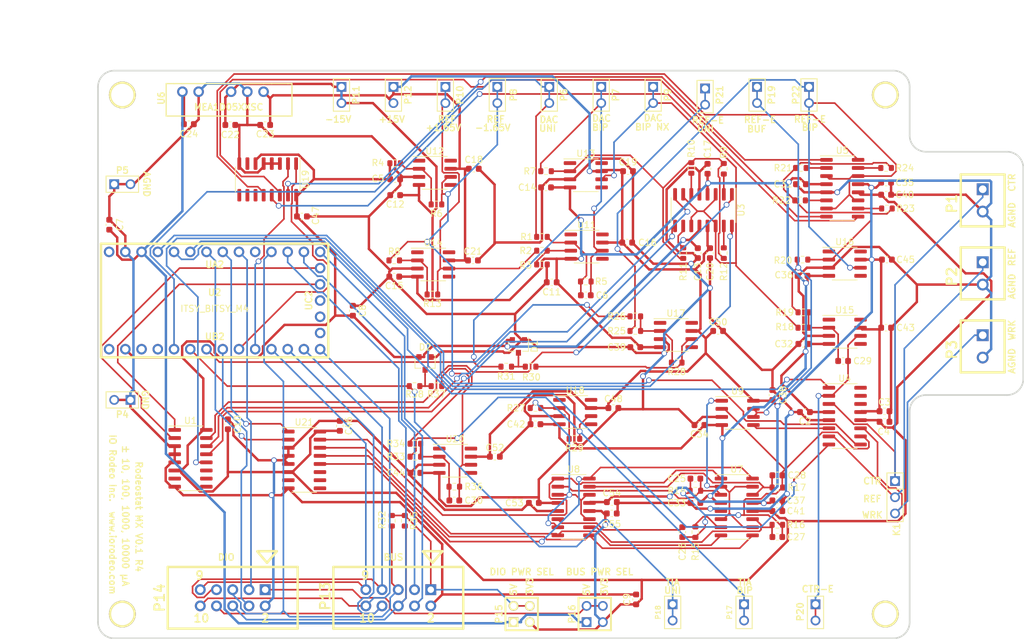
<source format=kicad_pcb>
(kicad_pcb (version 20171130) (host pcbnew 5.1.7-a382d34a8~87~ubuntu18.04.1)
  (layers (0 F.Cu signal) (31 B.Cu signal) (34 B.Paste user) (35 F.Paste user) (36 B.SilkS user) (37 F.SilkS user) (38 B.Mask user) (39 F.Mask user) (44 Edge.Cuts user))
  (net 0 "")
  (net 1 /3V3)
  (net 2 /5V)
  (net 3 /CS)
  (net 4 /CTR_ELECT)
  (net 5 /DAC_BIP)
  (net 6 /DAC_BIP_NX)
  (net 7 /DAC_GAIN_A0)
  (net 8 /DAC_GAIN_A1)
  (net 9 /DAC_UNI)
  (net 10 /GND)
  (net 11 /REF_ELECT)
  (net 12 /REF_ELECT_BUF)
  (net 13 /REF_ELECT_UNI)
  (net 14 /SCK)
  (net 15 /SCL)
  (net 16 /SDA)
  (net 17 /TIA_OUT_BIP)
  (net 18 /TIA_OUT_UNI)
  (net 19 /VEXP)
  (net 20 /VUEXT)
  (net 21 /WRK_ELECT)
  (net 22 /-15V)
  (net 23 /+15V)
  (net 24 "Net-(C6-Pad2)")
  (net 25 "Net-(C25-Pad1)")
  (net 26 "Net-(C26-Pad1)")
  (net 27 "Net-(C27-Pad1)")
  (net 28 "Net-(C28-Pad1)")
  (net 29 "Net-(C29-Pad2)")
  (net 30 "Net-(C30-Pad1)")
  (net 31 "Net-(C30-Pad2)")
  (net 32 "Net-(D1-Pad3)")
  (net 33 "Net-(D2-Pad3)")
  (net 34 /WRK_ELECT_OUT)
  (net 35 /REF_ELECT_OUT)
  (net 36 /CTR_ELECT_OUT)
  (net 37 /REF_ELECT_BIP)
  (net 38 "Net-(R2-Pad1)")
  (net 39 "Net-(R4-Pad1)")
  (net 40 "Net-(R10-Pad2)")
  (net 41 "Net-(R13-Pad2)")
  (net 42 "Net-(R9-Pad1)")
  (net 43 "Net-(R10-Pad1)")
  (net 44 "Net-(R11-Pad1)")
  (net 45 "Net-(R12-Pad1)")
  (net 46 "Net-(R20-Pad1)")
  (net 47 "Net-(R21-Pad1)")
  (net 48 "Net-(R22-Pad1)")
  (net 49 "Net-(R23-Pad1)")
  (net 50 "Net-(R24-Pad1)")
  (net 51 "Net-(R25-Pad1)")
  (net 52 "Net-(R27-Pad1)")
  (net 53 "Net-(R27-Pad2)")
  (net 54 "Net-(R28-Pad1)")
  (net 55 /SW_GAIN_1X)
  (net 56 /SW_GAIN_2X)
  (net 57 /SW_GAIN_5X)
  (net 58 /SW_GAIN_10X)
  (net 59 "Net-(U1-Pad11)")
  (net 60 "Net-(U1-Pad10)")
  (net 61 "Net-(U1-Pad9)")
  (net 62 "Net-(U1-Pad7)")
  (net 63 /REF_GAIN_A1)
  (net 64 /REF_GAIN_A0)
  (net 65 /SW_WRK_ELECT)
  (net 66 /SW_REF_ELECT)
  (net 67 /SW_CTR_ELECT)
  (net 68 /TIA_GAIN_A1)
  (net 69 /TIA_GAIN_A0)
  (net 70 "Net-(U4-Pad14)")
  (net 71 "Net-(U4-Pad15)")
  (net 72 "Net-(U4-Pad16)")
  (net 73 /SW_GAIN_INV_1X)
  (net 74 /SW_GAIN_INV_2X)
  (net 75 /SW_GAIN_INV_5X)
  (net 76 /SW_GAIN_INV_10X)
  (net 77 /SW_TIA_GAIN_4)
  (net 78 "Net-(U7-Pad10)")
  (net 79 /SW_TIA_GAIN_3)
  (net 80 /SW_TIA_GAIN_2)
  (net 81 /SW_TIA_GAIN_1)
  (net 82 "Net-(U11-Pad1)")
  (net 83 "Net-(U11-Pad5)")
  (net 84 "Net-(U11-Pad8)")
  (net 85 "Net-(U12-Pad8)")
  (net 86 "Net-(U12-Pad5)")
  (net 87 "Net-(U12-Pad1)")
  (net 88 "Net-(U13-Pad1)")
  (net 89 "Net-(U13-Pad5)")
  (net 90 "Net-(U13-Pad8)")
  (net 91 "Net-(U14-Pad1)")
  (net 92 "Net-(U14-Pad5)")
  (net 93 "Net-(U14-Pad8)")
  (net 94 "Net-(U15-Pad8)")
  (net 95 "Net-(U15-Pad5)")
  (net 96 "Net-(U15-Pad1)")
  (net 97 "Net-(U16-Pad8)")
  (net 98 "Net-(U16-Pad5)")
  (net 99 "Net-(U16-Pad1)")
  (net 100 "Net-(U17-Pad8)")
  (net 101 "Net-(U17-Pad5)")
  (net 102 "Net-(U17-Pad1)")
  (net 103 "Net-(U18-Pad1)")
  (net 104 "Net-(U18-Pad5)")
  (net 105 "Net-(U18-Pad8)")
  (net 106 "Net-(U19-Pad11)")
  (net 107 "Net-(U19-Pad10)")
  (net 108 "Net-(U19-Pad9)")
  (net 109 "Net-(U19-Pad7)")
  (net 110 "Net-(U20-Pad8)")
  (net 111 "Net-(U20-Pad5)")
  (net 112 "Net-(U20-Pad1)")
  (net 113 "Net-(U21-Pad11)")
  (net 114 "Net-(U21-Pad10)")
  (net 115 "Net-(U21-Pad9)")
  (net 116 "Net-(U21-Pad7)")
  (net 117 /PICO)
  (net 118 /POCI)
  (net 119 /RX_D0)
  (net 120 /TX_D1)
  (net 121 "Net-(U2-Pad1)")
  (net 122 "Net-(U2-Pad3)")
  (net 123 "Net-(U2-Pad4)")
  (net 124 "Net-(U2-Pad15)")
  (net 125 "Net-(U2-Pad16)")
  (net 126 "Net-(U2-Pad17)")
  (net 127 "Net-(U2-Pad33)")
  (net 128 /A3_D17)
  (net 129 /D7)
  (net 130 "Net-(U2-Pad24)")
  (net 131 /REF_NEG_1V65)
  (net 132 /REF_1V65)
  (module itsy_bitsy_m4:ITSY_BITSY_M4 (layer F.Cu) (at 69.05 86.8 90)
    (fp_text reference U2 (at 1.27 0) (layer F.SilkS) (effects (font (size 1.016 1.016) (thickness 0.2032))))
    (fp_text value ITSY_BITSY_M4 (at -1.27 0) (layer F.SilkS))
    (pad 33 thru_hole circle (at 7.62 -16.51 90) (size 1.651 1.651) (drill 1.016) (layers *.Cu *.Mask) (net 127 "Net-(U2-Pad33)"))
    (pad 32 thru_hole circle (at 7.62 -13.97 90) (size 1.651 1.651) (drill 1.016) (layers *.Cu *.Mask) (net 10 /GND))
    (pad 31 thru_hole circle (at 7.62 -11.43 90) (size 1.651 1.651) (drill 1.016) (layers *.Cu *.Mask) (net 2 /5V))
    (pad 30 thru_hole circle (at 7.62 -8.89 90) (size 1.651 1.651) (drill 1.016) (layers *.Cu *.Mask) (net 65 /SW_WRK_ELECT))
    (pad 29 thru_hole circle (at 7.62 -6.35 90) (size 1.651 1.651) (drill 1.016) (layers *.Cu *.Mask) (net 66 /SW_REF_ELECT))
    (pad 28 thru_hole circle (at 7.62 -3.81 90) (size 1.651 1.651) (drill 1.016) (layers *.Cu *.Mask) (net 67 /SW_CTR_ELECT))
    (pad 27 thru_hole circle (at 7.62 -1.27 90) (size 1.651 1.651) (drill 1.016) (layers *.Cu *.Mask) (net 68 /TIA_GAIN_A1))
    (pad 26 thru_hole circle (at 7.62 1.27 90) (size 1.651 1.651) (drill 1.016) (layers *.Cu *.Mask) (net 69 /TIA_GAIN_A0))
    (pad 25 thru_hole circle (at 7.62 3.81 90) (size 1.651 1.651) (drill 1.016) (layers *.Cu *.Mask) (net 129 /D7))
    (pad 24 thru_hole circle (at 7.62 6.35 90) (size 1.651 1.651) (drill 1.016) (layers *.Cu *.Mask) (net 130 "Net-(U2-Pad24)"))
    (pad 23 thru_hole circle (at 7.62 8.89 90) (size 1.651 1.651) (drill 1.016) (layers *.Cu *.Mask) (net 15 /SCL))
    (pad 22 thru_hole circle (at 7.62 11.43 90) (size 1.651 1.651) (drill 1.016) (layers *.Cu *.Mask) (net 16 /SDA))
    (pad 21 thru_hole circle (at 7.62 13.97 90) (size 1.651 1.651) (drill 1.016) (layers *.Cu *.Mask) (net 120 /TX_D1))
    (pad 20 thru_hole circle (at 7.62 16.51 90) (size 1.651 1.651) (drill 1.016) (layers *.Cu *.Mask) (net 119 /RX_D0))
    (pad 19 thru_hole circle (at 5.08 16.51 90) (size 1.651 1.651) (drill 1.016) (layers *.Cu *.Mask) (net 8 /DAC_GAIN_A1))
    (pad 18 thru_hole circle (at 2.54 16.51 90) (size 1.651 1.651) (drill 1.016) (layers *.Cu *.Mask) (net 7 /DAC_GAIN_A0))
    (pad 17 thru_hole circle (at 0 16.51 90) (size 1.651 1.651) (drill 1.016) (layers *.Cu *.Mask) (net 126 "Net-(U2-Pad17)"))
    (pad 16 thru_hole circle (at -2.54 16.51 90) (size 1.651 1.651) (drill 1.016) (layers *.Cu *.Mask) (net 125 "Net-(U2-Pad16)"))
    (pad 15 thru_hole circle (at -5.08 16.51 90) (size 1.651 1.651) (drill 1.016) (layers *.Cu *.Mask) (net 124 "Net-(U2-Pad15)"))
    (pad 14 thru_hole circle (at -7.62 16.51 90) (size 1.651 1.651) (drill 1.016) (layers *.Cu *.Mask) (net 3 /CS))
    (pad 13 thru_hole circle (at -7.62 13.97 90) (size 1.651 1.651) (drill 1.016) (layers *.Cu *.Mask) (net 118 /POCI))
    (pad 12 thru_hole circle (at -7.62 11.43 90) (size 1.651 1.651) (drill 1.016) (layers *.Cu *.Mask) (net 117 /PICO))
    (pad 11 thru_hole circle (at -7.62 8.89 90) (size 1.651 1.651) (drill 1.016) (layers *.Cu *.Mask) (net 14 /SCK))
    (pad 10 thru_hole circle (at -7.62 6.35 90) (size 1.651 1.651) (drill 1.016) (layers *.Cu *.Mask) (net 63 /REF_GAIN_A1))
    (pad 9 thru_hole circle (at -7.62 3.81 90) (size 1.651 1.651) (drill 1.016) (layers *.Cu *.Mask) (net 64 /REF_GAIN_A0))
    (pad 8 thru_hole circle (at -7.62 1.27 90) (size 1.651 1.651) (drill 1.016) (layers *.Cu *.Mask) (net 128 /A3_D17))
    (pad 7 thru_hole circle (at -7.62 -1.27 90) (size 1.651 1.651) (drill 1.016) (layers *.Cu *.Mask) (net 13 /REF_ELECT_UNI))
    (pad 6 thru_hole circle (at -7.62 -3.81 90) (size 1.651 1.651) (drill 1.016) (layers *.Cu *.Mask) (net 18 /TIA_OUT_UNI))
    (pad 5 thru_hole circle (at -7.62 -6.35 90) (size 1.651 1.651) (drill 1.016) (layers *.Cu *.Mask) (net 9 /DAC_UNI))
    (pad 4 thru_hole circle (at -7.62 -8.89 90) (size 1.651 1.651) (drill 1.016) (layers *.Cu *.Mask) (net 123 "Net-(U2-Pad4)"))
    (pad 3 thru_hole circle (at -7.62 -11.43 90) (size 1.651 1.651) (drill 1.016) (layers *.Cu *.Mask) (net 122 "Net-(U2-Pad3)"))
    (pad 2 thru_hole circle (at -7.62 -13.97 90) (size 1.651 1.651) (drill 1.016) (layers *.Cu *.Mask) (net 1 /3V3))
    (pad 1 thru_hole circle (at -7.62 -16.51 90) (size 1.651 1.651) (drill 1.016) (layers *.Cu *.Mask) (net 121 "Net-(U2-Pad1)"))
  )
  (module pin_array:PIN_ARRAY_2X1 (layer F.Cu) (at 54.61 68.58)
    (fp_text reference P5 (at 0 -2.159) (layer F.SilkS) (effects (font (size 1.016 1.016) (thickness 0.2032))))
    (fp_text value Conn_01x02 hide)
    (pad 1 thru_hole rect (at -1.27 0) (size 1.524 1.524) (drill 1.016) (layers *.Cu *.Mask) (net 10 /GND))
    (pad 2 thru_hole circle (at 1.27 0) (size 1.524 1.524) (drill 1.016) (layers *.Cu *.Mask) (net 10 /GND))
  )
  (module Capacitor_SMD:C_0603_1608Metric (layer F.Cu) (at 173.863 104.14)
    (fp_text reference C3 (at 0 -1.43) (layer F.SilkS))
    (fp_text value 0.1uF)
    (pad 2 smd roundrect (at 0.775 0) (size 0.9 0.95) (layers F.Cu F.Paste F.Mask) (net 10 /GND))
    (pad 1 smd roundrect (at -0.775 0) (size 0.9 0.95) (layers F.Cu F.Paste F.Mask) (net 23 /+15V))
  )
  (module Package_SO:SOIC-8_3.9x4.9mm_P1.27mm (layer F.Cu) (at 127.254 78.359)
    (fp_text reference U11 (at 0 -3.4) (layer F.SilkS))
    (fp_text value OP07)
    (pad 1 smd roundrect (at -2.475 -1.905) (size 1.95 0.6) (layers F.Cu F.Paste F.Mask) (net 82 "Net-(U11-Pad1)"))
    (pad 2 smd roundrect (at -2.475 -0.635) (size 1.95 0.6) (layers F.Cu F.Paste F.Mask) (net 24 "Net-(C6-Pad2)"))
    (pad 3 smd roundrect (at -2.475 0.635) (size 1.95 0.6) (layers F.Cu F.Paste F.Mask) (net 38 "Net-(R2-Pad1)"))
    (pad 4 smd roundrect (at -2.475 1.905) (size 1.95 0.6) (layers F.Cu F.Paste F.Mask) (net 22 /-15V))
    (pad 5 smd roundrect (at 2.475 1.905) (size 1.95 0.6) (layers F.Cu F.Paste F.Mask) (net 83 "Net-(U11-Pad5)"))
    (pad 6 smd roundrect (at 2.475 0.635) (size 1.95 0.6) (layers F.Cu F.Paste F.Mask) (net 5 /DAC_BIP))
    (pad 7 smd roundrect (at 2.475 -0.635) (size 1.95 0.6) (layers F.Cu F.Paste F.Mask) (net 23 /+15V))
    (pad 8 smd roundrect (at 2.475 -1.905) (size 1.95 0.6) (layers F.Cu F.Paste F.Mask) (net 84 "Net-(U11-Pad8)"))
  )
  (module pin_array:PIN_ARRAY_3X1 (layer F.Cu) (at 175.514 117.602 270)
    (fp_text reference K1 (at 5.08 -0.254 270) (layer F.SilkS) (effects (font (size 1.016 1.016) (thickness 0.2032))))
    (fp_text value Conn_01x03 hide)
    (pad 1 thru_hole rect (at -2.54 0 270) (size 1.524 1.524) (drill 1.016) (layers *.Cu *.Mask) (net 36 /CTR_ELECT_OUT))
    (pad 2 thru_hole circle (at 0 0 270) (size 1.524 1.524) (drill 1.016) (layers *.Cu *.Mask) (net 35 /REF_ELECT_OUT))
    (pad 3 thru_hole circle (at 2.54 0 270) (size 1.524 1.524) (drill 1.016) (layers *.Cu *.Mask) (net 34 /WRK_ELECT_OUT))
  )
  (module 5x2_shrd_header:5X2_SHRD_HEADER (layer F.Cu) (at 71.882 133.35 180)
    (fp_text reference P14 (at 11.43 0 270) (layer F.SilkS) (effects (font (size 1.524 1.524) (thickness 0.3048))))
    (fp_text value Conn_02x05_Odd_Even hide)
    (fp_text user 2 (at -5.10032 -3.2004 180) (layer F.SilkS) (effects (font (size 1.27 1.27) (thickness 0.254))))
    (fp_text user 9 (at 5.19938 3.50012 180) (layer F.SilkS) (effects (font (size 1.27 1.27) (thickness 0.254))))
    (fp_text user 10 (at 4.89966 -3.2004 180) (layer F.SilkS) (effects (font (size 1.27 1.27) (thickness 0.254))))
    (pad 10 thru_hole circle (at 5.08 -1.27 180) (size 1.7 1.7) (drill 1.016) (layers *.Cu *.Mask) (net 3 /CS))
    (pad 9 thru_hole circle (at 5.08 1.27 180) (size 1.7 1.7) (drill 1.016) (layers *.Cu *.Mask) (net 14 /SCK))
    (pad 8 thru_hole circle (at 2.54 -1.27 180) (size 1.7 1.7) (drill 1.016) (layers *.Cu *.Mask) (net 117 /PICO))
    (pad 7 thru_hole circle (at 2.54 1.27 180) (size 1.7 1.7) (drill 1.016) (layers *.Cu *.Mask) (net 118 /POCI))
    (pad 6 thru_hole circle (at 0 -1.27 180) (size 1.7 1.7) (drill 1.016) (layers *.Cu *.Mask) (net 16 /SDA))
    (pad 5 thru_hole circle (at 0 1.27 180) (size 1.7 1.7) (drill 1.016) (layers *.Cu *.Mask) (net 15 /SCL))
    (pad 4 thru_hole circle (at -2.54 -1.27 180) (size 1.7 1.7) (drill 1.016) (layers *.Cu *.Mask) (net 128 /A3_D17))
    (pad 3 thru_hole circle (at -2.54 1.27 180) (size 1.7 1.7) (drill 1.016) (layers *.Cu *.Mask) (net 129 /D7))
    (pad 2 thru_hole circle (at -5.08 -1.27 180) (size 1.7 1.7) (drill 1.016) (layers *.Cu *.Mask) (net 10 /GND))
    (pad 1 thru_hole rect (at -5.08 1.27 180) (size 1.7 1.7) (drill 1.016) (layers *.Cu *.Mask) (net 19 /VEXP))
  )
  (module 5x2_shrd_header:5X2_SHRD_HEADER (layer F.Cu) (at 97.79 133.35 180)
    (fp_text reference P13 (at 11.43 0.254 270) (layer F.SilkS) (effects (font (size 1.524 1.524) (thickness 0.3048))))
    (fp_text value Conn_02x05_Odd_Even hide)
    (fp_text user 2 (at -5.10032 -3.2004 180) (layer F.SilkS) (effects (font (size 1.27 1.27) (thickness 0.254))))
    (fp_text user 9 (at 5.19938 3.50012 180) (layer F.SilkS) (effects (font (size 1.27 1.27) (thickness 0.254))))
    (fp_text user 10 (at 4.89966 -3.2004 180) (layer F.SilkS) (effects (font (size 1.27 1.27) (thickness 0.254))))
    (pad 10 thru_hole circle (at 5.08 -1.27 180) (size 1.7 1.7) (drill 1.016) (layers *.Cu *.Mask) (net 3 /CS))
    (pad 9 thru_hole circle (at 5.08 1.27 180) (size 1.7 1.7) (drill 1.016) (layers *.Cu *.Mask) (net 14 /SCK))
    (pad 8 thru_hole circle (at 2.54 -1.27 180) (size 1.7 1.7) (drill 1.016) (layers *.Cu *.Mask) (net 117 /PICO))
    (pad 7 thru_hole circle (at 2.54 1.27 180) (size 1.7 1.7) (drill 1.016) (layers *.Cu *.Mask) (net 118 /POCI))
    (pad 6 thru_hole circle (at 0 -1.27 180) (size 1.7 1.7) (drill 1.016) (layers *.Cu *.Mask) (net 16 /SDA))
    (pad 5 thru_hole circle (at 0 1.27 180) (size 1.7 1.7) (drill 1.016) (layers *.Cu *.Mask) (net 15 /SCL))
    (pad 4 thru_hole circle (at -2.54 -1.27 180) (size 1.7 1.7) (drill 1.016) (layers *.Cu *.Mask) (net 119 /RX_D0))
    (pad 3 thru_hole circle (at -2.54 1.27 180) (size 1.7 1.7) (drill 1.016) (layers *.Cu *.Mask) (net 120 /TX_D1))
    (pad 2 thru_hole circle (at -5.08 -1.27 180) (size 1.7 1.7) (drill 1.016) (layers *.Cu *.Mask) (net 10 /GND))
    (pad 1 thru_hole rect (at -5.08 1.27 180) (size 1.7 1.7) (drill 1.016) (layers *.Cu *.Mask) (net 20 /VUEXT))
  )
  (module pin_array:PIN_ARRAY_2X1 (layer F.Cu) (at 129.54 54.61 270)
    (fp_text reference P7 (at 0 -2.286 270) (layer F.SilkS) (effects (font (size 1.016 1.016) (thickness 0.2032))))
    (fp_text value Conn_01x02 hide)
    (pad 1 thru_hole rect (at -1.27 0 270) (size 1.524 1.524) (drill 1.016) (layers *.Cu *.Mask) (net 5 /DAC_BIP))
    (pad 2 thru_hole circle (at 1.27 0 270) (size 1.524 1.524) (drill 1.016) (layers *.Cu *.Mask) (net 5 /DAC_BIP))
  )
  (module pin_array:PIN_ARRAY_2X1 (layer F.Cu) (at 137.668 54.61 270)
    (fp_text reference P9 (at 0 -2.286 270) (layer F.SilkS) (effects (font (size 1.016 1.016) (thickness 0.2032))))
    (fp_text value Conn_01x02 hide)
    (pad 1 thru_hole rect (at -1.27 0 270) (size 1.524 1.524) (drill 1.016) (layers *.Cu *.Mask) (net 6 /DAC_BIP_NX))
    (pad 2 thru_hole circle (at 1.27 0 270) (size 1.524 1.524) (drill 1.016) (layers *.Cu *.Mask) (net 6 /DAC_BIP_NX))
  )
  (module pin_array:PIN_ARRAY_2X1 (layer F.Cu) (at 163.068 135.636 270)
    (fp_text reference P20 (at -0.1016 2.3876 270) (layer F.SilkS) (effects (font (size 1.016 1.016) (thickness 0.2032))))
    (fp_text value Conn_01x02 hide)
    (pad 1 thru_hole rect (at -1.27 0 270) (size 1.524 1.524) (drill 1.016) (layers *.Cu *.Mask) (net 4 /CTR_ELECT))
    (pad 2 thru_hole circle (at 1.27 0 270) (size 1.524 1.524) (drill 1.016) (layers *.Cu *.Mask) (net 4 /CTR_ELECT))
  )
  (module pin_array:PIN_ARRAY_2X1 (layer F.Cu) (at 145.796 54.864 270)
    (fp_text reference P21 (at -0.254 -2.286 270) (layer F.SilkS) (effects (font (size 1.016 1.016) (thickness 0.2032))))
    (fp_text value Conn_01x02 hide)
    (pad 2 thru_hole circle (at 1.27 0 270) (size 1.524 1.524) (drill 1.016) (layers *.Cu *.Mask) (net 13 /REF_ELECT_UNI))
    (pad 1 thru_hole rect (at -1.27 0 270) (size 1.524 1.524) (drill 1.016) (layers *.Cu *.Mask) (net 13 /REF_ELECT_UNI))
  )
  (module pin_array:PIN_ARRAY_2X1 (layer F.Cu) (at 153.924 54.61 270)
    (fp_text reference P19 (at 0 -2.286 270) (layer F.SilkS) (effects (font (size 1.016 1.016) (thickness 0.2032))))
    (fp_text value Conn_01x02 hide)
    (pad 1 thru_hole rect (at -1.27 0 270) (size 1.524 1.524) (drill 1.016) (layers *.Cu *.Mask) (net 12 /REF_ELECT_BUF))
    (pad 2 thru_hole circle (at 1.27 0 270) (size 1.524 1.524) (drill 1.016) (layers *.Cu *.Mask) (net 12 /REF_ELECT_BUF))
  )
  (module pin_array:PIN_ARRAY_2X1 (layer F.Cu) (at 121.412 54.61 270)
    (fp_text reference P6 (at 0 -2.286 270) (layer F.SilkS) (effects (font (size 1.016 1.016) (thickness 0.2032))))
    (fp_text value Conn_01x02 hide)
    (pad 1 thru_hole rect (at -1.27 0 270) (size 1.524 1.524) (drill 1.016) (layers *.Cu *.Mask) (net 9 /DAC_UNI))
    (pad 2 thru_hole circle (at 1.27 0 270) (size 1.524 1.524) (drill 1.016) (layers *.Cu *.Mask) (net 9 /DAC_UNI))
  )
  (module pin_array:PIN_ARRAY_2X1 (layer F.Cu) (at 105.156 54.61 270)
    (fp_text reference P10 (at 0 -2.286 90) (layer F.SilkS) (effects (font (size 1.016 1.016) (thickness 0.2032))))
    (fp_text value Conn_01x02 hide)
    (pad 1 thru_hole rect (at -1.27 0 270) (size 1.524 1.524) (drill 1.016) (layers *.Cu *.Mask) (net 132 /REF_1V65))
    (pad 2 thru_hole circle (at 1.27 0 270) (size 1.524 1.524) (drill 1.016) (layers *.Cu *.Mask) (net 132 /REF_1V65))
  )
  (module pin_array:PIN_ARRAY_2X1 (layer F.Cu) (at 97.028 54.61 270)
    (fp_text reference P12 (at 0 -2.286 270) (layer F.SilkS) (effects (font (size 1.016 1.016) (thickness 0.2032))))
    (fp_text value Conn_01x02 hide)
    (pad 1 thru_hole rect (at -1.27 0 270) (size 1.524 1.524) (drill 1.016) (layers *.Cu *.Mask) (net 23 /+15V))
    (pad 2 thru_hole circle (at 1.27 0 270) (size 1.524 1.524) (drill 1.016) (layers *.Cu *.Mask) (net 23 /+15V))
  )
  (module pin_array:PIN_ARRAY_2X1 (layer F.Cu) (at 88.9 54.61 270)
    (fp_text reference P11 (at 0 -2.286 270) (layer F.SilkS) (effects (font (size 1.016 1.016) (thickness 0.2032))))
    (fp_text value Conn_01x02 hide)
    (pad 1 thru_hole rect (at -1.27 0 270) (size 1.524 1.524) (drill 1.016) (layers *.Cu *.Mask) (net 22 /-15V))
    (pad 2 thru_hole circle (at 1.27 0 270) (size 1.524 1.524) (drill 1.016) (layers *.Cu *.Mask) (net 22 /-15V))
  )
  (module pin_array:PIN_ARRAY_2X1 (layer F.Cu) (at 54.61 102.362 180)
    (fp_text reference P4 (at 0 -2.286 180) (layer F.SilkS) (effects (font (size 1.016 1.016) (thickness 0.2032))))
    (fp_text value Conn_01x02 hide)
    (pad 1 thru_hole rect (at -1.27 0 180) (size 1.524 1.524) (drill 1.016) (layers *.Cu *.Mask) (net 10 /GND))
    (pad 2 thru_hole circle (at 1.27 0 180) (size 1.524 1.524) (drill 1.016) (layers *.Cu *.Mask) (net 10 /GND))
  )
  (module pin_array:PIN_ARRAY_2X1 (layer F.Cu) (at 140.716 135.636 270)
    (fp_text reference P18 (at 0 2.286 270) (layer F.SilkS) (effects (font (size 0.762 0.762) (thickness 0.1524))))
    (fp_text value Conn_01x02 hide)
    (pad 1 thru_hole rect (at -1.27 0 270) (size 1.524 1.524) (drill 1.016) (layers *.Cu *.Mask) (net 18 /TIA_OUT_UNI))
    (pad 2 thru_hole circle (at 1.27 0 270) (size 1.524 1.524) (drill 1.016) (layers *.Cu *.Mask) (net 18 /TIA_OUT_UNI))
  )
  (module pin_array:PIN_ARRAY_2X1 (layer F.Cu) (at 151.892 135.636 270)
    (fp_text reference P17 (at 0 2.286 270) (layer F.SilkS) (effects (font (size 0.762 0.762) (thickness 0.1524))))
    (fp_text value Conn_01x02 hide)
    (pad 1 thru_hole rect (at -1.27 0 270) (size 1.524 1.524) (drill 1.016) (layers *.Cu *.Mask) (net 17 /TIA_OUT_BIP))
    (pad 2 thru_hole circle (at 1.27 0 270) (size 1.524 1.524) (drill 1.016) (layers *.Cu *.Mask) (net 17 /TIA_OUT_BIP))
  )
  (module pin_array:PIN_ARRAY_2X1 (layer F.Cu) (at 113.284 54.61 270)
    (fp_text reference P8 (at 0 -2.54 270) (layer F.SilkS) (effects (font (size 1.016 1.016) (thickness 0.2032))))
    (fp_text value Conn_01x02 hide)
    (pad 1 thru_hole rect (at -1.27 0 270) (size 1.524 1.524) (drill 1.016) (layers *.Cu *.Mask) (net 131 /REF_NEG_1V65))
    (pad 2 thru_hole circle (at 1.27 0 270) (size 1.524 1.524) (drill 1.016) (layers *.Cu *.Mask) (net 131 /REF_NEG_1V65))
  )
  (module pin_array:PIN_ARRAY_2X2 (layer F.Cu) (at 128.524 135.89)
    (fp_text reference P16 (at -3.556 0 90) (layer F.SilkS) (effects (font (size 1.016 1.016) (thickness 0.2032))))
    (fp_text value Conn_02x02_Odd_Even hide)
    (pad 1 thru_hole rect (at -1.27 1.27) (size 1.524 1.524) (drill 1.016) (layers *.Cu *.Mask) (net 2 /5V))
    (pad 2 thru_hole circle (at -1.27 -1.27) (size 1.524 1.524) (drill 1.016) (layers *.Cu *.Mask) (net 19 /VEXP))
    (pad 3 thru_hole circle (at 1.27 1.27) (size 1.524 1.524) (drill 1.016) (layers *.Cu *.Mask) (net 1 /3V3))
    (pad 4 thru_hole circle (at 1.27 -1.27) (size 1.524 1.524) (drill 1.016) (layers *.Cu *.Mask) (net 19 /VEXP))
  )
  (module pin_array:PIN_ARRAY_2X2 (layer F.Cu) (at 117.094 135.89)
    (fp_text reference P15 (at -3.556 0 90) (layer F.SilkS) (effects (font (size 1.016 1.016) (thickness 0.2032))))
    (fp_text value Conn_02x02_Odd_Even hide)
    (pad 1 thru_hole rect (at -1.27 1.27) (size 1.524 1.524) (drill 1.016) (layers *.Cu *.Mask F.SilkS) (net 2 /5V))
    (pad 2 thru_hole circle (at -1.27 -1.27) (size 1.524 1.524) (drill 1.016) (layers *.Cu *.Mask F.SilkS) (net 20 /VUEXT))
    (pad 3 thru_hole circle (at 1.27 1.27) (size 1.524 1.524) (drill 1.016) (layers *.Cu *.Mask F.SilkS) (net 1 /3V3))
    (pad 4 thru_hole circle (at 1.27 -1.27) (size 1.524 1.524) (drill 1.016) (layers *.Cu *.Mask F.SilkS) (net 20 /VUEXT))
  )
  (module 4-40 (layer F.Cu) (at 173.99 135.89)
    (fp_text reference H3 hide)
    (fp_text value VAL** hide)
    (pad "" thru_hole circle (at 0 0) (size 4.2 4.2) (drill 3.5) (layers *.Cu *.Mask F.SilkS))
  )
  (module 4-40 (layer F.Cu) (at 54.61 135.89)
    (fp_text reference H4 hide)
    (fp_text value VAL** hide)
    (pad "" thru_hole circle (at 0 0) (size 4.2 4.2) (drill 3.5) (layers *.Cu *.Mask F.SilkS))
  )
  (module 4-40 (layer F.Cu) (at 54.61 54.61)
    (fp_text reference H1 hide)
    (fp_text value VAL** hide)
    (pad "" thru_hole circle (at 0 0) (size 4.2 4.2) (drill 3.5) (layers *.Cu *.Mask F.SilkS))
  )
  (module 4-40 (layer F.Cu) (at 173.99 54.61)
    (fp_text reference H2 hide)
    (fp_text value VAL** hide)
    (pad "" thru_hole circle (at 0 0) (size 4.2 4.2) (drill 3.5) (layers *.Cu *.Mask F.SilkS))
  )
  (module Capacitor_SMD:C_0603_1608Metric (layer F.Cu) (at 161.417 104.267 180)
    (fp_text reference C2 (at 0 -1.43) (layer F.SilkS))
    (fp_text value 0.1uF)
    (pad 1 smd roundrect (at -0.775 0 180) (size 0.9 0.95) (layers F.Cu F.Paste F.Mask) (net 22 /-15V))
    (pad 2 smd roundrect (at 0.775 0 180) (size 0.9 0.95) (layers F.Cu F.Paste F.Mask) (net 10 /GND))
  )
  (module Capacitor_SMD:C_0603_1608Metric (layer F.Cu) (at 173.863 105.791)
    (fp_text reference C4 (at -0.127 1.524) (layer F.SilkS))
    (fp_text value 0.1uF)
    (pad 2 smd roundrect (at 0.775 0) (size 0.9 0.95) (layers F.Cu F.Paste F.Mask) (net 10 /GND))
    (pad 1 smd roundrect (at -0.775 0) (size 0.9 0.95) (layers F.Cu F.Paste F.Mask) (net 1 /3V3))
  )
  (module Capacitor_SMD:C_0603_1608Metric (layer F.Cu) (at 97.3 67.8)
    (fp_text reference C5 (at -2.7 -0.1) (layer F.SilkS))
    (fp_text value 4.7uF)
    (pad 1 smd roundrect (at -0.775 0) (size 0.9 0.95) (layers F.Cu F.Paste F.Mask) (net 1 /3V3))
    (pad 2 smd roundrect (at 0.775 0) (size 0.9 0.95) (layers F.Cu F.Paste F.Mask) (net 10 /GND))
  )
  (module Capacitor_SMD:C_0603_1608Metric (layer F.Cu) (at 127.127 85.979 180)
    (fp_text reference C6 (at -2.54 0) (layer F.SilkS))
    (fp_text value 3.3nF)
    (pad 2 smd roundrect (at 0.775 0 180) (size 0.9 0.95) (layers F.Cu F.Paste F.Mask) (net 24 "Net-(C6-Pad2)"))
    (pad 1 smd roundrect (at -0.775 0 180) (size 0.9 0.95) (layers F.Cu F.Paste F.Mask) (net 5 /DAC_BIP))
  )
  (module Capacitor_SMD:C_0603_1608Metric (layer F.Cu) (at 52.578 74.93 90)
    (fp_text reference C7 (at 0 1.651 90) (layer F.SilkS))
    (fp_text value 2.2uF)
    (pad 1 smd roundrect (at -0.775 0 90) (size 0.9 0.95) (layers F.Cu F.Paste F.Mask) (net 2 /5V))
    (pad 2 smd roundrect (at 0.775 0 90) (size 0.9 0.95) (layers F.Cu F.Paste F.Mask) (net 10 /GND))
  )
  (module Capacitor_SMD:C_0603_1608Metric (layer F.Cu) (at 90.678 88.392 90)
    (fp_text reference C8 (at 0 1.524 90) (layer F.SilkS))
    (fp_text value 2.2uF)
    (pad 2 smd roundrect (at 0.775 0 90) (size 0.9 0.95) (layers F.Cu F.Paste F.Mask) (net 10 /GND))
    (pad 1 smd roundrect (at -0.775 0 90) (size 0.9 0.95) (layers F.Cu F.Paste F.Mask) (net 1 /3V3))
  )
  (module Capacitor_SMD:C_0603_1608Metric (layer F.Cu) (at 135.001 133.604 90)
    (fp_text reference C9 (at 0 -1.43 90) (layer F.SilkS))
    (fp_text value 2.2uF)
    (pad 1 smd roundrect (at -0.775 0 90) (size 0.9 0.95) (layers F.Cu F.Paste F.Mask) (net 1 /3V3))
    (pad 2 smd roundrect (at 0.775 0 90) (size 0.9 0.95) (layers F.Cu F.Paste F.Mask) (net 10 /GND))
  )
  (module Capacitor_SMD:C_0603_1608Metric (layer F.Cu) (at 71.12 106.172 90)
    (fp_text reference C10 (at 0 1.524 90) (layer F.SilkS))
    (fp_text value 0.1uF)
    (pad 2 smd roundrect (at 0.775 0 90) (size 0.9 0.95) (layers F.Cu F.Paste F.Mask) (net 10 /GND))
    (pad 1 smd roundrect (at -0.775 0 90) (size 0.9 0.95) (layers F.Cu F.Paste F.Mask) (net 1 /3V3))
  )
  (module Capacitor_SMD:C_0603_1608Metric (layer F.Cu) (at 121.793 83.947 180)
    (fp_text reference C11 (at 0 -1.524) (layer F.SilkS))
    (fp_text value 0.1uF)
    (pad 1 smd roundrect (at -0.775 0 180) (size 0.9 0.95) (layers F.Cu F.Paste F.Mask) (net 22 /-15V))
    (pad 2 smd roundrect (at 0.775 0 180) (size 0.9 0.95) (layers F.Cu F.Paste F.Mask) (net 10 /GND))
  )
  (module Capacitor_SMD:C_0603_1608Metric (layer F.Cu) (at 97.3 70.3 180)
    (fp_text reference C12 (at 0 -1.43) (layer F.SilkS))
    (fp_text value 0.1uF)
    (pad 2 smd roundrect (at 0.775 0 180) (size 0.9 0.95) (layers F.Cu F.Paste F.Mask) (net 10 /GND))
    (pad 1 smd roundrect (at -0.775 0 180) (size 0.9 0.95) (layers F.Cu F.Paste F.Mask) (net 22 /-15V))
  )
  (module Capacitor_SMD:C_0603_1608Metric (layer F.Cu) (at 144.653 79.375 270)
    (fp_text reference C13 (at 2.921 0 90) (layer F.SilkS))
    (fp_text value 0.1uF)
    (pad 1 smd roundrect (at -0.775 0 270) (size 0.9 0.95) (layers F.Cu F.Paste F.Mask) (net 1 /3V3))
    (pad 2 smd roundrect (at 0.775 0 270) (size 0.9 0.95) (layers F.Cu F.Paste F.Mask) (net 10 /GND))
  )
  (module Capacitor_SMD:C_0603_1608Metric (layer F.Cu) (at 120.904 69.088 180)
    (fp_text reference C14 (at 2.921 0) (layer F.SilkS))
    (fp_text value 0.1uF)
    (pad 1 smd roundrect (at -0.775 0 180) (size 0.9 0.95) (layers F.Cu F.Paste F.Mask) (net 22 /-15V))
    (pad 2 smd roundrect (at 0.775 0 180) (size 0.9 0.95) (layers F.Cu F.Paste F.Mask) (net 10 /GND))
  )
  (module Capacitor_SMD:C_0603_1608Metric (layer F.Cu) (at 97.155 83.058 180)
    (fp_text reference C15 (at 0 -1.43) (layer F.SilkS))
    (fp_text value 0.1uF)
    (pad 1 smd roundrect (at -0.775 0 180) (size 0.9 0.95) (layers F.Cu F.Paste F.Mask) (net 22 /-15V))
    (pad 2 smd roundrect (at 0.775 0 180) (size 0.9 0.95) (layers F.Cu F.Paste F.Mask) (net 10 /GND))
  )
  (module Capacitor_SMD:C_0603_1608Metric (layer F.Cu) (at 133.604 77.724)
    (fp_text reference C16 (at 3.175 0) (layer F.SilkS))
    (fp_text value 0.1uF)
    (pad 2 smd roundrect (at 0.775 0) (size 0.9 0.95) (layers F.Cu F.Paste F.Mask) (net 10 /GND))
    (pad 1 smd roundrect (at -0.775 0) (size 0.9 0.95) (layers F.Cu F.Paste F.Mask) (net 23 /+15V))
  )
  (module Capacitor_SMD:C_0603_1608Metric (layer F.Cu) (at 146.177 66.167 90)
    (fp_text reference C17 (at 3.048 0 90) (layer F.SilkS))
    (fp_text value 0.1uF)
    (pad 2 smd roundrect (at 0.775 0 90) (size 0.9 0.95) (layers F.Cu F.Paste F.Mask) (net 10 /GND))
    (pad 1 smd roundrect (at -0.775 0 90) (size 0.9 0.95) (layers F.Cu F.Paste F.Mask) (net 22 /-15V))
  )
  (module Capacitor_SMD:C_0603_1608Metric (layer F.Cu) (at 109.601 66.167)
    (fp_text reference C18 (at 0 -1.43) (layer F.SilkS))
    (fp_text value 0.1uF)
    (pad 2 smd roundrect (at 0.775 0) (size 0.9 0.95) (layers F.Cu F.Paste F.Mask) (net 10 /GND))
    (pad 1 smd roundrect (at -0.775 0) (size 0.9 0.95) (layers F.Cu F.Paste F.Mask) (net 23 /+15V))
  )
  (module Capacitor_SMD:C_0603_1608Metric (layer F.Cu) (at 133.731 66.548)
    (fp_text reference C19 (at 0 -1.43) (layer F.SilkS))
    (fp_text value 0.1uF)
    (pad 2 smd roundrect (at 0.775 0) (size 0.9 0.95) (layers F.Cu F.Paste F.Mask) (net 10 /GND))
    (pad 1 smd roundrect (at -0.775 0) (size 0.9 0.95) (layers F.Cu F.Paste F.Mask) (net 23 /+15V))
  )
  (module Capacitor_SMD:C_0603_1608Metric (layer F.Cu) (at 146.558 79.375 270)
    (fp_text reference C20 (at 2.921 0 90) (layer F.SilkS))
    (fp_text value 0.1uF)
    (pad 1 smd roundrect (at -0.775 0 270) (size 0.9 0.95) (layers F.Cu F.Paste F.Mask) (net 23 /+15V))
    (pad 2 smd roundrect (at 0.775 0 270) (size 0.9 0.95) (layers F.Cu F.Paste F.Mask) (net 10 /GND))
  )
  (module Capacitor_SMD:C_0603_1608Metric (layer F.Cu) (at 109.474 80.518)
    (fp_text reference C21 (at 0 -1.43) (layer F.SilkS))
    (fp_text value 0.1uF)
    (pad 1 smd roundrect (at -0.775 0) (size 0.9 0.95) (layers F.Cu F.Paste F.Mask) (net 23 /+15V))
    (pad 2 smd roundrect (at 0.775 0) (size 0.9 0.95) (layers F.Cu F.Paste F.Mask) (net 10 /GND))
  )
  (module Capacitor_SMD:C_0603_1608Metric (layer F.Cu) (at 71.501 59.309)
    (fp_text reference C22 (at 0 1.524) (layer F.SilkS))
    (fp_text value 1uF)
    (pad 1 smd roundrect (at -0.775 0) (size 0.9 0.95) (layers F.Cu F.Paste F.Mask) (net 22 /-15V))
    (pad 2 smd roundrect (at 0.775 0) (size 0.9 0.95) (layers F.Cu F.Paste F.Mask) (net 10 /GND))
  )
  (module Capacitor_SMD:C_0603_1608Metric (layer F.Cu) (at 76.962 59.309 180)
    (fp_text reference C23 (at 0 -1.43) (layer F.SilkS))
    (fp_text value 1uF)
    (pad 2 smd roundrect (at 0.775 0 180) (size 0.9 0.95) (layers F.Cu F.Paste F.Mask) (net 10 /GND))
    (pad 1 smd roundrect (at -0.775 0 180) (size 0.9 0.95) (layers F.Cu F.Paste F.Mask) (net 23 /+15V))
  )
  (module Capacitor_SMD:C_0603_1608Metric (layer F.Cu) (at 65.024 59.182)
    (fp_text reference C24 (at 0 1.524) (layer F.SilkS))
    (fp_text value 0.1uF)
    (pad 2 smd roundrect (at 0.775 0) (size 0.9 0.95) (layers F.Cu F.Paste F.Mask) (net 10 /GND))
    (pad 1 smd roundrect (at -0.775 0) (size 0.9 0.95) (layers F.Cu F.Paste F.Mask) (net 2 /5V))
  )
  (module Capacitor_SMD:C_0603_1608Metric (layer F.Cu) (at 144.272 114.681 180)
    (fp_text reference C25 (at 2.921 0) (layer F.SilkS))
    (fp_text value 56nF)
    (pad 1 smd roundrect (at -0.775 0 180) (size 0.9 0.95) (layers F.Cu F.Paste F.Mask) (net 25 "Net-(C25-Pad1)"))
    (pad 2 smd roundrect (at 0.775 0 180) (size 0.9 0.95) (layers F.Cu F.Paste F.Mask) (net 21 /WRK_ELECT))
  )
  (module Capacitor_SMD:C_0603_1608Metric (layer F.Cu) (at 142.24 123.063 270)
    (fp_text reference C26 (at 3.048 0 90) (layer F.SilkS))
    (fp_text value 56nF)
    (pad 2 smd roundrect (at 0.775 0 270) (size 0.9 0.95) (layers F.Cu F.Paste F.Mask) (net 21 /WRK_ELECT))
    (pad 1 smd roundrect (at -0.775 0 270) (size 0.9 0.95) (layers F.Cu F.Paste F.Mask) (net 26 "Net-(C26-Pad1)"))
  )
  (module Capacitor_SMD:C_0603_1608Metric (layer F.Cu) (at 157.099 123.825)
    (fp_text reference C27 (at 2.921 0) (layer F.SilkS))
    (fp_text value 56nF)
    (pad 1 smd roundrect (at -0.775 0) (size 0.9 0.95) (layers F.Cu F.Paste F.Mask) (net 27 "Net-(C27-Pad1)"))
    (pad 2 smd roundrect (at 0.775 0) (size 0.9 0.95) (layers F.Cu F.Paste F.Mask) (net 21 /WRK_ELECT))
  )
  (module Capacitor_SMD:C_0603_1608Metric (layer F.Cu) (at 157.099 114.173)
    (fp_text reference C28 (at 3.048 0) (layer F.SilkS))
    (fp_text value 56nF)
    (pad 1 smd roundrect (at -0.775 0) (size 0.9 0.95) (layers F.Cu F.Paste F.Mask) (net 28 "Net-(C28-Pad1)"))
    (pad 2 smd roundrect (at 0.775 0) (size 0.9 0.95) (layers F.Cu F.Paste F.Mask) (net 21 /WRK_ELECT))
  )
  (module Capacitor_SMD:C_0603_1608Metric (layer F.Cu) (at 167.386 96.266 180)
    (fp_text reference C29 (at -3.048 0) (layer F.SilkS))
    (fp_text value 10nF)
    (pad 2 smd roundrect (at 0.775 0 180) (size 0.9 0.95) (layers F.Cu F.Paste F.Mask) (net 29 "Net-(C29-Pad2)"))
    (pad 1 smd roundrect (at -0.775 0 180) (size 0.9 0.95) (layers F.Cu F.Paste F.Mask) (net 4 /CTR_ELECT))
  )
  (module Capacitor_SMD:C_0603_1608Metric (layer F.Cu) (at 106.553 118.11 180)
    (fp_text reference C30 (at -3.048 0) (layer F.SilkS))
    (fp_text value 12nF)
    (pad 1 smd roundrect (at -0.775 0 180) (size 0.9 0.95) (layers F.Cu F.Paste F.Mask) (net 30 "Net-(C30-Pad1)"))
    (pad 2 smd roundrect (at 0.775 0 180) (size 0.9 0.95) (layers F.Cu F.Paste F.Mask) (net 31 "Net-(C30-Pad2)"))
  )
  (module Capacitor_SMD:C_0603_1608Metric (layer F.Cu) (at 160.782 68.58 180)
    (fp_text reference C31 (at 2.794 0) (layer F.SilkS))
    (fp_text value 0.1uF)
    (pad 2 smd roundrect (at 0.775 0 180) (size 0.9 0.95) (layers F.Cu F.Paste F.Mask) (net 10 /GND))
    (pad 1 smd roundrect (at -0.775 0 180) (size 0.9 0.95) (layers F.Cu F.Paste F.Mask) (net 22 /-15V))
  )
  (module Capacitor_SMD:C_0603_1608Metric (layer F.Cu) (at 161.163 93.599 180)
    (fp_text reference C32 (at 3.048 0) (layer F.SilkS))
    (fp_text value 0.1uF)
    (pad 2 smd roundrect (at 0.775 0 180) (size 0.9 0.95) (layers F.Cu F.Paste F.Mask) (net 10 /GND))
    (pad 1 smd roundrect (at -0.775 0 180) (size 0.9 0.95) (layers F.Cu F.Paste F.Mask) (net 22 /-15V))
  )
  (module Capacitor_SMD:C_0603_1608Metric (layer F.Cu) (at 144.272 118.491 180)
    (fp_text reference C33 (at 2.921 0) (layer F.SilkS))
    (fp_text value 0.1uF)
    (pad 1 smd roundrect (at -0.775 0 180) (size 0.9 0.95) (layers F.Cu F.Paste F.Mask) (net 22 /-15V))
    (pad 2 smd roundrect (at 0.775 0 180) (size 0.9 0.95) (layers F.Cu F.Paste F.Mask) (net 10 /GND))
  )
  (module Capacitor_SMD:C_0603_1608Metric (layer F.Cu) (at 144.907 106.299 180)
    (fp_text reference C34 (at 0 -1.43) (layer F.SilkS))
    (fp_text value 0.1uF)
    (pad 2 smd roundrect (at 0.775 0 180) (size 0.9 0.95) (layers F.Cu F.Paste F.Mask) (net 10 /GND))
    (pad 1 smd roundrect (at -0.775 0 180) (size 0.9 0.95) (layers F.Cu F.Paste F.Mask) (net 22 /-15V))
  )
  (module Capacitor_SMD:C_0603_1608Metric (layer F.Cu) (at 174.117 68.326)
    (fp_text reference C35 (at 2.921 0) (layer F.SilkS))
    (fp_text value 0.1uF)
    (pad 1 smd roundrect (at -0.775 0) (size 0.9 0.95) (layers F.Cu F.Paste F.Mask) (net 23 /+15V))
    (pad 2 smd roundrect (at 0.775 0) (size 0.9 0.95) (layers F.Cu F.Paste F.Mask) (net 10 /GND))
  )
  (module Capacitor_SMD:C_0603_1608Metric (layer F.Cu) (at 161.036 82.931 180)
    (fp_text reference C36 (at 2.921 0.127) (layer F.SilkS))
    (fp_text value 0.1uF)
    (pad 2 smd roundrect (at 0.775 0 180) (size 0.9 0.95) (layers F.Cu F.Paste F.Mask) (net 10 /GND))
    (pad 1 smd roundrect (at -0.775 0 180) (size 0.9 0.95) (layers F.Cu F.Paste F.Mask) (net 22 /-15V))
  )
  (module Capacitor_SMD:C_0603_1608Metric (layer F.Cu) (at 157.099 118.11)
    (fp_text reference C37 (at 2.921 0) (layer F.SilkS))
    (fp_text value 0.1uF)
    (pad 2 smd roundrect (at 0.775 0) (size 0.9 0.95) (layers F.Cu F.Paste F.Mask) (net 10 /GND))
    (pad 1 smd roundrect (at -0.775 0) (size 0.9 0.95) (layers F.Cu F.Paste F.Mask) (net 23 /+15V))
  )
  (module Capacitor_SMD:C_0603_1608Metric (layer F.Cu) (at 156.337 101.6 90)
    (fp_text reference C38 (at 0 1.651 90) (layer F.SilkS))
    (fp_text value 0.1uF)
    (pad 1 smd roundrect (at -0.775 0 90) (size 0.9 0.95) (layers F.Cu F.Paste F.Mask) (net 23 /+15V))
    (pad 2 smd roundrect (at 0.775 0 90) (size 0.9 0.95) (layers F.Cu F.Paste F.Mask) (net 10 /GND))
  )
  (module Capacitor_SMD:C_0603_1608Metric (layer F.Cu) (at 134.874 94.107 180)
    (fp_text reference C39 (at 2.921 0) (layer F.SilkS))
    (fp_text value 0.1uF)
    (pad 1 smd roundrect (at -0.775 0 180) (size 0.9 0.95) (layers F.Cu F.Paste F.Mask) (net 22 /-15V))
    (pad 2 smd roundrect (at 0.775 0 180) (size 0.9 0.95) (layers F.Cu F.Paste F.Mask) (net 10 /GND))
  )
  (module Capacitor_SMD:C_0603_1608Metric (layer F.Cu) (at 174.117 70.231)
    (fp_text reference C40 (at 2.921 0) (layer F.SilkS))
    (fp_text value 0.1uF)
    (pad 1 smd roundrect (at -0.775 0) (size 0.9 0.95) (layers F.Cu F.Paste F.Mask) (net 1 /3V3))
    (pad 2 smd roundrect (at 0.775 0) (size 0.9 0.95) (layers F.Cu F.Paste F.Mask) (net 10 /GND))
  )
  (module Capacitor_SMD:C_0603_1608Metric (layer F.Cu) (at 157.099 119.761)
    (fp_text reference C41 (at 2.921 0) (layer F.SilkS))
    (fp_text value 0.1uF)
    (pad 2 smd roundrect (at 0.775 0) (size 0.9 0.95) (layers F.Cu F.Paste F.Mask) (net 10 /GND))
    (pad 1 smd roundrect (at -0.775 0) (size 0.9 0.95) (layers F.Cu F.Paste F.Mask) (net 1 /3V3))
  )
  (module Capacitor_SMD:C_0603_1608Metric (layer F.Cu) (at 119.253 106.172 180)
    (fp_text reference C42 (at 3.048 0) (layer F.SilkS))
    (fp_text value 0.1uF)
    (pad 1 smd roundrect (at -0.775 0 180) (size 0.9 0.95) (layers F.Cu F.Paste F.Mask) (net 22 /-15V))
    (pad 2 smd roundrect (at 0.775 0 180) (size 0.9 0.95) (layers F.Cu F.Paste F.Mask) (net 10 /GND))
  )
  (module Capacitor_SMD:C_0603_1608Metric (layer F.Cu) (at 174.117 91.059)
    (fp_text reference C43 (at 3.048 0) (layer F.SilkS))
    (fp_text value 0.1uF)
    (pad 2 smd roundrect (at 0.775 0) (size 0.9 0.95) (layers F.Cu F.Paste F.Mask) (net 10 /GND))
    (pad 1 smd roundrect (at -0.775 0) (size 0.9 0.95) (layers F.Cu F.Paste F.Mask) (net 23 /+15V))
  )
  (module Capacitor_SMD:C_0603_1608Metric (layer F.Cu) (at 100.457 113.792 180)
    (fp_text reference C44 (at 3.048 0) (layer F.SilkS))
    (fp_text value 0.1uF)
    (pad 2 smd roundrect (at 0.775 0 180) (size 0.9 0.95) (layers F.Cu F.Paste F.Mask) (net 10 /GND))
    (pad 1 smd roundrect (at -0.775 0 180) (size 0.9 0.95) (layers F.Cu F.Paste F.Mask) (net 22 /-15V))
  )
  (module Capacitor_SMD:C_0603_1608Metric (layer F.Cu) (at 174.244 80.391)
    (fp_text reference C45 (at 2.921 0) (layer F.SilkS))
    (fp_text value 0.1uF)
    (pad 1 smd roundrect (at -0.775 0) (size 0.9 0.95) (layers F.Cu F.Paste F.Mask) (net 23 /+15V))
    (pad 2 smd roundrect (at 0.775 0) (size 0.9 0.95) (layers F.Cu F.Paste F.Mask) (net 10 /GND))
  )
  (module Capacitor_SMD:C_0603_1608Metric (layer F.Cu) (at 88.646 106.426 90)
    (fp_text reference C46 (at 0 1.397 90) (layer F.SilkS))
    (fp_text value 0.1uF)
    (pad 1 smd roundrect (at -0.775 0 90) (size 0.9 0.95) (layers F.Cu F.Paste F.Mask) (net 1 /3V3))
    (pad 2 smd roundrect (at 0.775 0 90) (size 0.9 0.95) (layers F.Cu F.Paste F.Mask) (net 10 /GND))
  )
  (module Capacitor_SMD:C_0603_1608Metric (layer F.Cu) (at 82.708 73.633)
    (fp_text reference C47 (at 2.159 -0.127 270) (layer F.SilkS))
    (fp_text value 0.1uF)
    (pad 1 smd roundrect (at -0.775 0) (size 0.9 0.95) (layers F.Cu F.Paste F.Mask) (net 1 /3V3))
    (pad 2 smd roundrect (at 0.775 0) (size 0.9 0.95) (layers F.Cu F.Paste F.Mask) (net 10 /GND))
  )
  (module Capacitor_SMD:C_0603_1608Metric (layer F.Cu) (at 131.445 103.632)
    (fp_text reference C48 (at 0 -1.43) (layer F.SilkS))
    (fp_text value 0.1uF)
    (pad 1 smd roundrect (at -0.775 0) (size 0.9 0.95) (layers F.Cu F.Paste F.Mask) (net 23 /+15V))
    (pad 2 smd roundrect (at 0.775 0) (size 0.9 0.95) (layers F.Cu F.Paste F.Mask) (net 10 /GND))
  )
  (module Capacitor_SMD:C_0603_1608Metric (layer F.Cu) (at 147.828 91.567)
    (fp_text reference C50 (at 0 -1.397) (layer F.SilkS))
    (fp_text value 0.1uF)
    (pad 1 smd roundrect (at -0.775 0) (size 0.9 0.95) (layers F.Cu F.Paste F.Mask) (net 23 /+15V))
    (pad 2 smd roundrect (at 0.775 0) (size 0.9 0.95) (layers F.Cu F.Paste F.Mask) (net 10 /GND))
  )
  (module Capacitor_SMD:C_0603_1608Metric (layer F.Cu) (at 112.903 111.252)
    (fp_text reference C52 (at 0 -1.397) (layer F.SilkS))
    (fp_text value 0.1uF)
    (pad 2 smd roundrect (at 0.775 0) (size 0.9 0.95) (layers F.Cu F.Paste F.Mask) (net 10 /GND))
    (pad 1 smd roundrect (at -0.775 0) (size 0.9 0.95) (layers F.Cu F.Paste F.Mask) (net 23 /+15V))
  )
  (module Package_TO_SOT_SMD:SOT-23 (layer F.Cu) (at 116.586 93.98 270)
    (fp_text reference D1 (at 0 -2.5 90) (layer F.SilkS))
    (fp_text value BAS07-04)
    (pad 1 smd rect (at -1 -0.95 270) (size 0.9 0.8) (layers F.Cu F.Paste F.Mask) (net 10 /GND))
    (pad 2 smd rect (at -1 0.95 270) (size 0.9 0.8) (layers F.Cu F.Paste F.Mask) (net 1 /3V3))
    (pad 3 smd rect (at 1 0 270) (size 0.9 0.8) (layers F.Cu F.Paste F.Mask) (net 32 "Net-(D1-Pad3)"))
  )
  (module Package_TO_SOT_SMD:SOT-23 (layer F.Cu) (at 101.981 96.647 270)
    (fp_text reference D2 (at -2.54 0) (layer F.SilkS))
    (fp_text value BAS07-04)
    (pad 1 smd rect (at -1 -0.95 270) (size 0.9 0.8) (layers F.Cu F.Paste F.Mask) (net 10 /GND))
    (pad 2 smd rect (at -1 0.95 270) (size 0.9 0.8) (layers F.Cu F.Paste F.Mask) (net 1 /3V3))
    (pad 3 smd rect (at 1 0 270) (size 0.9 0.8) (layers F.Cu F.Paste F.Mask) (net 33 "Net-(D2-Pad3)"))
  )
  (module pin_array:PIN_ARRAY_2X1 (layer F.Cu) (at 162.052 54.61 270)
    (fp_text reference P22 (at 0 2.032 90) (layer F.SilkS) (effects (font (size 1.016 1.016) (thickness 0.2032))))
    (fp_text value Conn_01x02 hide)
    (pad 1 thru_hole rect (at -1.27 0 270) (size 1.524 1.524) (drill 1.016) (layers *.Cu *.Mask) (net 37 /REF_ELECT_BIP))
    (pad 2 thru_hole circle (at 1.27 0 270) (size 1.524 1.524) (drill 1.016) (layers *.Cu *.Mask) (net 37 /REF_ELECT_BIP))
  )
  (module Resistor_SMD:R_0603_1608Metric (layer F.Cu) (at 120.269 76.835 180)
    (fp_text reference R1 (at 2.413 0) (layer F.SilkS))
    (fp_text value 33k)
    (pad 2 smd roundrect (at 0.825 0 180) (size 0.8 0.95) (layers F.Cu F.Paste F.Mask) (net 9 /DAC_UNI))
    (pad 1 smd roundrect (at -0.825 0 180) (size 0.8 0.95) (layers F.Cu F.Paste F.Mask) (net 24 "Net-(C6-Pad2)"))
  )
  (module Resistor_SMD:R_0603_1608Metric (layer F.Cu) (at 120.269 78.994 180)
    (fp_text reference R2 (at 2.54 0) (layer F.SilkS))
    (fp_text value 33k)
    (pad 2 smd roundrect (at 0.825 0 180) (size 0.8 0.95) (layers F.Cu F.Paste F.Mask) (net 132 /REF_1V65))
    (pad 1 smd roundrect (at -0.825 0 180) (size 0.8 0.95) (layers F.Cu F.Paste F.Mask) (net 38 "Net-(R2-Pad1)"))
  )
  (module Resistor_SMD:R_0603_1608Metric (layer F.Cu) (at 120.269 81.153)
    (fp_text reference R3 (at -2.54 0.127) (layer F.SilkS))
    (fp_text value 20k)
    (pad 1 smd roundrect (at -0.825 0) (size 0.8 0.95) (layers F.Cu F.Paste F.Mask) (net 38 "Net-(R2-Pad1)"))
    (pad 2 smd roundrect (at 0.825 0) (size 0.8 0.95) (layers F.Cu F.Paste F.Mask) (net 10 /GND))
  )
  (module Resistor_SMD:R_0603_1608Metric (layer F.Cu) (at 97.3 65.3 180)
    (fp_text reference R4 (at 2.7 0.067) (layer F.SilkS))
    (fp_text value 20k)
    (pad 2 smd roundrect (at 0.825 0 180) (size 0.8 0.95) (layers F.Cu F.Paste F.Mask) (net 1 /3V3))
    (pad 1 smd roundrect (at -0.825 0 180) (size 0.8 0.95) (layers F.Cu F.Paste F.Mask) (net 39 "Net-(R4-Pad1)"))
  )
  (module Resistor_SMD:R_0603_1608Metric (layer F.Cu) (at 127.127 83.82 180)
    (fp_text reference R5 (at -2.413 0) (layer F.SilkS))
    (fp_text value 20k)
    (pad 1 smd roundrect (at -0.825 0 180) (size 0.8 0.95) (layers F.Cu F.Paste F.Mask) (net 5 /DAC_BIP))
    (pad 2 smd roundrect (at 0.825 0 180) (size 0.8 0.95) (layers F.Cu F.Paste F.Mask) (net 24 "Net-(C6-Pad2)"))
  )
  (module Resistor_SMD:R_0603_1608Metric (layer F.Cu) (at 103.759 71.755 180)
    (fp_text reference R6 (at 0 -1.43) (layer F.SilkS))
    (fp_text value 10k)
    (pad 1 smd roundrect (at -0.825 0 180) (size 0.8 0.95) (layers F.Cu F.Paste F.Mask) (net 131 /REF_NEG_1V65))
    (pad 2 smd roundrect (at 0.825 0 180) (size 0.8 0.95) (layers F.Cu F.Paste F.Mask) (net 39 "Net-(R4-Pad1)"))
  )
  (module Resistor_SMD:R_0603_1608Metric (layer F.Cu) (at 120.904 66.548 180)
    (fp_text reference R7 (at 2.54 0) (layer F.SilkS))
    (fp_text value 10k)
    (pad 1 smd roundrect (at -0.825 0 180) (size 0.8 0.95) (layers F.Cu F.Paste F.Mask) (net 40 "Net-(R10-Pad2)"))
    (pad 2 smd roundrect (at 0.825 0 180) (size 0.8 0.95) (layers F.Cu F.Paste F.Mask) (net 5 /DAC_BIP))
  )
  (module Resistor_SMD:R_0603_1608Metric (layer F.Cu) (at 97.155 80.518 180)
    (fp_text reference R8 (at 0 1.397) (layer F.SilkS))
    (fp_text value 20k)
    (pad 2 smd roundrect (at 0.825 0 180) (size 0.8 0.95) (layers F.Cu F.Paste F.Mask) (net 131 /REF_NEG_1V65))
    (pad 1 smd roundrect (at -0.825 0 180) (size 0.8 0.95) (layers F.Cu F.Paste F.Mask) (net 41 "Net-(R13-Pad2)"))
  )
  (module Resistor_SMD:R_0603_1608Metric (layer F.Cu) (at 148.717 66.167 90)
    (fp_text reference R9 (at 2.54 0 90) (layer F.SilkS))
    (fp_text value 10k)
    (pad 2 smd roundrect (at 0.825 0 90) (size 0.8 0.95) (layers F.Cu F.Paste F.Mask) (net 40 "Net-(R10-Pad2)"))
    (pad 1 smd roundrect (at -0.825 0 90) (size 0.8 0.95) (layers F.Cu F.Paste F.Mask) (net 42 "Net-(R9-Pad1)"))
  )
  (module Resistor_SMD:R_0603_1608Metric (layer F.Cu) (at 143.637 66.04 90)
    (fp_text reference R10 (at 3.048 0 90) (layer F.SilkS))
    (fp_text value 20k)
    (pad 1 smd roundrect (at -0.825 0 90) (size 0.8 0.95) (layers F.Cu F.Paste F.Mask) (net 43 "Net-(R10-Pad1)"))
    (pad 2 smd roundrect (at 0.825 0 90) (size 0.8 0.95) (layers F.Cu F.Paste F.Mask) (net 40 "Net-(R10-Pad2)"))
  )
  (module Resistor_SMD:R_0603_1608Metric (layer F.Cu) (at 142.367 79.375 270)
    (fp_text reference R11 (at 2.921 0 90) (layer F.SilkS))
    (fp_text value 50k)
    (pad 2 smd roundrect (at 0.825 0 270) (size 0.8 0.95) (layers F.Cu F.Paste F.Mask) (net 40 "Net-(R10-Pad2)"))
    (pad 1 smd roundrect (at -0.825 0 270) (size 0.8 0.95) (layers F.Cu F.Paste F.Mask) (net 44 "Net-(R11-Pad1)"))
  )
  (module Resistor_SMD:R_0603_1608Metric (layer F.Cu) (at 148.717 79.375 270)
    (fp_text reference R12 (at 2.921 0 90) (layer F.SilkS))
    (fp_text value 100k)
    (pad 1 smd roundrect (at -0.825 0 270) (size 0.8 0.95) (layers F.Cu F.Paste F.Mask) (net 45 "Net-(R12-Pad1)"))
    (pad 2 smd roundrect (at 0.825 0 270) (size 0.8 0.95) (layers F.Cu F.Paste F.Mask) (net 40 "Net-(R10-Pad2)"))
  )
  (module Resistor_SMD:R_0603_1608Metric (layer F.Cu) (at 103.124 85.852 180)
    (fp_text reference R13 (at 0 -1.43) (layer F.SilkS))
    (fp_text value 20k)
    (pad 2 smd roundrect (at 0.825 0 180) (size 0.8 0.95) (layers F.Cu F.Paste F.Mask) (net 41 "Net-(R13-Pad2)"))
    (pad 1 smd roundrect (at -0.825 0 180) (size 0.8 0.95) (layers F.Cu F.Paste F.Mask) (net 132 /REF_1V65))
  )
  (module Resistor_SMD:R_0603_1608Metric (layer F.Cu) (at 144.272 116.586 180)
    (fp_text reference R14 (at 2.921 0) (layer F.SilkS))
    (fp_text value 30k)
    (pad 2 smd roundrect (at 0.825 0 180) (size 0.8 0.95) (layers F.Cu F.Paste F.Mask) (net 21 /WRK_ELECT))
    (pad 1 smd roundrect (at -0.825 0 180) (size 0.8 0.95) (layers F.Cu F.Paste F.Mask) (net 25 "Net-(C25-Pad1)"))
  )
  (module Resistor_SMD:R_0603_1608Metric (layer F.Cu) (at 144.272 123.063 270)
    (fp_text reference R15 (at 3.048 0 90) (layer F.SilkS))
    (fp_text value 3k)
    (pad 2 smd roundrect (at 0.825 0 270) (size 0.8 0.95) (layers F.Cu F.Paste F.Mask) (net 21 /WRK_ELECT))
    (pad 1 smd roundrect (at -0.825 0 270) (size 0.8 0.95) (layers F.Cu F.Paste F.Mask) (net 26 "Net-(C26-Pad1)"))
  )
  (module Resistor_SMD:R_0603_1608Metric (layer F.Cu) (at 157.099 121.92)
    (fp_text reference R16 (at 2.921 0) (layer F.SilkS))
    (fp_text value 300)
    (pad 1 smd roundrect (at -0.825 0) (size 0.8 0.95) (layers F.Cu F.Paste F.Mask) (net 27 "Net-(C27-Pad1)"))
    (pad 2 smd roundrect (at 0.825 0) (size 0.8 0.95) (layers F.Cu F.Paste F.Mask) (net 21 /WRK_ELECT))
  )
  (module Resistor_SMD:R_0603_1608Metric (layer F.Cu) (at 157.099 116.078)
    (fp_text reference R17 (at 3.048 0) (layer F.SilkS))
    (fp_text value 30)
    (pad 2 smd roundrect (at 0.825 0) (size 0.8 0.95) (layers F.Cu F.Paste F.Mask) (net 21 /WRK_ELECT))
    (pad 1 smd roundrect (at -0.825 0) (size 0.8 0.95) (layers F.Cu F.Paste F.Mask) (net 28 "Net-(C28-Pad1)"))
  )
  (module Resistor_SMD:R_0603_1608Metric (layer F.Cu) (at 161.163 91.059 180)
    (fp_text reference R18 (at 2.921 0.127) (layer F.SilkS))
    (fp_text value 10k)
    (pad 2 smd roundrect (at 0.825 0 180) (size 0.8 0.95) (layers F.Cu F.Paste F.Mask) (net 6 /DAC_BIP_NX))
    (pad 1 smd roundrect (at -0.825 0 180) (size 0.8 0.95) (layers F.Cu F.Paste F.Mask) (net 29 "Net-(C29-Pad2)"))
  )
  (module Resistor_SMD:R_0603_1608Metric (layer F.Cu) (at 161.163 88.646)
    (fp_text reference R19 (at -2.921 0) (layer F.SilkS))
    (fp_text value 10k)
    (pad 1 smd roundrect (at -0.825 0) (size 0.8 0.95) (layers F.Cu F.Paste F.Mask) (net 12 /REF_ELECT_BUF))
    (pad 2 smd roundrect (at 0.825 0) (size 0.8 0.95) (layers F.Cu F.Paste F.Mask) (net 29 "Net-(C29-Pad2)"))
  )
  (module Resistor_SMD:R_0603_1608Metric (layer F.Cu) (at 161.036 80.391 180)
    (fp_text reference R20 (at 3.048 -0.127) (layer F.SilkS))
    (fp_text value 100k)
    (pad 1 smd roundrect (at -0.825 0 180) (size 0.8 0.95) (layers F.Cu F.Paste F.Mask) (net 46 "Net-(R20-Pad1)"))
    (pad 2 smd roundrect (at 0.825 0 180) (size 0.8 0.95) (layers F.Cu F.Paste F.Mask) (net 12 /REF_ELECT_BUF))
  )
  (module Resistor_SMD:R_0603_1608Metric (layer F.Cu) (at 160.782 66.04 180)
    (fp_text reference R21 (at 2.794 0) (layer F.SilkS))
    (fp_text value 100k)
    (pad 2 smd roundrect (at 0.825 0 180) (size 0.8 0.95) (layers F.Cu F.Paste F.Mask) (net 46 "Net-(R20-Pad1)"))
    (pad 1 smd roundrect (at -0.825 0 180) (size 0.8 0.95) (layers F.Cu F.Paste F.Mask) (net 47 "Net-(R21-Pad1)"))
  )
  (module Resistor_SMD:R_0603_1608Metric (layer F.Cu) (at 160.655 71.12 180)
    (fp_text reference R22 (at 2.921 0) (layer F.SilkS))
    (fp_text value 50k)
    (pad 2 smd roundrect (at 0.825 0 180) (size 0.8 0.95) (layers F.Cu F.Paste F.Mask) (net 46 "Net-(R20-Pad1)"))
    (pad 1 smd roundrect (at -0.825 0 180) (size 0.8 0.95) (layers F.Cu F.Paste F.Mask) (net 48 "Net-(R22-Pad1)"))
  )
  (module Resistor_SMD:R_0603_1608Metric (layer F.Cu) (at 174.244 72.39)
    (fp_text reference R23 (at 2.921 0) (layer F.SilkS))
    (fp_text value 20k)
    (pad 1 smd roundrect (at -0.825 0) (size 0.8 0.95) (layers F.Cu F.Paste F.Mask) (net 49 "Net-(R23-Pad1)"))
    (pad 2 smd roundrect (at 0.825 0) (size 0.8 0.95) (layers F.Cu F.Paste F.Mask) (net 46 "Net-(R20-Pad1)"))
  )
  (module Resistor_SMD:R_0603_1608Metric (layer F.Cu) (at 174.117 66.04)
    (fp_text reference R24 (at 2.921 0) (layer F.SilkS))
    (fp_text value 10k)
    (pad 2 smd roundrect (at 0.825 0) (size 0.8 0.95) (layers F.Cu F.Paste F.Mask) (net 46 "Net-(R20-Pad1)"))
    (pad 1 smd roundrect (at -0.825 0) (size 0.8 0.95) (layers F.Cu F.Paste F.Mask) (net 50 "Net-(R24-Pad1)"))
  )
  (module Resistor_SMD:R_0603_1608Metric (layer F.Cu) (at 134.874 91.567 180)
    (fp_text reference R25 (at 2.921 0) (layer F.SilkS))
    (fp_text value 20k)
    (pad 1 smd roundrect (at -0.825 0 180) (size 0.8 0.95) (layers F.Cu F.Paste F.Mask) (net 51 "Net-(R25-Pad1)"))
    (pad 2 smd roundrect (at 0.825 0 180) (size 0.8 0.95) (layers F.Cu F.Paste F.Mask) (net 37 /REF_ELECT_BIP))
  )
  (module Resistor_SMD:R_0603_1608Metric (layer F.Cu) (at 134.874 89.281 180)
    (fp_text reference R26 (at 2.921 0) (layer F.SilkS))
    (fp_text value 33k)
    (pad 1 smd roundrect (at -0.825 0 180) (size 0.8 0.95) (layers F.Cu F.Paste F.Mask) (net 51 "Net-(R25-Pad1)"))
    (pad 2 smd roundrect (at 0.825 0 180) (size 0.8 0.95) (layers F.Cu F.Paste F.Mask) (net 131 /REF_NEG_1V65))
  )
  (module Resistor_SMD:R_0603_1608Metric (layer F.Cu) (at 119.253 103.632 180)
    (fp_text reference R27 (at 3.048 0) (layer F.SilkS))
    (fp_text value 2k)
    (pad 1 smd roundrect (at -0.825 0 180) (size 0.8 0.95) (layers F.Cu F.Paste F.Mask) (net 52 "Net-(R27-Pad1)"))
    (pad 2 smd roundrect (at 0.825 0 180) (size 0.8 0.95) (layers F.Cu F.Paste F.Mask) (net 53 "Net-(R27-Pad2)"))
  )
  (module Resistor_SMD:R_0603_1608Metric (layer F.Cu) (at 141.351 96.52 180)
    (fp_text reference R28 (at 0 -1.43) (layer F.SilkS))
    (fp_text value 33k)
    (pad 2 smd roundrect (at 0.825 0 180) (size 0.8 0.95) (layers F.Cu F.Paste F.Mask) (net 51 "Net-(R25-Pad1)"))
    (pad 1 smd roundrect (at -0.825 0 180) (size 0.8 0.95) (layers F.Cu F.Paste F.Mask) (net 54 "Net-(R28-Pad1)"))
  )
  (module Resistor_SMD:R_0603_1608Metric (layer F.Cu) (at 125.349 108.458 180)
    (fp_text reference R29 (at 0 -1.43) (layer F.SilkS))
    (fp_text value 11k)
    (pad 2 smd roundrect (at 0.825 0 180) (size 0.8 0.95) (layers F.Cu F.Paste F.Mask) (net 52 "Net-(R27-Pad1)"))
    (pad 1 smd roundrect (at -0.825 0 180) (size 0.8 0.95) (layers F.Cu F.Paste F.Mask) (net 17 /TIA_OUT_BIP))
  )
  (module Resistor_SMD:R_0603_1608Metric (layer F.Cu) (at 118.491 97.155)
    (fp_text reference R30 (at 0.127 1.651) (layer F.SilkS))
    (fp_text value 1k)
    (pad 1 smd roundrect (at -0.825 0) (size 0.8 0.95) (layers F.Cu F.Paste F.Mask) (net 32 "Net-(D1-Pad3)"))
    (pad 2 smd roundrect (at 0.825 0) (size 0.8 0.95) (layers F.Cu F.Paste F.Mask) (net 54 "Net-(R28-Pad1)"))
  )
  (module Resistor_SMD:R_0603_1608Metric (layer F.Cu) (at 114.681 97.155)
    (fp_text reference R31 (at 0 1.524) (layer F.SilkS))
    (fp_text value 100)
    (pad 1 smd roundrect (at -0.825 0) (size 0.8 0.95) (layers F.Cu F.Paste F.Mask) (net 13 /REF_ELECT_UNI))
    (pad 2 smd roundrect (at 0.825 0) (size 0.8 0.95) (layers F.Cu F.Paste F.Mask) (net 32 "Net-(D1-Pad3)"))
  )
  (module Resistor_SMD:R_0603_1608Metric (layer F.Cu) (at 96.774 121.285 270)
    (fp_text reference R32 (at -0.127 1.524 90) (layer F.SilkS))
    (fp_text value 4.7k)
    (pad 1 smd roundrect (at -0.825 0 270) (size 0.8 0.95) (layers F.Cu F.Paste F.Mask) (net 20 /VUEXT))
    (pad 2 smd roundrect (at 0.825 0 270) (size 0.8 0.95) (layers F.Cu F.Paste F.Mask) (net 15 /SCL))
  )
  (module Resistor_SMD:R_0603_1608Metric (layer F.Cu) (at 100.457 111.252 180)
    (fp_text reference R33 (at 3.048 0) (layer F.SilkS))
    (fp_text value 10k)
    (pad 2 smd roundrect (at 0.825 0 180) (size 0.8 0.95) (layers F.Cu F.Paste F.Mask) (net 17 /TIA_OUT_BIP))
    (pad 1 smd roundrect (at -0.825 0 180) (size 0.8 0.95) (layers F.Cu F.Paste F.Mask) (net 31 "Net-(C30-Pad2)"))
  )
  (module Resistor_SMD:R_0603_1608Metric (layer F.Cu) (at 100.457 109.22 180)
    (fp_text reference R34 (at 3.048 0) (layer F.SilkS))
    (fp_text value 10k)
    (pad 1 smd roundrect (at -0.825 0 180) (size 0.8 0.95) (layers F.Cu F.Paste F.Mask) (net 31 "Net-(C30-Pad2)"))
    (pad 2 smd roundrect (at 0.825 0 180) (size 0.8 0.95) (layers F.Cu F.Paste F.Mask) (net 131 /REF_NEG_1V65))
  )
  (module Resistor_SMD:R_0603_1608Metric (layer F.Cu) (at 98.806 121.285 270)
    (fp_text reference R35 (at 0 -1.43 90) (layer F.SilkS))
    (fp_text value 4.7k)
    (pad 1 smd roundrect (at -0.825 0 270) (size 0.8 0.95) (layers F.Cu F.Paste F.Mask) (net 20 /VUEXT))
    (pad 2 smd roundrect (at 0.825 0 270) (size 0.8 0.95) (layers F.Cu F.Paste F.Mask) (net 16 /SDA))
  )
  (module Resistor_SMD:R_0603_1608Metric (layer F.Cu) (at 106.553 115.951 180)
    (fp_text reference R36 (at -3.048 0) (layer F.SilkS))
    (fp_text value 10k)
    (pad 2 smd roundrect (at 0.825 0 180) (size 0.8 0.95) (layers F.Cu F.Paste F.Mask) (net 31 "Net-(C30-Pad2)"))
    (pad 1 smd roundrect (at -0.825 0 180) (size 0.8 0.95) (layers F.Cu F.Paste F.Mask) (net 30 "Net-(C30-Pad1)"))
  )
  (module Resistor_SMD:R_0603_1608Metric (layer F.Cu) (at 103.759 100.203)
    (fp_text reference R37 (at 0 1.27) (layer F.SilkS))
    (fp_text value 1k)
    (pad 1 smd roundrect (at -0.825 0) (size 0.8 0.95) (layers F.Cu F.Paste F.Mask) (net 33 "Net-(D2-Pad3)"))
    (pad 2 smd roundrect (at 0.825 0) (size 0.8 0.95) (layers F.Cu F.Paste F.Mask) (net 30 "Net-(C30-Pad1)"))
  )
  (module Resistor_SMD:R_0603_1608Metric (layer F.Cu) (at 100.33 100.203)
    (fp_text reference R38 (at 0 1.27) (layer F.SilkS))
    (fp_text value 100)
    (pad 2 smd roundrect (at 0.825 0) (size 0.8 0.95) (layers F.Cu F.Paste F.Mask) (net 33 "Net-(D2-Pad3)"))
    (pad 1 smd roundrect (at -0.825 0) (size 0.8 0.95) (layers F.Cu F.Paste F.Mask) (net 18 /TIA_OUT_UNI))
  )
  (module Package_SO:SOIC-16_3.9x9.9mm_P1.27mm (layer F.Cu) (at 65.278 111.506)
    (fp_text reference U1 (at 0 -5.9) (layer F.SilkS))
    (fp_text value 74HC138)
    (pad 16 smd roundrect (at 2.475 -4.445) (size 1.95 0.6) (layers F.Cu F.Paste F.Mask) (net 1 /3V3))
    (pad 15 smd roundrect (at 2.475 -3.175) (size 1.95 0.6) (layers F.Cu F.Paste F.Mask) (net 55 /SW_GAIN_1X))
    (pad 14 smd roundrect (at 2.475 -1.905) (size 1.95 0.6) (layers F.Cu F.Paste F.Mask) (net 56 /SW_GAIN_2X))
    (pad 13 smd roundrect (at 2.475 -0.635) (size 1.95 0.6) (layers F.Cu F.Paste F.Mask) (net 57 /SW_GAIN_5X))
    (pad 12 smd roundrect (at 2.475 0.635) (size 1.95 0.6) (layers F.Cu F.Paste F.Mask) (net 58 /SW_GAIN_10X))
    (pad 11 smd roundrect (at 2.475 1.905) (size 1.95 0.6) (layers F.Cu F.Paste F.Mask) (net 59 "Net-(U1-Pad11)"))
    (pad 10 smd roundrect (at 2.475 3.175) (size 1.95 0.6) (layers F.Cu F.Paste F.Mask) (net 60 "Net-(U1-Pad10)"))
    (pad 9 smd roundrect (at 2.475 4.445) (size 1.95 0.6) (layers F.Cu F.Paste F.Mask) (net 61 "Net-(U1-Pad9)"))
    (pad 8 smd roundrect (at -2.475 4.445) (size 1.95 0.6) (layers F.Cu F.Paste F.Mask) (net 10 /GND))
    (pad 7 smd roundrect (at -2.475 3.175) (size 1.95 0.6) (layers F.Cu F.Paste F.Mask) (net 62 "Net-(U1-Pad7)"))
    (pad 6 smd roundrect (at -2.475 1.905) (size 1.95 0.6) (layers F.Cu F.Paste F.Mask) (net 1 /3V3))
    (pad 5 smd roundrect (at -2.475 0.635) (size 1.95 0.6) (layers F.Cu F.Paste F.Mask) (net 10 /GND))
    (pad 4 smd roundrect (at -2.475 -0.635) (size 1.95 0.6) (layers F.Cu F.Paste F.Mask) (net 10 /GND))
    (pad 3 smd roundrect (at -2.475 -1.905) (size 1.95 0.6) (layers F.Cu F.Paste F.Mask) (net 10 /GND))
    (pad 2 smd roundrect (at -2.475 -3.175) (size 1.95 0.6) (layers F.Cu F.Paste F.Mask) (net 8 /DAC_GAIN_A1))
    (pad 1 smd roundrect (at -2.475 -4.445) (size 1.95 0.6) (layers F.Cu F.Paste F.Mask) (net 7 /DAC_GAIN_A0))
  )
  (module Package_SO:SOIC-16_3.9x9.9mm_P1.27mm (layer F.Cu) (at 145.542 72.644 270)
    (fp_text reference U3 (at 0 -5.9 90) (layer F.SilkS))
    (fp_text value DG411xY)
    (pad 1 smd roundrect (at -2.475 -4.445 270) (size 1.95 0.6) (layers F.Cu F.Paste F.Mask) (net 55 /SW_GAIN_1X))
    (pad 2 smd roundrect (at -2.475 -3.175 270) (size 1.95 0.6) (layers F.Cu F.Paste F.Mask) (net 42 "Net-(R9-Pad1)"))
    (pad 3 smd roundrect (at -2.475 -1.905 270) (size 1.95 0.6) (layers F.Cu F.Paste F.Mask) (net 6 /DAC_BIP_NX))
    (pad 4 smd roundrect (at -2.475 -0.635 270) (size 1.95 0.6) (layers F.Cu F.Paste F.Mask) (net 22 /-15V))
    (pad 5 smd roundrect (at -2.475 0.635 270) (size 1.95 0.6) (layers F.Cu F.Paste F.Mask) (net 10 /GND))
    (pad 6 smd roundrect (at -2.475 1.905 270) (size 1.95 0.6) (layers F.Cu F.Paste F.Mask) (net 43 "Net-(R10-Pad1)"))
    (pad 7 smd roundrect (at -2.475 3.175 270) (size 1.95 0.6) (layers F.Cu F.Paste F.Mask) (net 6 /DAC_BIP_NX))
    (pad 8 smd roundrect (at -2.475 4.445 270) (size 1.95 0.6) (layers F.Cu F.Paste F.Mask) (net 56 /SW_GAIN_2X))
    (pad 9 smd roundrect (at 2.475 4.445 270) (size 1.95 0.6) (layers F.Cu F.Paste F.Mask) (net 57 /SW_GAIN_5X))
    (pad 10 smd roundrect (at 2.475 3.175 270) (size 1.95 0.6) (layers F.Cu F.Paste F.Mask) (net 44 "Net-(R11-Pad1)"))
    (pad 11 smd roundrect (at 2.475 1.905 270) (size 1.95 0.6) (layers F.Cu F.Paste F.Mask) (net 6 /DAC_BIP_NX))
    (pad 12 smd roundrect (at 2.475 0.635 270) (size 1.95 0.6) (layers F.Cu F.Paste F.Mask) (net 1 /3V3))
    (pad 13 smd roundrect (at 2.475 -0.635 270) (size 1.95 0.6) (layers F.Cu F.Paste F.Mask) (net 23 /+15V))
    (pad 14 smd roundrect (at 2.475 -1.905 270) (size 1.95 0.6) (layers F.Cu F.Paste F.Mask) (net 6 /DAC_BIP_NX))
    (pad 15 smd roundrect (at 2.475 -3.175 270) (size 1.95 0.6) (layers F.Cu F.Paste F.Mask) (net 45 "Net-(R12-Pad1)"))
    (pad 16 smd roundrect (at 2.475 -4.445 270) (size 1.95 0.6) (layers F.Cu F.Paste F.Mask) (net 58 /SW_GAIN_10X))
  )
  (module Package_SO:SOIC-16_3.9x9.9mm_P1.27mm (layer F.Cu) (at 167.64 104.902)
    (fp_text reference U4 (at 0 -5.9) (layer F.SilkS))
    (fp_text value DG411xY)
    (pad 1 smd roundrect (at -2.475 -4.445) (size 1.95 0.6) (layers F.Cu F.Paste F.Mask) (net 67 /SW_CTR_ELECT))
    (pad 2 smd roundrect (at -2.475 -3.175) (size 1.95 0.6) (layers F.Cu F.Paste F.Mask) (net 4 /CTR_ELECT))
    (pad 3 smd roundrect (at -2.475 -1.905) (size 1.95 0.6) (layers F.Cu F.Paste F.Mask) (net 36 /CTR_ELECT_OUT))
    (pad 4 smd roundrect (at -2.475 -0.635) (size 1.95 0.6) (layers F.Cu F.Paste F.Mask) (net 22 /-15V))
    (pad 5 smd roundrect (at -2.475 0.635) (size 1.95 0.6) (layers F.Cu F.Paste F.Mask) (net 10 /GND))
    (pad 6 smd roundrect (at -2.475 1.905) (size 1.95 0.6) (layers F.Cu F.Paste F.Mask) (net 11 /REF_ELECT))
    (pad 7 smd roundrect (at -2.475 3.175) (size 1.95 0.6) (layers F.Cu F.Paste F.Mask) (net 35 /REF_ELECT_OUT))
    (pad 8 smd roundrect (at -2.475 4.445) (size 1.95 0.6) (layers F.Cu F.Paste F.Mask) (net 66 /SW_REF_ELECT))
    (pad 9 smd roundrect (at 2.475 4.445) (size 1.95 0.6) (layers F.Cu F.Paste F.Mask) (net 65 /SW_WRK_ELECT))
    (pad 10 smd roundrect (at 2.475 3.175) (size 1.95 0.6) (layers F.Cu F.Paste F.Mask) (net 21 /WRK_ELECT))
    (pad 11 smd roundrect (at 2.475 1.905) (size 1.95 0.6) (layers F.Cu F.Paste F.Mask) (net 34 /WRK_ELECT_OUT))
    (pad 12 smd roundrect (at 2.475 0.635) (size 1.95 0.6) (layers F.Cu F.Paste F.Mask) (net 1 /3V3))
    (pad 13 smd roundrect (at 2.475 -0.635) (size 1.95 0.6) (layers F.Cu F.Paste F.Mask) (net 23 /+15V))
    (pad 14 smd roundrect (at 2.475 -1.905) (size 1.95 0.6) (layers F.Cu F.Paste F.Mask) (net 70 "Net-(U4-Pad14)"))
    (pad 15 smd roundrect (at 2.475 -3.175) (size 1.95 0.6) (layers F.Cu F.Paste F.Mask) (net 71 "Net-(U4-Pad15)"))
    (pad 16 smd roundrect (at 2.475 -4.445) (size 1.95 0.6) (layers F.Cu F.Paste F.Mask) (net 72 "Net-(U4-Pad16)"))
  )
  (module Package_SO:SOIC-16_3.9x9.9mm_P1.27mm (layer F.Cu) (at 167.259 69.215)
    (fp_text reference U5 (at 0 -5.9) (layer F.SilkS))
    (fp_text value DG411xY)
    (pad 1 smd roundrect (at -2.475 -4.445) (size 1.95 0.6) (layers F.Cu F.Paste F.Mask) (net 73 /SW_GAIN_INV_1X))
    (pad 2 smd roundrect (at -2.475 -3.175) (size 1.95 0.6) (layers F.Cu F.Paste F.Mask) (net 47 "Net-(R21-Pad1)"))
    (pad 3 smd roundrect (at -2.475 -1.905) (size 1.95 0.6) (layers F.Cu F.Paste F.Mask) (net 37 /REF_ELECT_BIP))
    (pad 4 smd roundrect (at -2.475 -0.635) (size 1.95 0.6) (layers F.Cu F.Paste F.Mask) (net 22 /-15V))
    (pad 5 smd roundrect (at -2.475 0.635) (size 1.95 0.6) (layers F.Cu F.Paste F.Mask) (net 10 /GND))
    (pad 6 smd roundrect (at -2.475 1.905) (size 1.95 0.6) (layers F.Cu F.Paste F.Mask) (net 48 "Net-(R22-Pad1)"))
    (pad 7 smd roundrect (at -2.475 3.175) (size 1.95 0.6) (layers F.Cu F.Paste F.Mask) (net 37 /REF_ELECT_BIP))
    (pad 8 smd roundrect (at -2.475 4.445) (size 1.95 0.6) (layers F.Cu F.Paste F.Mask) (net 74 /SW_GAIN_INV_2X))
    (pad 9 smd roundrect (at 2.475 4.445) (size 1.95 0.6) (layers F.Cu F.Paste F.Mask) (net 75 /SW_GAIN_INV_5X))
    (pad 10 smd roundrect (at 2.475 3.175) (size 1.95 0.6) (layers F.Cu F.Paste F.Mask) (net 49 "Net-(R23-Pad1)"))
    (pad 11 smd roundrect (at 2.475 1.905) (size 1.95 0.6) (layers F.Cu F.Paste F.Mask) (net 37 /REF_ELECT_BIP))
    (pad 12 smd roundrect (at 2.475 0.635) (size 1.95 0.6) (layers F.Cu F.Paste F.Mask) (net 1 /3V3))
    (pad 13 smd roundrect (at 2.475 -0.635) (size 1.95 0.6) (layers F.Cu F.Paste F.Mask) (net 23 /+15V))
    (pad 14 smd roundrect (at 2.475 -1.905) (size 1.95 0.6) (layers F.Cu F.Paste F.Mask) (net 37 /REF_ELECT_BIP))
    (pad 15 smd roundrect (at 2.475 -3.175) (size 1.95 0.6) (layers F.Cu F.Paste F.Mask) (net 50 "Net-(R24-Pad1)"))
    (pad 16 smd roundrect (at 2.475 -4.445) (size 1.95 0.6) (layers F.Cu F.Paste F.Mask) (net 76 /SW_GAIN_INV_10X))
  )
  (module Package_SO:SOIC-16_3.9x9.9mm_P1.27mm (layer F.Cu) (at 150.749 119.126)
    (fp_text reference U7 (at 0 -5.9) (layer F.SilkS))
    (fp_text value DG411xY)
    (pad 16 smd roundrect (at 2.475 -4.445) (size 1.95 0.6) (layers F.Cu F.Paste F.Mask) (net 77 /SW_TIA_GAIN_4))
    (pad 15 smd roundrect (at 2.475 -3.175) (size 1.95 0.6) (layers F.Cu F.Paste F.Mask) (net 78 "Net-(U7-Pad10)"))
    (pad 14 smd roundrect (at 2.475 -1.905) (size 1.95 0.6) (layers F.Cu F.Paste F.Mask) (net 28 "Net-(C28-Pad1)"))
    (pad 13 smd roundrect (at 2.475 -0.635) (size 1.95 0.6) (layers F.Cu F.Paste F.Mask) (net 23 /+15V))
    (pad 12 smd roundrect (at 2.475 0.635) (size 1.95 0.6) (layers F.Cu F.Paste F.Mask) (net 1 /3V3))
    (pad 11 smd roundrect (at 2.475 1.905) (size 1.95 0.6) (layers F.Cu F.Paste F.Mask) (net 27 "Net-(C27-Pad1)"))
    (pad 10 smd roundrect (at 2.475 3.175) (size 1.95 0.6) (layers F.Cu F.Paste F.Mask) (net 78 "Net-(U7-Pad10)"))
    (pad 9 smd roundrect (at 2.475 4.445) (size 1.95 0.6) (layers F.Cu F.Paste F.Mask) (net 79 /SW_TIA_GAIN_3))
    (pad 8 smd roundrect (at -2.475 4.445) (size 1.95 0.6) (layers F.Cu F.Paste F.Mask) (net 80 /SW_TIA_GAIN_2))
    (pad 7 smd roundrect (at -2.475 3.175) (size 1.95 0.6) (layers F.Cu F.Paste F.Mask) (net 26 "Net-(C26-Pad1)"))
    (pad 6 smd roundrect (at -2.475 1.905) (size 1.95 0.6) (layers F.Cu F.Paste F.Mask) (net 78 "Net-(U7-Pad10)"))
    (pad 5 smd roundrect (at -2.475 0.635) (size 1.95 0.6) (layers F.Cu F.Paste F.Mask) (net 10 /GND))
    (pad 4 smd roundrect (at -2.475 -0.635) (size 1.95 0.6) (layers F.Cu F.Paste F.Mask) (net 22 /-15V))
    (pad 3 smd roundrect (at -2.475 -1.905) (size 1.95 0.6) (layers F.Cu F.Paste F.Mask) (net 25 "Net-(C25-Pad1)"))
    (pad 2 smd roundrect (at -2.475 -3.175) (size 1.95 0.6) (layers F.Cu F.Paste F.Mask) (net 78 "Net-(U7-Pad10)"))
    (pad 1 smd roundrect (at -2.475 -4.445) (size 1.95 0.6) (layers F.Cu F.Paste F.Mask) (net 81 /SW_TIA_GAIN_1))
  )
  (module Package_SO:SOIC-16_3.9x9.9mm_P1.27mm (layer F.Cu) (at 125.222 119.126)
    (fp_text reference U8 (at 0 -5.9) (layer F.SilkS))
    (fp_text value DG411xY)
    (pad 1 smd roundrect (at -2.475 -4.445) (size 1.95 0.6) (layers F.Cu F.Paste F.Mask) (net 81 /SW_TIA_GAIN_1))
    (pad 2 smd roundrect (at -2.475 -3.175) (size 1.95 0.6) (layers F.Cu F.Paste F.Mask) (net 25 "Net-(C25-Pad1)"))
    (pad 3 smd roundrect (at -2.475 -1.905) (size 1.95 0.6) (layers F.Cu F.Paste F.Mask) (net 53 "Net-(R27-Pad2)"))
    (pad 4 smd roundrect (at -2.475 -0.635) (size 1.95 0.6) (layers F.Cu F.Paste F.Mask) (net 22 /-15V))
    (pad 5 smd roundrect (at -2.475 0.635) (size 1.95 0.6) (layers F.Cu F.Paste F.Mask) (net 10 /GND))
    (pad 6 smd roundrect (at -2.475 1.905) (size 1.95 0.6) (layers F.Cu F.Paste F.Mask) (net 26 "Net-(C26-Pad1)"))
    (pad 7 smd roundrect (at -2.475 3.175) (size 1.95 0.6) (layers F.Cu F.Paste F.Mask) (net 53 "Net-(R27-Pad2)"))
    (pad 8 smd roundrect (at -2.475 4.445) (size 1.95 0.6) (layers F.Cu F.Paste F.Mask) (net 80 /SW_TIA_GAIN_2))
    (pad 9 smd roundrect (at 2.475 4.445) (size 1.95 0.6) (layers F.Cu F.Paste F.Mask) (net 79 /SW_TIA_GAIN_3))
    (pad 10 smd roundrect (at 2.475 3.175) (size 1.95 0.6) (layers F.Cu F.Paste F.Mask) (net 27 "Net-(C27-Pad1)"))
    (pad 11 smd roundrect (at 2.475 1.905) (size 1.95 0.6) (layers F.Cu F.Paste F.Mask) (net 53 "Net-(R27-Pad2)"))
    (pad 12 smd roundrect (at 2.475 0.635) (size 1.95 0.6) (layers F.Cu F.Paste F.Mask) (net 1 /3V3))
    (pad 13 smd roundrect (at 2.475 -0.635) (size 1.95 0.6) (layers F.Cu F.Paste F.Mask) (net 23 /+15V))
    (pad 14 smd roundrect (at 2.475 -1.905) (size 1.95 0.6) (layers F.Cu F.Paste F.Mask) (net 53 "Net-(R27-Pad2)"))
    (pad 15 smd roundrect (at 2.475 -3.175) (size 1.95 0.6) (layers F.Cu F.Paste F.Mask) (net 28 "Net-(C28-Pad1)"))
    (pad 16 smd roundrect (at 2.475 -4.445) (size 1.95 0.6) (layers F.Cu F.Paste F.Mask) (net 77 /SW_TIA_GAIN_4))
  )
  (module Package_SO:SOIC-8_3.9x4.9mm_P1.27mm (layer F.Cu) (at 150.876 104.394)
    (fp_text reference U9 (at 0 -3.4) (layer F.SilkS))
    (fp_text value TL072)
    (pad 1 smd roundrect (at -2.475 -1.905) (size 1.95 0.6) (layers F.Cu F.Paste F.Mask) (net 78 "Net-(U7-Pad10)"))
    (pad 2 smd roundrect (at -2.475 -0.635) (size 1.95 0.6) (layers F.Cu F.Paste F.Mask) (net 21 /WRK_ELECT))
    (pad 3 smd roundrect (at -2.475 0.635) (size 1.95 0.6) (layers F.Cu F.Paste F.Mask) (net 10 /GND))
    (pad 4 smd roundrect (at -2.475 1.905) (size 1.95 0.6) (layers F.Cu F.Paste F.Mask) (net 22 /-15V))
    (pad 5 smd roundrect (at 2.475 1.905) (size 1.95 0.6) (layers F.Cu F.Paste F.Mask) (net 11 /REF_ELECT))
    (pad 6 smd roundrect (at 2.475 0.635) (size 1.95 0.6) (layers F.Cu F.Paste F.Mask) (net 12 /REF_ELECT_BUF))
    (pad 7 smd roundrect (at 2.475 -0.635) (size 1.95 0.6) (layers F.Cu F.Paste F.Mask) (net 12 /REF_ELECT_BUF))
    (pad 8 smd roundrect (at 2.475 -1.905) (size 1.95 0.6) (layers F.Cu F.Paste F.Mask) (net 23 /+15V))
  )
  (module Package_SO:SOIC-8_3.9x4.9mm_P1.27mm (layer F.Cu) (at 103.505 66.802)
    (fp_text reference U12 (at 0 -3.4) (layer F.SilkS))
    (fp_text value OP07)
    (pad 8 smd roundrect (at 2.475 -1.905) (size 1.95 0.6) (layers F.Cu F.Paste F.Mask) (net 85 "Net-(U12-Pad8)"))
    (pad 7 smd roundrect (at 2.475 -0.635) (size 1.95 0.6) (layers F.Cu F.Paste F.Mask) (net 23 /+15V))
    (pad 6 smd roundrect (at 2.475 0.635) (size 1.95 0.6) (layers F.Cu F.Paste F.Mask) (net 131 /REF_NEG_1V65))
    (pad 5 smd roundrect (at 2.475 1.905) (size 1.95 0.6) (layers F.Cu F.Paste F.Mask) (net 86 "Net-(U12-Pad5)"))
    (pad 4 smd roundrect (at -2.475 1.905) (size 1.95 0.6) (layers F.Cu F.Paste F.Mask) (net 22 /-15V))
    (pad 3 smd roundrect (at -2.475 0.635) (size 1.95 0.6) (layers F.Cu F.Paste F.Mask) (net 10 /GND))
    (pad 2 smd roundrect (at -2.475 -0.635) (size 1.95 0.6) (layers F.Cu F.Paste F.Mask) (net 39 "Net-(R4-Pad1)"))
    (pad 1 smd roundrect (at -2.475 -1.905) (size 1.95 0.6) (layers F.Cu F.Paste F.Mask) (net 87 "Net-(U12-Pad1)"))
  )
  (module Package_SO:SOIC-8_3.9x4.9mm_P1.27mm (layer F.Cu) (at 127.127 67.183)
    (fp_text reference U13 (at 0 -3.4) (layer F.SilkS))
    (fp_text value OP07)
    (pad 1 smd roundrect (at -2.475 -1.905) (size 1.95 0.6) (layers F.Cu F.Paste F.Mask) (net 88 "Net-(U13-Pad1)"))
    (pad 2 smd roundrect (at -2.475 -0.635) (size 1.95 0.6) (layers F.Cu F.Paste F.Mask) (net 40 "Net-(R10-Pad2)"))
    (pad 3 smd roundrect (at -2.475 0.635) (size 1.95 0.6) (layers F.Cu F.Paste F.Mask) (net 10 /GND))
    (pad 4 smd roundrect (at -2.475 1.905) (size 1.95 0.6) (layers F.Cu F.Paste F.Mask) (net 22 /-15V))
    (pad 5 smd roundrect (at 2.475 1.905) (size 1.95 0.6) (layers F.Cu F.Paste F.Mask) (net 89 "Net-(U13-Pad5)"))
    (pad 6 smd roundrect (at 2.475 0.635) (size 1.95 0.6) (layers F.Cu F.Paste F.Mask) (net 6 /DAC_BIP_NX))
    (pad 7 smd roundrect (at 2.475 -0.635) (size 1.95 0.6) (layers F.Cu F.Paste F.Mask) (net 23 /+15V))
    (pad 8 smd roundrect (at 2.475 -1.905) (size 1.95 0.6) (layers F.Cu F.Paste F.Mask) (net 90 "Net-(U13-Pad8)"))
  )
  (module Package_SO:SOIC-8_3.9x4.9mm_P1.27mm (layer F.Cu) (at 103.251 81.153)
    (fp_text reference U14 (at 0 -3.4) (layer F.SilkS))
    (fp_text value OP07)
    (pad 1 smd roundrect (at -2.475 -1.905) (size 1.95 0.6) (layers F.Cu F.Paste F.Mask) (net 91 "Net-(U14-Pad1)"))
    (pad 2 smd roundrect (at -2.475 -0.635) (size 1.95 0.6) (layers F.Cu F.Paste F.Mask) (net 41 "Net-(R13-Pad2)"))
    (pad 3 smd roundrect (at -2.475 0.635) (size 1.95 0.6) (layers F.Cu F.Paste F.Mask) (net 10 /GND))
    (pad 4 smd roundrect (at -2.475 1.905) (size 1.95 0.6) (layers F.Cu F.Paste F.Mask) (net 22 /-15V))
    (pad 5 smd roundrect (at 2.475 1.905) (size 1.95 0.6) (layers F.Cu F.Paste F.Mask) (net 92 "Net-(U14-Pad5)"))
    (pad 6 smd roundrect (at 2.475 0.635) (size 1.95 0.6) (layers F.Cu F.Paste F.Mask) (net 132 /REF_1V65))
    (pad 7 smd roundrect (at 2.475 -0.635) (size 1.95 0.6) (layers F.Cu F.Paste F.Mask) (net 23 /+15V))
    (pad 8 smd roundrect (at 2.475 -1.905) (size 1.95 0.6) (layers F.Cu F.Paste F.Mask) (net 93 "Net-(U14-Pad8)"))
  )
  (module Package_SO:SOIC-8_3.9x4.9mm_P1.27mm (layer F.Cu) (at 167.64 91.694)
    (fp_text reference U15 (at 0 -3.4) (layer F.SilkS))
    (fp_text value OP07)
    (pad 8 smd roundrect (at 2.475 -1.905) (size 1.95 0.6) (layers F.Cu F.Paste F.Mask) (net 94 "Net-(U15-Pad8)"))
    (pad 7 smd roundrect (at 2.475 -0.635) (size 1.95 0.6) (layers F.Cu F.Paste F.Mask) (net 23 /+15V))
    (pad 6 smd roundrect (at 2.475 0.635) (size 1.95 0.6) (layers F.Cu F.Paste F.Mask) (net 4 /CTR_ELECT))
    (pad 5 smd roundrect (at 2.475 1.905) (size 1.95 0.6) (layers F.Cu F.Paste F.Mask) (net 95 "Net-(U15-Pad5)"))
    (pad 4 smd roundrect (at -2.475 1.905) (size 1.95 0.6) (layers F.Cu F.Paste F.Mask) (net 22 /-15V))
    (pad 3 smd roundrect (at -2.475 0.635) (size 1.95 0.6) (layers F.Cu F.Paste F.Mask) (net 10 /GND))
    (pad 2 smd roundrect (at -2.475 -0.635) (size 1.95 0.6) (layers F.Cu F.Paste F.Mask) (net 29 "Net-(C29-Pad2)"))
    (pad 1 smd roundrect (at -2.475 -1.905) (size 1.95 0.6) (layers F.Cu F.Paste F.Mask) (net 96 "Net-(U15-Pad1)"))
  )
  (module Package_SO:SOIC-8_3.9x4.9mm_P1.27mm (layer F.Cu) (at 167.64 81.026)
    (fp_text reference U16 (at 0 -3.4) (layer F.SilkS))
    (fp_text value OP07)
    (pad 8 smd roundrect (at 2.475 -1.905) (size 1.95 0.6) (layers F.Cu F.Paste F.Mask) (net 97 "Net-(U16-Pad8)"))
    (pad 7 smd roundrect (at 2.475 -0.635) (size 1.95 0.6) (layers F.Cu F.Paste F.Mask) (net 23 /+15V))
    (pad 6 smd roundrect (at 2.475 0.635) (size 1.95 0.6) (layers F.Cu F.Paste F.Mask) (net 37 /REF_ELECT_BIP))
    (pad 5 smd roundrect (at 2.475 1.905) (size 1.95 0.6) (layers F.Cu F.Paste F.Mask) (net 98 "Net-(U16-Pad5)"))
    (pad 4 smd roundrect (at -2.475 1.905) (size 1.95 0.6) (layers F.Cu F.Paste F.Mask) (net 22 /-15V))
    (pad 3 smd roundrect (at -2.475 0.635) (size 1.95 0.6) (layers F.Cu F.Paste F.Mask) (net 10 /GND))
    (pad 2 smd roundrect (at -2.475 -0.635) (size 1.95 0.6) (layers F.Cu F.Paste F.Mask) (net 46 "Net-(R20-Pad1)"))
    (pad 1 smd roundrect (at -2.475 -1.905) (size 1.95 0.6) (layers F.Cu F.Paste F.Mask) (net 99 "Net-(U16-Pad1)"))
  )
  (module Package_SO:SOIC-8_3.9x4.9mm_P1.27mm (layer F.Cu) (at 141.224 92.202)
    (fp_text reference U17 (at 0 -3.4) (layer F.SilkS))
    (fp_text value OP07)
    (pad 8 smd roundrect (at 2.475 -1.905) (size 1.95 0.6) (layers F.Cu F.Paste F.Mask) (net 100 "Net-(U17-Pad8)"))
    (pad 7 smd roundrect (at 2.475 -0.635) (size 1.95 0.6) (layers F.Cu F.Paste F.Mask) (net 23 /+15V))
    (pad 6 smd roundrect (at 2.475 0.635) (size 1.95 0.6) (layers F.Cu F.Paste F.Mask) (net 54 "Net-(R28-Pad1)"))
    (pad 5 smd roundrect (at 2.475 1.905) (size 1.95 0.6) (layers F.Cu F.Paste F.Mask) (net 101 "Net-(U17-Pad5)"))
    (pad 4 smd roundrect (at -2.475 1.905) (size 1.95 0.6) (layers F.Cu F.Paste F.Mask) (net 22 /-15V))
    (pad 3 smd roundrect (at -2.475 0.635) (size 1.95 0.6) (layers F.Cu F.Paste F.Mask) (net 10 /GND))
    (pad 2 smd roundrect (at -2.475 -0.635) (size 1.95 0.6) (layers F.Cu F.Paste F.Mask) (net 51 "Net-(R25-Pad1)"))
    (pad 1 smd roundrect (at -2.475 -1.905) (size 1.95 0.6) (layers F.Cu F.Paste F.Mask) (net 102 "Net-(U17-Pad1)"))
  )
  (module Package_SO:SOIC-8_3.9x4.9mm_P1.27mm (layer F.Cu) (at 125.476 104.267)
    (fp_text reference U18 (at 0 -3.4) (layer F.SilkS))
    (fp_text value OP07)
    (pad 1 smd roundrect (at -2.475 -1.905) (size 1.95 0.6) (layers F.Cu F.Paste F.Mask) (net 103 "Net-(U18-Pad1)"))
    (pad 2 smd roundrect (at -2.475 -0.635) (size 1.95 0.6) (layers F.Cu F.Paste F.Mask) (net 52 "Net-(R27-Pad1)"))
    (pad 3 smd roundrect (at -2.475 0.635) (size 1.95 0.6) (layers F.Cu F.Paste F.Mask) (net 10 /GND))
    (pad 4 smd roundrect (at -2.475 1.905) (size 1.95 0.6) (layers F.Cu F.Paste F.Mask) (net 22 /-15V))
    (pad 5 smd roundrect (at 2.475 1.905) (size 1.95 0.6) (layers F.Cu F.Paste F.Mask) (net 104 "Net-(U18-Pad5)"))
    (pad 6 smd roundrect (at 2.475 0.635) (size 1.95 0.6) (layers F.Cu F.Paste F.Mask) (net 17 /TIA_OUT_BIP))
    (pad 7 smd roundrect (at 2.475 -0.635) (size 1.95 0.6) (layers F.Cu F.Paste F.Mask) (net 23 /+15V))
    (pad 8 smd roundrect (at 2.475 -1.905) (size 1.95 0.6) (layers F.Cu F.Paste F.Mask) (net 105 "Net-(U18-Pad8)"))
  )
  (module Package_SO:SOIC-16_3.9x9.9mm_P1.27mm (layer F.Cu) (at 77.356 67.833 270)
    (fp_text reference U19 (at 0 -5.9 90) (layer F.SilkS))
    (fp_text value 74HC138)
    (pad 16 smd roundrect (at 2.475 -4.445 270) (size 1.95 0.6) (layers F.Cu F.Paste F.Mask) (net 1 /3V3))
    (pad 15 smd roundrect (at 2.475 -3.175 270) (size 1.95 0.6) (layers F.Cu F.Paste F.Mask) (net 73 /SW_GAIN_INV_1X))
    (pad 14 smd roundrect (at 2.475 -1.905 270) (size 1.95 0.6) (layers F.Cu F.Paste F.Mask) (net 74 /SW_GAIN_INV_2X))
    (pad 13 smd roundrect (at 2.475 -0.635 270) (size 1.95 0.6) (layers F.Cu F.Paste F.Mask) (net 75 /SW_GAIN_INV_5X))
    (pad 12 smd roundrect (at 2.475 0.635 270) (size 1.95 0.6) (layers F.Cu F.Paste F.Mask) (net 76 /SW_GAIN_INV_10X))
    (pad 11 smd roundrect (at 2.475 1.905 270) (size 1.95 0.6) (layers F.Cu F.Paste F.Mask) (net 106 "Net-(U19-Pad11)"))
    (pad 10 smd roundrect (at 2.475 3.175 270) (size 1.95 0.6) (layers F.Cu F.Paste F.Mask) (net 107 "Net-(U19-Pad10)"))
    (pad 9 smd roundrect (at 2.475 4.445 270) (size 1.95 0.6) (layers F.Cu F.Paste F.Mask) (net 108 "Net-(U19-Pad9)"))
    (pad 8 smd roundrect (at -2.475 4.445 270) (size 1.95 0.6) (layers F.Cu F.Paste F.Mask) (net 10 /GND))
    (pad 7 smd roundrect (at -2.475 3.175 270) (size 1.95 0.6) (layers F.Cu F.Paste F.Mask) (net 109 "Net-(U19-Pad7)"))
    (pad 6 smd roundrect (at -2.475 1.905 270) (size 1.95 0.6) (layers F.Cu F.Paste F.Mask) (net 1 /3V3))
    (pad 5 smd roundrect (at -2.475 0.635 270) (size 1.95 0.6) (layers F.Cu F.Paste F.Mask) (net 10 /GND))
    (pad 4 smd roundrect (at -2.475 -0.635 270) (size 1.95 0.6) (layers F.Cu F.Paste F.Mask) (net 10 /GND))
    (pad 3 smd roundrect (at -2.475 -1.905 270) (size 1.95 0.6) (layers F.Cu F.Paste F.Mask) (net 10 /GND))
    (pad 2 smd roundrect (at -2.475 -3.175 270) (size 1.95 0.6) (layers F.Cu F.Paste F.Mask) (net 63 /REF_GAIN_A1))
    (pad 1 smd roundrect (at -2.475 -4.445 270) (size 1.95 0.6) (layers F.Cu F.Paste F.Mask) (net 64 /REF_GAIN_A0))
  )
  (module Package_SO:SOIC-8_3.9x4.9mm_P1.27mm (layer F.Cu) (at 106.68 111.887)
    (fp_text reference U20 (at 0 -3.4) (layer F.SilkS))
    (fp_text value OP07)
    (pad 8 smd roundrect (at 2.475 -1.905) (size 1.95 0.6) (layers F.Cu F.Paste F.Mask) (net 110 "Net-(U20-Pad8)"))
    (pad 7 smd roundrect (at 2.475 -0.635) (size 1.95 0.6) (layers F.Cu F.Paste F.Mask) (net 23 /+15V))
    (pad 6 smd roundrect (at 2.475 0.635) (size 1.95 0.6) (layers F.Cu F.Paste F.Mask) (net 30 "Net-(C30-Pad1)"))
    (pad 5 smd roundrect (at 2.475 1.905) (size 1.95 0.6) (layers F.Cu F.Paste F.Mask) (net 111 "Net-(U20-Pad5)"))
    (pad 4 smd roundrect (at -2.475 1.905) (size 1.95 0.6) (layers F.Cu F.Paste F.Mask) (net 22 /-15V))
    (pad 3 smd roundrect (at -2.475 0.635) (size 1.95 0.6) (layers F.Cu F.Paste F.Mask) (net 10 /GND))
    (pad 2 smd roundrect (at -2.475 -0.635) (size 1.95 0.6) (layers F.Cu F.Paste F.Mask) (net 31 "Net-(C30-Pad2)"))
    (pad 1 smd roundrect (at -2.475 -1.905) (size 1.95 0.6) (layers F.Cu F.Paste F.Mask) (net 112 "Net-(U20-Pad1)"))
  )
  (module Package_SO:SOIC-16_3.9x9.9mm_P1.27mm (layer F.Cu) (at 83.058 111.76)
    (fp_text reference U21 (at 0 -5.9) (layer F.SilkS))
    (fp_text value 74HC138)
    (pad 16 smd roundrect (at 2.475 -4.445) (size 1.95 0.6) (layers F.Cu F.Paste F.Mask) (net 1 /3V3))
    (pad 15 smd roundrect (at 2.475 -3.175) (size 1.95 0.6) (layers F.Cu F.Paste F.Mask) (net 81 /SW_TIA_GAIN_1))
    (pad 14 smd roundrect (at 2.475 -1.905) (size 1.95 0.6) (layers F.Cu F.Paste F.Mask) (net 80 /SW_TIA_GAIN_2))
    (pad 13 smd roundrect (at 2.475 -0.635) (size 1.95 0.6) (layers F.Cu F.Paste F.Mask) (net 79 /SW_TIA_GAIN_3))
    (pad 12 smd roundrect (at 2.475 0.635) (size 1.95 0.6) (layers F.Cu F.Paste F.Mask) (net 77 /SW_TIA_GAIN_4))
    (pad 11 smd roundrect (at 2.475 1.905) (size 1.95 0.6) (layers F.Cu F.Paste F.Mask) (net 113 "Net-(U21-Pad11)"))
    (pad 10 smd roundrect (at 2.475 3.175) (size 1.95 0.6) (layers F.Cu F.Paste F.Mask) (net 114 "Net-(U21-Pad10)"))
    (pad 9 smd roundrect (at 2.475 4.445) (size 1.95 0.6) (layers F.Cu F.Paste F.Mask) (net 115 "Net-(U21-Pad9)"))
    (pad 8 smd roundrect (at -2.475 4.445) (size 1.95 0.6) (layers F.Cu F.Paste F.Mask) (net 10 /GND))
    (pad 7 smd roundrect (at -2.475 3.175) (size 1.95 0.6) (layers F.Cu F.Paste F.Mask) (net 116 "Net-(U21-Pad7)"))
    (pad 6 smd roundrect (at -2.475 1.905) (size 1.95 0.6) (layers F.Cu F.Paste F.Mask) (net 1 /3V3))
    (pad 5 smd roundrect (at -2.475 0.635) (size 1.95 0.6) (layers F.Cu F.Paste F.Mask) (net 10 /GND))
    (pad 4 smd roundrect (at -2.475 -0.635) (size 1.95 0.6) (layers F.Cu F.Paste F.Mask) (net 10 /GND))
    (pad 3 smd roundrect (at -2.475 -1.905) (size 1.95 0.6) (layers F.Cu F.Paste F.Mask) (net 10 /GND))
    (pad 2 smd roundrect (at -2.475 -3.175) (size 1.95 0.6) (layers F.Cu F.Paste F.Mask) (net 68 /TIA_GAIN_A1))
    (pad 1 smd roundrect (at -2.475 -4.445) (size 1.95 0.6) (layers F.Cu F.Paste F.Mask) (net 69 /TIA_GAIN_A0))
  )
  (module Capacitor_SMD:C_0603_1608Metric (layer F.Cu) (at 118.999 118.491 180)
    (fp_text reference C53 (at 3.048 0) (layer F.SilkS))
    (fp_text value 0.1uF)
    (pad 2 smd roundrect (at 0.775 0 180) (size 0.9 0.95) (layers F.Cu F.Paste F.Mask) (net 10 /GND))
    (pad 1 smd roundrect (at -0.775 0 180) (size 0.9 0.95) (layers F.Cu F.Paste F.Mask) (net 22 /-15V))
  )
  (module Capacitor_SMD:C_0603_1608Metric (layer F.Cu) (at 131.204 118.364)
    (fp_text reference C54 (at 0 -1.43) (layer F.SilkS))
    (fp_text value 0.1uF)
    (pad 1 smd roundrect (at -0.775 0) (size 0.9 0.95) (layers F.Cu F.Paste F.Mask) (net 23 /+15V))
    (pad 2 smd roundrect (at 0.775 0) (size 0.9 0.95) (layers F.Cu F.Paste F.Mask) (net 10 /GND))
  )
  (module Capacitor_SMD:C_0603_1608Metric (layer F.Cu) (at 131.191 120.142)
    (fp_text reference C55 (at 0 1.651) (layer F.SilkS))
    (fp_text value 0.1uF)
    (pad 1 smd roundrect (at -0.775 0) (size 0.9 0.95) (layers F.Cu F.Paste F.Mask) (net 1 /3V3))
    (pad 2 smd roundrect (at 0.775 0) (size 0.9 0.95) (layers F.Cu F.Paste F.Mask) (net 10 /GND))
  )
  (module MEA1:MEA1 (layer F.Cu) (at 70.358 54.102)
    (fp_text reference U6 (at -9.652 1.016 90) (layer F.SilkS) (effects (font (size 1.016 1.016) (thickness 0.2032))))
    (fp_text value MEA1D05XXSC (at 0.889 2.413) (layer F.SilkS) (effects (font (size 1.016 1.016) (thickness 0.2032))))
    (pad 1 thru_hole circle (at -6.35 0) (size 1.651 1.651) (drill 1.016) (layers *.Cu *.Mask) (net 2 /5V))
    (pad 2 thru_hole circle (at -3.81 0) (size 1.651 1.651) (drill 1.016) (layers *.Cu *.Mask) (net 10 /GND))
    (pad 4 thru_hole circle (at 1.27 0) (size 1.651 1.651) (drill 1.016) (layers *.Cu *.Mask) (net 22 /-15V))
    (pad 5 thru_hole circle (at 3.81 0) (size 1.651 1.651) (drill 1.016) (layers *.Cu *.Mask) (net 10 /GND))
    (pad 6 thru_hole circle (at 6.35 0) (size 1.651 1.651) (drill 1.016) (layers *.Cu *.Mask) (net 23 /+15V))
  )
  (module ost_connblocks:CONNBLOCK2 (layer F.Cu) (at 189.23 71.12 270)
    (fp_text reference P1 (at 0.508 4.826 90) (layer F.SilkS) (effects (font (size 1.524 1.524) (thickness 0.3048))))
    (fp_text value Conn_01x02 hide)
    (pad 1 thru_hole rect (at -1.75006 0 270) (size 1.8542 1.8542) (drill 1.1938) (layers *.Cu *.Mask) (net 36 /CTR_ELECT_OUT))
    (pad 2 thru_hole circle (at 1.75006 0 270) (size 1.8542 1.8542) (drill 1.1938) (layers *.Cu *.Mask) (net 10 /GND))
  )
  (module ost_connblocks:CONNBLOCK2 (layer F.Cu) (at 189.23 82.55 270)
    (fp_text reference P2 (at 0.508 4.826 90) (layer F.SilkS) (effects (font (size 1.524 1.524) (thickness 0.3048))))
    (fp_text value Conn_01x02 hide)
    (pad 2 thru_hole circle (at 1.75006 0 270) (size 1.8542 1.8542) (drill 1.1938) (layers *.Cu *.Mask) (net 10 /GND))
    (pad 1 thru_hole rect (at -1.75006 0 270) (size 1.8542 1.8542) (drill 1.1938) (layers *.Cu *.Mask) (net 35 /REF_ELECT_OUT))
  )
  (module ost_connblocks:CONNBLOCK2 (layer F.Cu) (at 189.23 93.98 270)
    (fp_text reference P3 (at 0.508 4.826 90) (layer F.SilkS) (effects (font (size 1.524 1.524) (thickness 0.3048))))
    (fp_text value Conn_01x02 hide)
    (pad 1 thru_hole rect (at -1.75006 0 270) (size 1.8542 1.8542) (drill 1.1938) (layers *.Cu *.Mask) (net 34 /WRK_ELECT_OUT))
    (pad 2 thru_hole circle (at 1.75006 0 270) (size 1.8542 1.8542) (drill 1.1938) (layers *.Cu *.Mask) (net 10 /GND))
  )
  (module dummy:header_14_pos (layer F.Cu) (at 69.05 79.179999)
    (fp_text reference UA2 (at 0 1.9812) (layer F.SilkS) (effects (font (size 1.016 1.016) (thickness 0.2032))))
    (fp_text value header_14_pos hide)
  )
  (module dummy:header_14_pos (layer F.Cu) (at 69.05 94.41942 180)
    (fp_text reference UB2 (at -0.0254 1.9685) (layer F.SilkS) (effects (font (size 1.016 1.016) (thickness 0.2032))))
    (fp_text value header_14_pos hide)
  )
  (module dummy:header_5_pos (layer F.Cu) (at 85.5599 86.8 270)
    (fp_text reference UC2 (at 0 1.778 90) (layer F.SilkS) (effects (font (size 1.016 1.016) (thickness 0.2032))))
    (fp_text value header_5_pos hide)
  )
  (gr_text "± 10, 100, 1000, 10000 μA" (at 55.1 120.5 270) (layer F.SilkS) (effects (font (size 1.016 1.016) (thickness 0.2032))))
  (gr_text "IO Rodeo Inc.  www.iorodeo.com" (at 53.1 120.3 270) (layer F.SilkS) (effects (font (size 1.016 1.016) (thickness 0.2032))))
  (gr_text UNI (at 140.716 132.1816) (layer F.SilkS) (effects (font (size 1.016 1.016) (thickness 0.2032))))
  (gr_text BIP (at 151.9936 132.1816) (layer F.SilkS) (effects (font (size 1.016 1.016) (thickness 0.2032))))
  (gr_text BIP (at 162.2044 59.69) (layer F.SilkS) (effects (font (size 1.016 1.016) (thickness 0.2032))))
  (gr_text BUF (at 153.8732 59.944) (layer F.SilkS) (effects (font (size 1.016 1.016) (thickness 0.2032))))
  (gr_text UNI (at 145.8468 59.8932) (layer F.SilkS) (effects (font (size 1.016 1.016) (thickness 0.2032))))
  (gr_text "BIP NX" (at 137.5156 59.6392) (layer F.SilkS) (effects (font (size 1.016 1.016) (thickness 0.2032))))
  (gr_text -1.65V (at 112.5728 59.7408) (layer F.SilkS) (effects (font (size 1.016 1.016) (thickness 0.2032))))
  (gr_text +1.65V (at 104.8512 59.7408) (layer F.SilkS) (effects (font (size 1.016 1.016) (thickness 0.2032))))
  (gr_text BIP (at 129.3876 59.69) (layer F.SilkS) (effects (font (size 1.016 1.016) (thickness 0.2032))))
  (gr_text UNI (at 121.158 59.8424) (layer F.SilkS) (effects (font (size 1.016 1.016) (thickness 0.2032))))
  (gr_text REF-E (at 162.2044 58.42) (layer F.SilkS) (effects (font (size 1.016 1.016) (thickness 0.2032))))
  (gr_text CTR (at 171.958 115.062) (layer F.SilkS) (effects (font (size 1.016 1.016) (thickness 0.2032))))
  (gr_text REF (at 171.958 117.856) (layer F.SilkS) (effects (font (size 1.016 1.016) (thickness 0.2032))))
  (gr_text WRK (at 171.958 120.396) (layer F.SilkS) (effects (font (size 1.016 1.016) (thickness 0.2032))))
  (gr_text CTR (at 193.802 68.326 90) (layer F.SilkS) (effects (font (size 1.016 1.016) (thickness 0.2032))))
  (gr_text REF (at 193.802 80.01 90) (layer F.SilkS) (effects (font (size 1.016 1.016) (thickness 0.2032))))
  (gr_text WRK (at 193.802 91.44 90) (layer F.SilkS) (effects (font (size 1.016 1.016) (thickness 0.2032))))
  (gr_text AGND (at 193.802 73.406 90) (layer F.SilkS) (effects (font (size 1.016 1.016) (thickness 0.2032))))
  (gr_text AGND (at 193.802 84.582 90) (layer F.SilkS) (effects (font (size 1.016 1.016) (thickness 0.2032))))
  (gr_text AGND (at 193.802 96.266 90) (layer F.SilkS) (effects (font (size 1.016 1.016) (thickness 0.2032))))
  (gr_text AGND (at 58.42 68.58 270) (layer F.SilkS) (effects (font (size 1.016 1.016) (thickness 0.2032))))
  (gr_text GND (at 58.166 102.362 270) (layer F.SilkS) (effects (font (size 1.016 1.016) (thickness 0.2032))))
  (gr_text 3V3 (at 130.048 131.572 90) (layer F.SilkS) (effects (font (size 1.016 1.016) (thickness 0.2032))))
  (gr_text 5V (at 127.254 132.08 90) (layer F.SilkS) (effects (font (size 1.016 1.016) (thickness 0.2032))))
  (gr_text "BUS PWR SEL" (at 129.286 129.286) (layer F.SilkS) (effects (font (size 1.016 1.016) (thickness 0.2032))))
  (gr_text "DIO PWR SEL" (at 117.094 129.286) (layer F.SilkS) (effects (font (size 1.016 1.016) (thickness 0.2032))))
  (gr_text 3V3 (at 118.364 131.572 90) (layer F.SilkS) (effects (font (size 1.016 1.016) (thickness 0.2032))))
  (gr_text 5V (at 115.824 132.08 90) (layer F.SilkS) (effects (font (size 1.016 1.016) (thickness 0.2032))))
  (gr_text BUS (at 97.028 127) (layer F.SilkS) (effects (font (size 1.016 1.016) (thickness 0.2032))))
  (gr_text DIO (at 70.866 127) (layer F.SilkS) (effects (font (size 1.016 1.016) (thickness 0.2032))))
  (gr_text "Rodeostat MX V0.1 R4" (at 57.2 120.642 270) (layer F.SilkS) (effects (font (size 1.016 1.016) (thickness 0.2032))))
  (gr_text TIA (at 140.716 130.9116) (layer F.SilkS) (effects (font (size 1.016 1.016) (thickness 0.2032))))
  (gr_text TIA (at 151.9936 130.9116) (layer F.SilkS) (effects (font (size 1.016 1.016) (thickness 0.2032))))
  (gr_text REF-E (at 146.2532 58.5724) (layer F.SilkS) (effects (font (size 1.016 1.016) (thickness 0.2032))))
  (gr_text REF (at 113.03 58.42) (layer F.SilkS) (effects (font (size 1.016 1.016) (thickness 0.2032))))
  (gr_text REF-E (at 154.3812 58.4708) (layer F.SilkS) (effects (font (size 1.016 1.016) (thickness 0.2032))))
  (gr_text CTR-E (at 163.4236 131.9784) (layer F.SilkS) (effects (font (size 1.016 1.016) (thickness 0.2032))))
  (gr_text DAC (at 137.668 58.2168) (layer F.SilkS) (effects (font (size 1.016 1.016) (thickness 0.2032))))
  (gr_text REF (at 105.41 58.42) (layer F.SilkS) (effects (font (size 1.016 1.016) (thickness 0.2032))))
  (gr_text DAC (at 129.5908 58.2676) (layer F.SilkS) (effects (font (size 1.016 1.016) (thickness 0.2032))))
  (gr_text DAC (at 121.3612 58.4708) (layer F.SilkS) (effects (font (size 1.016 1.016) (thickness 0.2032))))
  (gr_text +15V (at 96.774 58.42) (layer F.SilkS) (effects (font (size 1.016 1.016) (thickness 0.2032))))
  (gr_text -15V (at 88.392 58.42) (layer F.SilkS) (effects (font (size 1.016 1.016) (thickness 0.2032))))
  (gr_line (start 177.8 53.34) (end 177.8 60.96) (angle 90) (layer Edge.Cuts) (width 0.254))
  (gr_line (start 193.04 63.5) (end 180.34 63.5) (angle 90) (layer Edge.Cuts) (width 0.254))
  (gr_line (start 195.58 99.06) (end 195.58 66.04) (angle 90) (layer Edge.Cuts) (width 0.254))
  (gr_line (start 180.34 101.6) (end 193.04 101.6) (angle 90) (layer Edge.Cuts) (width 0.254))
  (gr_line (start 177.8 137.16) (end 177.8 104.14) (angle 90) (layer Edge.Cuts) (width 0.254))
  (gr_line (start 53.34 139.7) (end 175.26 139.7) (angle 90) (layer Edge.Cuts) (width 0.254))
  (gr_line (start 53.34 50.8) (end 175.26 50.8) (angle 90) (layer Edge.Cuts) (width 0.254))
  (gr_line (start 50.8 53.34) (end 50.8 137.16) (angle 90) (layer Edge.Cuts) (width 0.254))
  (gr_arc (start 53.34 53.34) (end 50.8 53.34) (angle 90) (layer Edge.Cuts) (width 0.254))
  (gr_arc (start 53.34 137.16) (end 53.34 139.7) (angle 90) (layer Edge.Cuts) (width 0.254))
  (gr_arc (start 175.26 137.16) (end 177.8 137.16) (angle 90) (layer Edge.Cuts) (width 0.254))
  (gr_arc (start 180.34 104.14) (end 177.8 104.14) (angle 90) (layer Edge.Cuts) (width 0.254))
  (gr_arc (start 193.04 99.06) (end 195.58 99.06) (angle 90) (layer Edge.Cuts) (width 0.254))
  (gr_arc (start 193.04 66.04) (end 193.04 63.5) (angle 90) (layer Edge.Cuts) (width 0.254))
  (gr_arc (start 180.34 60.96) (end 180.34 63.5) (angle 90) (layer Edge.Cuts) (width 0.254))
  (gr_arc (start 175.26 53.34) (end 175.26 50.8) (angle 90) (layer Edge.Cuts) (width 0.254))
  (segment (start 67.2787 107.061) (end 67.753 107.061) (width 0.381) (layer F.Cu) (net 1))
  (segment (start 63.8513 113.411) (end 64.8317 112.4306) (width 0.381) (layer F.Cu) (net 1))
  (segment (start 64.8317 112.4306) (end 64.8317 109.508) (width 0.381) (layer F.Cu) (net 1))
  (segment (start 64.8317 109.508) (end 67.2787 107.061) (width 0.381) (layer F.Cu) (net 1))
  (segment (start 63.97 95.7144) (end 67.2787 99.0231) (width 0.381) (layer F.Cu) (net 1))
  (segment (start 67.2787 99.0231) (end 67.2787 107.061) (width 0.381) (layer F.Cu) (net 1))
  (segment (start 63.97 95.7144) (end 63.97 93.9406) (width 0.381) (layer F.Cu) (net 1))
  (segment (start 63.97 93.9406) (end 64.7102 93.2004) (width 0.381) (layer F.Cu) (net 1))
  (segment (start 64.7102 93.2004) (end 68.3045 93.2004) (width 0.381) (layer F.Cu) (net 1))
  (segment (start 68.3045 93.2004) (end 69.05 93.9459) (width 0.381) (layer F.Cu) (net 1))
  (segment (start 69.05 93.9459) (end 69.05 94.9531) (width 0.381) (layer F.Cu) (net 1))
  (segment (start 69.05 94.9531) (end 69.7966 95.6997) (width 0.381) (layer F.Cu) (net 1))
  (segment (start 69.7966 95.6997) (end 75.868 95.6997) (width 0.381) (layer F.Cu) (net 1))
  (segment (start 75.868 95.6997) (end 76.6196 94.9481) (width 0.381) (layer F.Cu) (net 1))
  (segment (start 76.6196 94.9481) (end 76.6196 93.9765) (width 0.381) (layer F.Cu) (net 1))
  (segment (start 76.6196 93.9765) (end 79.9861 90.61) (width 0.381) (layer F.Cu) (net 1))
  (segment (start 79.9861 90.61) (end 86.4668 90.61) (width 0.381) (layer F.Cu) (net 1))
  (segment (start 86.4668 90.61) (end 87.9098 89.167) (width 0.381) (layer F.Cu) (net 1))
  (segment (start 55.08 94.42) (end 56.3744 95.7144) (width 0.381) (layer F.Cu) (net 1))
  (segment (start 56.3744 95.7144) (end 63.97 95.7144) (width 0.381) (layer F.Cu) (net 1))
  (segment (start 63.8513 113.411) (end 63.8513 113.8039) (width 0.381) (layer F.Cu) (net 1))
  (segment (start 63.8513 113.8039) (end 66.7437 116.6963) (width 0.381) (layer F.Cu) (net 1))
  (segment (start 66.7437 116.6963) (end 68.7606 116.6963) (width 0.381) (layer F.Cu) (net 1))
  (segment (start 68.7606 116.6963) (end 71.12 114.3369) (width 0.381) (layer F.Cu) (net 1))
  (segment (start 71.12 114.3369) (end 71.12 113.665) (width 0.381) (layer F.Cu) (net 1))
  (segment (start 62.803 113.411) (end 63.8513 113.411) (width 0.381) (layer F.Cu) (net 1))
  (segment (start 130.176 120.382) (end 130.416 120.142) (width 0.381) (layer F.Cu) (net 1))
  (segment (start 130.176 121.9355) (end 130.176 120.382) (width 0.381) (layer F.Cu) (net 1))
  (segment (start 127.697 119.761) (end 129.555 119.761) (width 0.381) (layer F.Cu) (net 1))
  (segment (start 129.555 119.761) (end 130.176 120.382) (width 0.381) (layer F.Cu) (net 1))
  (segment (start 129.794 137.16) (end 128.6034 135.9694) (width 0.381) (layer B.Cu) (net 1))
  (segment (start 128.6034 135.9694) (end 128.6034 123.5081) (width 0.381) (layer B.Cu) (net 1))
  (segment (start 128.6034 123.5081) (end 130.176 121.9355) (width 0.381) (layer B.Cu) (net 1))
  (segment (start 129.794 137.16) (end 128.6379 138.3161) (width 0.381) (layer F.Cu) (net 1))
  (segment (start 128.6379 138.3161) (end 119.5201 138.3161) (width 0.381) (layer F.Cu) (net 1))
  (segment (start 119.5201 138.3161) (end 118.364 137.16) (width 0.381) (layer F.Cu) (net 1))
  (segment (start 135.001 134.379) (end 132.575 134.379) (width 0.381) (layer F.Cu) (net 1))
  (segment (start 132.575 134.379) (end 129.794 137.16) (width 0.381) (layer F.Cu) (net 1))
  (segment (start 153.224 119.761) (end 156.324 119.761) (width 0.381) (layer F.Cu) (net 1))
  (segment (start 143.366 77.313) (end 144.653 78.6) (width 0.381) (layer F.Cu) (net 1))
  (segment (start 142.3662 77.313) (end 143.366 77.313) (width 0.381) (layer F.Cu) (net 1))
  (segment (start 144.907 75.119) (end 144.907 75.772) (width 0.381) (layer F.Cu) (net 1))
  (segment (start 144.907 75.772) (end 143.366 77.313) (width 0.381) (layer F.Cu) (net 1))
  (segment (start 114.7556 93.9052) (end 114.8647 94.0143) (width 0.381) (layer F.Cu) (net 1))
  (segment (start 101.825 95.647) (end 101.825 95.25) (width 0.381) (layer F.Cu) (net 1))
  (segment (start 101.825 95.25) (end 103.1698 93.9052) (width 0.381) (layer F.Cu) (net 1))
  (segment (start 103.1698 93.9052) (end 114.7556 93.9052) (width 0.381) (layer F.Cu) (net 1))
  (segment (start 114.7556 93.9052) (end 114.7556 93.0664) (width 0.381) (layer F.Cu) (net 1))
  (segment (start 114.7556 93.0664) (end 114.842 92.98) (width 0.381) (layer F.Cu) (net 1))
  (segment (start 114.8647 94.0143) (end 125.6649 94.0143) (width 0.381) (layer B.Cu) (net 1))
  (segment (start 125.6649 94.0143) (end 142.3662 77.313) (width 0.381) (layer B.Cu) (net 1))
  (segment (start 173.342 70.231) (end 174.4799 71.3689) (width 0.381) (layer F.Cu) (net 1))
  (segment (start 174.4799 71.3689) (end 175.374 71.3689) (width 0.381) (layer F.Cu) (net 1))
  (segment (start 175.374 71.3689) (end 186.5487 82.5436) (width 0.381) (layer F.Cu) (net 1))
  (segment (start 186.5487 82.5436) (end 189.347 82.5436) (width 0.381) (layer F.Cu) (net 1))
  (segment (start 189.347 82.5436) (end 190.5705 83.7671) (width 0.381) (layer F.Cu) (net 1))
  (segment (start 190.5705 83.7671) (end 190.5705 85.6595) (width 0.381) (layer F.Cu) (net 1))
  (segment (start 190.5705 85.6595) (end 175.8602 100.3698) (width 0.381) (layer F.Cu) (net 1))
  (segment (start 175.8602 100.3698) (end 175.8602 105.9735) (width 0.381) (layer F.Cu) (net 1))
  (segment (start 175.8602 105.9735) (end 175.1419 106.6918) (width 0.381) (layer F.Cu) (net 1))
  (segment (start 84.573 67.8) (end 96.525 67.8) (width 0.381) (layer F.Cu) (net 1))
  (segment (start 81.933 70.44) (end 84.573 67.8) (width 0.381) (layer F.Cu) (net 1))
  (segment (start 75.451 65.358) (end 75.451 64.8443) (width 0.381) (layer F.Cu) (net 1))
  (segment (start 75.451 64.8443) (end 76.332 63.9633) (width 0.381) (layer F.Cu) (net 1))
  (segment (start 76.332 63.9633) (end 82.172 63.9633) (width 0.381) (layer F.Cu) (net 1))
  (segment (start 82.172 63.9633) (end 84.573 66.3643) (width 0.381) (layer F.Cu) (net 1))
  (segment (start 84.573 66.3643) (end 84.573 67.8) (width 0.381) (layer F.Cu) (net 1))
  (segment (start 81.933 70.44) (end 81.801 70.308) (width 0.381) (layer F.Cu) (net 1))
  (segment (start 81.933 73.633) (end 81.933 70.44) (width 0.381) (layer F.Cu) (net 1))
  (segment (start 101.031 95.647) (end 101.825 95.647) (width 0.381) (layer F.Cu) (net 1))
  (segment (start 90.678 89.167) (end 97.158 95.647) (width 0.381) (layer F.Cu) (net 1))
  (segment (start 97.158 95.647) (end 101.031 95.647) (width 0.381) (layer F.Cu) (net 1))
  (segment (start 87.9098 89.167) (end 90.678 89.167) (width 0.381) (layer F.Cu) (net 1))
  (segment (start 115.636 92.98) (end 114.842 92.98) (width 0.381) (layer F.Cu) (net 1))
  (segment (start 80.583 113.665) (end 71.12 113.665) (width 0.381) (layer F.Cu) (net 1))
  (segment (start 81.2065 113.665) (end 80.583 113.665) (width 0.381) (layer F.Cu) (net 1))
  (segment (start 81.2065 113.665) (end 84.4412 116.8997) (width 0.381) (layer F.Cu) (net 1))
  (segment (start 84.4412 116.8997) (end 97.4427 116.8997) (width 0.381) (layer F.Cu) (net 1))
  (segment (start 97.4427 116.8997) (end 111.0971 130.5541) (width 0.381) (layer F.Cu) (net 1))
  (segment (start 111.0971 130.5541) (end 135.879 130.5541) (width 0.381) (layer F.Cu) (net 1))
  (segment (start 85.533 107.315) (end 85.0588 107.315) (width 0.381) (layer F.Cu) (net 1))
  (segment (start 85.0588 107.315) (end 84.0094 108.3644) (width 0.381) (layer F.Cu) (net 1))
  (segment (start 84.0094 108.3644) (end 84.0094 110.8621) (width 0.381) (layer F.Cu) (net 1))
  (segment (start 84.0094 110.8621) (end 81.2065 113.665) (width 0.381) (layer F.Cu) (net 1))
  (segment (start 158.738 121.3423) (end 158.738 124.3933) (width 0.381) (layer F.Cu) (net 1))
  (segment (start 158.738 124.3933) (end 152.5772 130.5541) (width 0.381) (layer F.Cu) (net 1))
  (segment (start 152.5772 130.5541) (end 135.879 130.5541) (width 0.381) (layer F.Cu) (net 1))
  (segment (start 135.879 130.5541) (end 135.879 133.501) (width 0.381) (layer F.Cu) (net 1))
  (segment (start 135.879 133.501) (end 135.001 134.379) (width 0.381) (layer F.Cu) (net 1))
  (segment (start 158.738 121.3423) (end 158.2708 120.8751) (width 0.381) (layer F.Cu) (net 1))
  (segment (start 158.2708 120.8751) (end 157.4381 120.8751) (width 0.381) (layer F.Cu) (net 1))
  (segment (start 157.4381 120.8751) (end 156.324 119.761) (width 0.381) (layer F.Cu) (net 1))
  (segment (start 175.1419 106.6918) (end 177.1413 108.6912) (width 0.381) (layer F.Cu) (net 1))
  (segment (start 177.1413 108.6912) (end 177.1413 120.167) (width 0.381) (layer F.Cu) (net 1))
  (segment (start 177.1413 120.167) (end 175.966 121.3423) (width 0.381) (layer F.Cu) (net 1))
  (segment (start 175.966 121.3423) (end 158.738 121.3423) (width 0.381) (layer F.Cu) (net 1))
  (segment (start 175.1419 106.6918) (end 173.9888 106.6918) (width 0.381) (layer F.Cu) (net 1))
  (segment (start 173.9888 106.6918) (end 173.088 105.791) (width 0.381) (layer F.Cu) (net 1))
  (segment (start 87.9098 89.167) (end 87.9098 79.6098) (width 0.381) (layer F.Cu) (net 1))
  (segment (start 87.9098 79.6098) (end 81.933 73.633) (width 0.381) (layer F.Cu) (net 1))
  (segment (start 71.12 113.665) (end 71.12 106.947) (width 0.381) (layer F.Cu) (net 1))
  (segment (start 170.115 105.537) (end 172.834 105.537) (width 0.381) (layer F.Cu) (net 1))
  (segment (start 172.834 105.537) (end 173.088 105.791) (width 0.381) (layer F.Cu) (net 1))
  (segment (start 96.525 67.8) (end 96.475 67.75) (width 0.381) (layer F.Cu) (net 1))
  (segment (start 96.475 67.75) (end 96.475 65.3) (width 0.381) (layer F.Cu) (net 1))
  (segment (start 88.646 107.201) (end 85.647 107.201) (width 0.381) (layer F.Cu) (net 1))
  (segment (start 85.647 107.201) (end 85.533 107.315) (width 0.381) (layer F.Cu) (net 1))
  (segment (start 169.734 69.85) (end 170.115 70.231) (width 0.381) (layer F.Cu) (net 1))
  (segment (start 170.115 70.231) (end 173.342 70.231) (width 0.381) (layer F.Cu) (net 1))
  (via (at 130.176 121.9355) (size 0.889) (layers F.Cu B.Cu) (net 1))
  (via (at 142.3662 77.313) (size 0.889) (layers F.Cu B.Cu) (net 1))
  (via (at 114.8647 94.0143) (size 0.889) (layers F.Cu B.Cu) (net 1))
  (segment (start 64.008 54.102) (end 64.249 54.343) (width 0.381) (layer F.Cu) (net 2))
  (segment (start 64.249 54.343) (end 64.249 59.182) (width 0.381) (layer F.Cu) (net 2))
  (segment (start 64.008 54.102) (end 64.008 72.792) (width 0.381) (layer B.Cu) (net 2))
  (segment (start 64.008 72.792) (end 57.62 79.18) (width 0.381) (layer B.Cu) (net 2))
  (segment (start 57.62 79.18) (end 61.43 82.99) (width 0.381) (layer B.Cu) (net 2))
  (segment (start 61.43 82.99) (end 61.43 110.8009) (width 0.381) (layer B.Cu) (net 2))
  (segment (start 61.43 110.8009) (end 70.612 119.9829) (width 0.381) (layer B.Cu) (net 2))
  (segment (start 70.612 119.9829) (end 70.612 135.1433) (width 0.381) (layer B.Cu) (net 2))
  (segment (start 70.612 135.1433) (end 72.8058 137.3371) (width 0.381) (layer B.Cu) (net 2))
  (segment (start 72.8058 137.3371) (end 114.4909 137.3371) (width 0.381) (layer B.Cu) (net 2))
  (segment (start 114.4909 137.3371) (end 114.668 137.16) (width 0.381) (layer B.Cu) (net 2))
  (segment (start 115.824 137.16) (end 114.668 137.16) (width 0.381) (layer B.Cu) (net 2))
  (segment (start 57.62 79.18) (end 56.3979 80.4021) (width 0.381) (layer F.Cu) (net 2))
  (segment (start 56.3979 80.4021) (end 54.5701 80.4021) (width 0.381) (layer F.Cu) (net 2))
  (segment (start 54.5701 80.4021) (end 53.81 79.642) (width 0.381) (layer F.Cu) (net 2))
  (segment (start 53.81 79.642) (end 53.81 76.937) (width 0.381) (layer F.Cu) (net 2))
  (segment (start 53.81 76.937) (end 52.578 75.705) (width 0.381) (layer F.Cu) (net 2))
  (segment (start 116.402 137.16) (end 115.824 137.16) (width 0.381) (layer B.Cu) (net 2))
  (segment (start 116.402 137.16) (end 116.98 137.16) (width 0.381) (layer B.Cu) (net 2))
  (segment (start 127.254 137.16) (end 126.098 137.16) (width 0.381) (layer B.Cu) (net 2))
  (segment (start 116.98 137.16) (end 116.98 136.871) (width 0.381) (layer B.Cu) (net 2))
  (segment (start 116.98 136.871) (end 117.847 136.004) (width 0.381) (layer B.Cu) (net 2))
  (segment (start 117.847 136.004) (end 124.942 136.004) (width 0.381) (layer B.Cu) (net 2))
  (segment (start 124.942 136.004) (end 126.098 137.16) (width 0.381) (layer B.Cu) (net 2))
  (segment (start 66.802 134.62) (end 67.9928 133.4292) (width 0.254) (layer F.Cu) (net 3))
  (segment (start 67.9928 133.4292) (end 88.9312 133.4292) (width 0.254) (layer F.Cu) (net 3))
  (segment (start 88.9312 133.4292) (end 90.122 134.62) (width 0.254) (layer F.Cu) (net 3))
  (segment (start 90.122 134.62) (end 92.71 134.62) (width 0.254) (layer F.Cu) (net 3))
  (segment (start 92.71 134.62) (end 93.98 133.35) (width 0.254) (layer B.Cu) (net 3))
  (segment (start 93.98 133.35) (end 95.6831 133.35) (width 0.254) (layer B.Cu) (net 3))
  (segment (start 95.6831 133.35) (end 96.4485 132.5846) (width 0.254) (layer B.Cu) (net 3))
  (segment (start 96.4485 132.5846) (end 96.4485 105.3085) (width 0.254) (layer B.Cu) (net 3))
  (segment (start 96.4485 105.3085) (end 85.56 94.42) (width 0.254) (layer B.Cu) (net 3))
  (segment (start 163.068 134.366) (end 163.068 136.906) (width 0.254) (layer F.Cu) (net 4))
  (segment (start 168.161 96.266) (end 168.161 99.19) (width 0.254) (layer F.Cu) (net 4))
  (segment (start 168.161 99.19) (end 165.624 101.727) (width 0.254) (layer F.Cu) (net 4))
  (segment (start 165.624 101.727) (end 165.165 101.727) (width 0.254) (layer F.Cu) (net 4))
  (segment (start 170.115 92.329) (end 169.6278 92.329) (width 0.254) (layer F.Cu) (net 4))
  (segment (start 169.6278 92.329) (end 168.161 93.7958) (width 0.254) (layer F.Cu) (net 4))
  (segment (start 168.161 93.7958) (end 168.161 96.266) (width 0.254) (layer F.Cu) (net 4))
  (segment (start 163.068 133.2735) (end 163.539 132.8025) (width 0.254) (layer B.Cu) (net 4))
  (segment (start 163.539 132.8025) (end 163.539 101.727) (width 0.254) (layer B.Cu) (net 4))
  (segment (start 165.165 101.727) (end 163.539 101.727) (width 0.254) (layer F.Cu) (net 4))
  (segment (start 163.068 133.8197) (end 163.068 134.366) (width 0.254) (layer B.Cu) (net 4))
  (segment (start 163.068 133.8197) (end 163.068 133.2735) (width 0.254) (layer B.Cu) (net 4))
  (via (at 163.539 101.727) (size 0.889) (layers F.Cu B.Cu) (net 4))
  (segment (start 128.4228 72.3836) (end 128.4228 78.3832) (width 0.254) (layer F.Cu) (net 5))
  (segment (start 128.4228 78.3832) (end 129.0336 78.994) (width 0.254) (layer F.Cu) (net 5))
  (segment (start 129.54 55.88) (end 129.54 71.2664) (width 0.254) (layer B.Cu) (net 5))
  (segment (start 129.54 71.2664) (end 128.4228 72.3836) (width 0.254) (layer B.Cu) (net 5))
  (segment (start 129.54 53.34) (end 129.54 55.88) (width 0.254) (layer B.Cu) (net 5))
  (segment (start 129.54 55.88) (end 120.079 65.341) (width 0.254) (layer F.Cu) (net 5))
  (segment (start 120.079 65.341) (end 120.079 66.548) (width 0.254) (layer F.Cu) (net 5))
  (segment (start 127.952 83.82) (end 127.952 80.0756) (width 0.254) (layer F.Cu) (net 5))
  (segment (start 127.952 80.0756) (end 129.0336 78.994) (width 0.254) (layer F.Cu) (net 5))
  (segment (start 127.902 85.979) (end 127.902 83.87) (width 0.254) (layer F.Cu) (net 5))
  (segment (start 127.902 83.87) (end 127.952 83.82) (width 0.254) (layer F.Cu) (net 5))
  (segment (start 129.0336 78.994) (end 129.729 78.994) (width 0.254) (layer F.Cu) (net 5))
  (via (at 128.4228 72.3836) (size 0.889) (layers F.Cu B.Cu) (net 5))
  (segment (start 145.5466 72.8131) (end 144.6009 72.8131) (width 0.254) (layer F.Cu) (net 6))
  (segment (start 147.447 75.119) (end 147.447 74.7135) (width 0.254) (layer F.Cu) (net 6))
  (segment (start 147.447 74.7135) (end 145.5466 72.8131) (width 0.254) (layer F.Cu) (net 6))
  (segment (start 147.447 70.169) (end 147.447 70.9127) (width 0.254) (layer F.Cu) (net 6))
  (segment (start 147.447 70.9127) (end 145.5466 72.8131) (width 0.254) (layer F.Cu) (net 6))
  (segment (start 144.6009 72.8131) (end 142.367 70.5792) (width 0.254) (layer F.Cu) (net 6))
  (segment (start 142.367 70.5792) (end 142.367 70.169) (width 0.254) (layer F.Cu) (net 6))
  (segment (start 143.637 75.119) (end 143.637 73.777) (width 0.254) (layer F.Cu) (net 6))
  (segment (start 143.637 73.777) (end 144.6009 72.8131) (width 0.254) (layer F.Cu) (net 6))
  (segment (start 150.6345 80.9317) (end 148.2093 80.9317) (width 0.254) (layer F.Cu) (net 6))
  (segment (start 148.2093 80.9317) (end 147.447 80.1694) (width 0.254) (layer F.Cu) (net 6))
  (segment (start 147.447 80.1694) (end 147.447 75.119) (width 0.254) (layer F.Cu) (net 6))
  (segment (start 160.338 91.059) (end 150.6345 81.3555) (width 0.254) (layer F.Cu) (net 6))
  (segment (start 150.6345 81.3555) (end 150.6345 80.9317) (width 0.254) (layer F.Cu) (net 6))
  (segment (start 137.668 55.88) (end 140.5383 55.88) (width 0.254) (layer F.Cu) (net 6))
  (segment (start 140.5383 55.88) (end 150.6345 65.9762) (width 0.254) (layer F.Cu) (net 6))
  (segment (start 150.6345 65.9762) (end 150.6345 80.9317) (width 0.254) (layer F.Cu) (net 6))
  (segment (start 137.668 55.88) (end 131.5414 62.0066) (width 0.254) (layer B.Cu) (net 6))
  (segment (start 131.5414 62.0066) (end 131.5414 67.2046) (width 0.254) (layer B.Cu) (net 6))
  (segment (start 137.668 53.34) (end 137.668 55.88) (width 0.254) (layer B.Cu) (net 6))
  (segment (start 131.5414 67.2046) (end 130.2154 67.2046) (width 0.254) (layer F.Cu) (net 6))
  (segment (start 130.2154 67.2046) (end 129.602 67.818) (width 0.254) (layer F.Cu) (net 6))
  (via (at 131.5414 67.2046) (size 0.889) (layers F.Cu B.Cu) (net 6))
  (segment (start 62.803 107.061) (end 62.803 105.4158) (width 0.254) (layer F.Cu) (net 7))
  (segment (start 62.803 105.4158) (end 53.8939 96.5067) (width 0.254) (layer F.Cu) (net 7))
  (segment (start 53.8939 96.5067) (end 53.8939 93.8931) (width 0.254) (layer F.Cu) (net 7))
  (segment (start 53.8939 93.8931) (end 63.527 84.26) (width 0.254) (layer F.Cu) (net 7))
  (segment (start 63.527 84.26) (end 85.56 84.26) (width 0.254) (layer F.Cu) (net 7))
  (segment (start 62.803 108.331) (end 62.3265 108.331) (width 0.254) (layer F.Cu) (net 8))
  (segment (start 62.3265 108.331) (end 57.6026 103.6071) (width 0.254) (layer F.Cu) (net 8))
  (segment (start 57.6026 103.6071) (end 57.6026 102.0427) (width 0.254) (layer F.Cu) (net 8))
  (segment (start 57.6026 102.0427) (end 51.3508 95.7909) (width 0.254) (layer F.Cu) (net 8))
  (segment (start 51.3508 95.7909) (end 51.3508 93.9378) (width 0.254) (layer F.Cu) (net 8))
  (segment (start 51.3508 93.9378) (end 63.5686 81.72) (width 0.254) (layer F.Cu) (net 8))
  (segment (start 63.5686 81.72) (end 85.56 81.72) (width 0.254) (layer F.Cu) (net 8))
  (segment (start 120.3195 53.34) (end 119.2269 52.2474) (width 0.254) (layer B.Cu) (net 9))
  (segment (start 119.2269 52.2474) (end 112.3565 52.2474) (width 0.254) (layer B.Cu) (net 9))
  (segment (start 112.3565 52.2474) (end 110.9216 53.6823) (width 0.254) (layer B.Cu) (net 9))
  (segment (start 110.9216 53.6823) (end 110.1925 53.6823) (width 0.254) (layer B.Cu) (net 9))
  (segment (start 110.1925 53.6823) (end 94.1036 69.7712) (width 0.254) (layer B.Cu) (net 9))
  (segment (start 94.1036 69.7712) (end 67.8694 69.7712) (width 0.254) (layer B.Cu) (net 9))
  (segment (start 67.8694 69.7712) (end 59.0021 78.6385) (width 0.254) (layer B.Cu) (net 9))
  (segment (start 59.0021 78.6385) (end 59.0021 79.7375) (width 0.254) (layer B.Cu) (net 9))
  (segment (start 59.0021 79.7375) (end 62.7 83.4354) (width 0.254) (layer B.Cu) (net 9))
  (segment (start 62.7 83.4354) (end 62.7 94.42) (width 0.254) (layer B.Cu) (net 9))
  (segment (start 119.444 76.835) (end 119.3446 76.7356) (width 0.254) (layer F.Cu) (net 9))
  (segment (start 119.3446 76.7356) (end 119.3446 57.9474) (width 0.254) (layer F.Cu) (net 9))
  (segment (start 119.3446 57.9474) (end 121.412 55.88) (width 0.254) (layer F.Cu) (net 9))
  (segment (start 121.412 53.34) (end 120.3195 53.34) (width 0.254) (layer B.Cu) (net 9))
  (segment (start 121.412 55.88) (end 121.412 53.34) (width 0.254) (layer B.Cu) (net 9))
  (segment (start 143.6051 81.037) (end 137.692 81.037) (width 0.381) (layer F.Cu) (net 10))
  (segment (start 137.692 81.037) (end 134.379 77.724) (width 0.381) (layer F.Cu) (net 10))
  (segment (start 146.558 84.836) (end 139.3912 92.0028) (width 0.381) (layer B.Cu) (net 10))
  (segment (start 139.3912 92.0028) (end 139.3912 95.0659) (width 0.381) (layer B.Cu) (net 10))
  (segment (start 143.6051 81.037) (end 143.6051 81.8831) (width 0.381) (layer B.Cu) (net 10))
  (segment (start 143.6051 81.8831) (end 146.558 84.836) (width 0.381) (layer B.Cu) (net 10))
  (segment (start 146.558 84.836) (end 146.558 80.15) (width 0.381) (layer F.Cu) (net 10))
  (segment (start 148.603 91.567) (end 146.558 89.522) (width 0.381) (layer F.Cu) (net 10))
  (segment (start 146.558 89.522) (end 146.558 84.836) (width 0.381) (layer F.Cu) (net 10))
  (segment (start 189.23 72.8701) (end 186.5909 70.231) (width 0.381) (layer F.Cu) (net 10))
  (segment (start 186.5909 70.231) (end 174.892 70.231) (width 0.381) (layer F.Cu) (net 10))
  (segment (start 156.337 97.65) (end 154.686 97.65) (width 0.381) (layer F.Cu) (net 10))
  (segment (start 154.686 97.65) (end 148.603 91.567) (width 0.381) (layer F.Cu) (net 10))
  (segment (start 160.4445 82.931) (end 160.4445 85.3717) (width 0.381) (layer F.Cu) (net 10))
  (segment (start 160.4445 85.3717) (end 161.163 86.0902) (width 0.381) (layer F.Cu) (net 10))
  (segment (start 161.163 86.0902) (end 161.163 91.834) (width 0.381) (layer F.Cu) (net 10))
  (segment (start 161.163 91.834) (end 161.658 92.329) (width 0.381) (layer F.Cu) (net 10))
  (segment (start 165.165 81.661) (end 161.7145 81.661) (width 0.381) (layer F.Cu) (net 10))
  (segment (start 161.7145 81.661) (end 160.4445 82.931) (width 0.381) (layer F.Cu) (net 10))
  (segment (start 160.4445 82.931) (end 160.261 82.931) (width 0.381) (layer F.Cu) (net 10))
  (segment (start 161.658 92.329) (end 165.165 92.329) (width 0.381) (layer F.Cu) (net 10))
  (segment (start 160.388 93.599) (end 161.658 92.329) (width 0.381) (layer F.Cu) (net 10))
  (segment (start 156.337 97.65) (end 160.388 93.599) (width 0.381) (layer F.Cu) (net 10))
  (segment (start 189.23 84.3001) (end 190.5512 85.6213) (width 0.381) (layer B.Cu) (net 10))
  (segment (start 190.5512 85.6213) (end 190.5512 94.4089) (width 0.381) (layer B.Cu) (net 10))
  (segment (start 190.5512 94.4089) (end 189.23 95.7301) (width 0.381) (layer B.Cu) (net 10))
  (segment (start 189.23 84.3001) (end 190.5512 82.9789) (width 0.381) (layer B.Cu) (net 10))
  (segment (start 190.5512 82.9789) (end 190.5512 74.1913) (width 0.381) (layer B.Cu) (net 10))
  (segment (start 190.5512 74.1913) (end 189.23 72.8701) (width 0.381) (layer B.Cu) (net 10))
  (segment (start 178.9281 84.3001) (end 175.019 80.391) (width 0.381) (layer F.Cu) (net 10))
  (segment (start 189.23 84.3001) (end 178.9281 84.3001) (width 0.381) (layer F.Cu) (net 10))
  (segment (start 178.9281 84.3001) (end 178.9281 87.0229) (width 0.381) (layer F.Cu) (net 10))
  (segment (start 178.9281 87.0229) (end 174.892 91.059) (width 0.381) (layer F.Cu) (net 10))
  (segment (start 156.337 97.65) (end 156.337 100.825) (width 0.381) (layer F.Cu) (net 10))
  (segment (start 136.0801 103.8142) (end 141.6472 103.8142) (width 0.381) (layer F.Cu) (net 10))
  (segment (start 141.6472 103.8142) (end 144.132 106.299) (width 0.381) (layer F.Cu) (net 10))
  (segment (start 132.22 103.8142) (end 136.0801 103.8142) (width 0.381) (layer F.Cu) (net 10))
  (segment (start 136.0801 98.6601) (end 136.0801 103.8142) (width 0.381) (layer F.Cu) (net 10))
  (segment (start 139.3912 95.0659) (end 139.3912 95.349) (width 0.381) (layer B.Cu) (net 10))
  (segment (start 139.3912 95.349) (end 136.0801 98.6601) (width 0.381) (layer B.Cu) (net 10))
  (segment (start 99.682 113.792) (end 99.682 114.2053) (width 0.381) (layer F.Cu) (net 10))
  (segment (start 99.682 114.2053) (end 105.0433 119.5666) (width 0.381) (layer F.Cu) (net 10))
  (segment (start 105.0433 119.5666) (end 117.1484 119.5666) (width 0.381) (layer F.Cu) (net 10))
  (segment (start 117.1484 119.5666) (end 118.224 118.491) (width 0.381) (layer F.Cu) (net 10))
  (segment (start 55.88 102.362) (end 55.88 101.206) (width 0.381) (layer B.Cu) (net 10))
  (segment (start 55.08 79.18) (end 56.35 80.45) (width 0.381) (layer B.Cu) (net 10))
  (segment (start 56.35 80.45) (end 56.35 100.736) (width 0.381) (layer B.Cu) (net 10))
  (segment (start 56.35 100.736) (end 55.88 101.206) (width 0.381) (layer B.Cu) (net 10))
  (segment (start 118.478 106.172) (end 113.678 110.972) (width 0.381) (layer F.Cu) (net 10))
  (segment (start 113.678 110.972) (end 113.678 111.252) (width 0.381) (layer F.Cu) (net 10))
  (segment (start 148.401 105.029) (end 145.402 105.029) (width 0.381) (layer F.Cu) (net 10))
  (segment (start 145.402 105.029) (end 144.132 106.299) (width 0.381) (layer F.Cu) (net 10))
  (segment (start 132.22 103.8142) (end 126.6662 109.368) (width 0.381) (layer F.Cu) (net 10))
  (segment (start 126.6662 109.368) (end 125.7527 109.368) (width 0.381) (layer F.Cu) (net 10))
  (segment (start 125.7527 109.368) (end 125.3354 108.9507) (width 0.381) (layer F.Cu) (net 10))
  (segment (start 125.3354 108.9507) (end 125.3354 102.943) (width 0.381) (layer F.Cu) (net 10))
  (segment (start 125.3354 102.943) (end 124.0023 101.6099) (width 0.381) (layer F.Cu) (net 10))
  (segment (start 124.0023 101.6099) (end 119.0898 101.6099) (width 0.381) (layer F.Cu) (net 10))
  (segment (start 119.0898 101.6099) (end 117.5923 103.1074) (width 0.381) (layer F.Cu) (net 10))
  (segment (start 117.5923 103.1074) (end 117.5923 104.1114) (width 0.381) (layer F.Cu) (net 10))
  (segment (start 117.5923 104.1114) (end 118.3829 104.902) (width 0.381) (layer F.Cu) (net 10))
  (segment (start 118.3829 104.902) (end 118.478 104.902) (width 0.381) (layer F.Cu) (net 10))
  (segment (start 132.22 103.632) (end 132.22 103.8142) (width 0.381) (layer F.Cu) (net 10))
  (segment (start 139.3912 95.0659) (end 139.3912 94.9977) (width 0.381) (layer F.Cu) (net 10))
  (segment (start 139.3912 94.9977) (end 134.9897 94.9977) (width 0.381) (layer F.Cu) (net 10))
  (segment (start 134.9897 94.9977) (end 134.099 94.107) (width 0.381) (layer F.Cu) (net 10))
  (segment (start 138.749 92.837) (end 139.2233 92.837) (width 0.381) (layer F.Cu) (net 10))
  (segment (start 139.2233 92.837) (end 140.1186 93.7323) (width 0.381) (layer F.Cu) (net 10))
  (segment (start 140.1186 93.7323) (end 140.1186 94.4817) (width 0.381) (layer F.Cu) (net 10))
  (segment (start 140.1186 94.4817) (end 139.6026 94.9977) (width 0.381) (layer F.Cu) (net 10))
  (segment (start 139.6026 94.9977) (end 139.3912 94.9977) (width 0.381) (layer F.Cu) (net 10))
  (segment (start 132.106 118.491) (end 143.497 118.491) (width 0.381) (layer F.Cu) (net 10))
  (segment (start 146.6125 119.3893) (end 144.3953 119.3893) (width 0.381) (layer F.Cu) (net 10))
  (segment (start 144.3953 119.3893) (end 143.497 118.491) (width 0.381) (layer F.Cu) (net 10))
  (segment (start 148.274 119.761) (end 147.9023 119.3893) (width 0.381) (layer F.Cu) (net 10))
  (segment (start 147.9023 119.3893) (end 146.6125 119.3893) (width 0.381) (layer F.Cu) (net 10))
  (segment (start 158.4418 116.905) (end 158.4418 105.1744) (width 0.381) (layer B.Cu) (net 10))
  (segment (start 158.4418 105.1744) (end 159.2539 104.3623) (width 0.381) (layer B.Cu) (net 10))
  (segment (start 158.6121 117.0753) (end 158.4418 116.905) (width 0.381) (layer B.Cu) (net 10))
  (segment (start 158.4418 116.905) (end 155.9575 119.3893) (width 0.381) (layer B.Cu) (net 10))
  (segment (start 155.9575 119.3893) (end 146.6125 119.3893) (width 0.381) (layer B.Cu) (net 10))
  (segment (start 55.88 68.58) (end 53.34 68.58) (width 0.381) (layer F.Cu) (net 10))
  (segment (start 65.799 59.182) (end 56.401 68.58) (width 0.381) (layer F.Cu) (net 10))
  (segment (start 56.401 68.58) (end 55.88 68.58) (width 0.381) (layer F.Cu) (net 10))
  (segment (start 118.224 118.491) (end 119.494 119.761) (width 0.381) (layer F.Cu) (net 10))
  (segment (start 119.494 119.761) (end 122.747 119.761) (width 0.381) (layer F.Cu) (net 10))
  (segment (start 175.019 80.391) (end 173.0399 78.4119) (width 0.381) (layer F.Cu) (net 10))
  (segment (start 173.0399 78.4119) (end 168.9132 78.4119) (width 0.381) (layer F.Cu) (net 10))
  (segment (start 168.9132 78.4119) (end 165.6641 81.661) (width 0.381) (layer F.Cu) (net 10))
  (segment (start 165.6641 81.661) (end 165.165 81.661) (width 0.381) (layer F.Cu) (net 10))
  (segment (start 80.583 116.205) (end 82.7459 118.3679) (width 0.381) (layer F.Cu) (net 10))
  (segment (start 82.7459 118.3679) (end 98.0599 118.3679) (width 0.381) (layer F.Cu) (net 10))
  (segment (start 98.0599 118.3679) (end 104.661 124.969) (width 0.381) (layer F.Cu) (net 10))
  (segment (start 104.661 124.969) (end 104.661 132.829) (width 0.381) (layer F.Cu) (net 10))
  (segment (start 104.661 132.829) (end 102.87 134.62) (width 0.381) (layer F.Cu) (net 10))
  (segment (start 135.001 132.829) (end 104.661 132.829) (width 0.381) (layer F.Cu) (net 10))
  (segment (start 77.9582 117.2809) (end 79.5071 117.2809) (width 0.381) (layer F.Cu) (net 10))
  (segment (start 79.5071 117.2809) (end 80.583 116.205) (width 0.381) (layer F.Cu) (net 10))
  (segment (start 112.8525 77.7109) (end 112.8525 68.6435) (width 0.381) (layer F.Cu) (net 10))
  (segment (start 112.8525 68.6435) (end 110.376 66.167) (width 0.381) (layer F.Cu) (net 10))
  (segment (start 110.249 80.518) (end 112.8525 77.9145) (width 0.381) (layer F.Cu) (net 10))
  (segment (start 112.8525 77.9145) (end 112.8525 77.7109) (width 0.381) (layer F.Cu) (net 10))
  (segment (start 112.8525 77.7109) (end 119.9296 77.7109) (width 0.381) (layer F.Cu) (net 10))
  (segment (start 119.9296 77.7109) (end 120.269 77.3715) (width 0.381) (layer F.Cu) (net 10))
  (segment (start 120.269 77.3715) (end 120.269 69.228) (width 0.381) (layer F.Cu) (net 10))
  (segment (start 120.269 69.228) (end 120.129 69.088) (width 0.381) (layer F.Cu) (net 10))
  (segment (start 124.652 67.818) (end 121.399 67.818) (width 0.381) (layer F.Cu) (net 10))
  (segment (start 121.399 67.818) (end 120.129 69.088) (width 0.381) (layer F.Cu) (net 10))
  (segment (start 134.506 66.548) (end 132.5413 64.5833) (width 0.381) (layer F.Cu) (net 10))
  (segment (start 132.5413 64.5833) (end 128.4267 64.5833) (width 0.381) (layer F.Cu) (net 10))
  (segment (start 128.4267 64.5833) (end 125.192 67.818) (width 0.381) (layer F.Cu) (net 10))
  (segment (start 125.192 67.818) (end 124.652 67.818) (width 0.381) (layer F.Cu) (net 10))
  (segment (start 103.725 95.647) (end 104.5944 94.7776) (width 0.381) (layer F.Cu) (net 10))
  (segment (start 104.5944 94.7776) (end 114.1701 94.7776) (width 0.381) (layer F.Cu) (net 10))
  (segment (start 114.1701 94.7776) (end 114.3678 94.9753) (width 0.381) (layer F.Cu) (net 10))
  (segment (start 114.3678 94.9753) (end 115.1269 94.9753) (width 0.381) (layer F.Cu) (net 10))
  (segment (start 115.1269 94.9753) (end 117.1222 92.98) (width 0.381) (layer F.Cu) (net 10))
  (segment (start 144.653 80.15) (end 143.766 81.037) (width 0.381) (layer F.Cu) (net 10))
  (segment (start 143.766 81.037) (end 143.6051 81.037) (width 0.381) (layer F.Cu) (net 10))
  (segment (start 80.583 111.125) (end 79.9977 111.7103) (width 0.381) (layer F.Cu) (net 10))
  (segment (start 79.9977 111.7103) (end 79.9977 111.8097) (width 0.381) (layer F.Cu) (net 10))
  (segment (start 80.583 109.855) (end 80.583 111.125) (width 0.381) (layer F.Cu) (net 10))
  (segment (start 79.9977 111.8097) (end 80.583 112.395) (width 0.381) (layer F.Cu) (net 10))
  (segment (start 78.3339 111.8097) (end 79.9977 111.8097) (width 0.381) (layer F.Cu) (net 10))
  (segment (start 71.12 105.397) (end 71.9939 106.2709) (width 0.381) (layer F.Cu) (net 10))
  (segment (start 71.9939 106.2709) (end 71.9939 107.9272) (width 0.381) (layer F.Cu) (net 10))
  (segment (start 71.9939 107.9272) (end 75.8764 111.8097) (width 0.381) (layer F.Cu) (net 10))
  (segment (start 75.8764 111.8097) (end 78.3339 111.8097) (width 0.381) (layer F.Cu) (net 10))
  (segment (start 134.099 94.107) (end 134.0775 94.0855) (width 0.381) (layer F.Cu) (net 10))
  (segment (start 134.0775 94.0855) (end 119.4355 94.0855) (width 0.381) (layer F.Cu) (net 10))
  (segment (start 119.4355 94.0855) (end 118.33 92.98) (width 0.381) (layer F.Cu) (net 10))
  (segment (start 132.106 118.491) (end 131.979 118.364) (width 0.381) (layer F.Cu) (net 10))
  (segment (start 131.966 120.142) (end 132.106 120.002) (width 0.381) (layer F.Cu) (net 10))
  (segment (start 132.106 120.002) (end 132.106 118.491) (width 0.381) (layer F.Cu) (net 10))
  (segment (start 117.5343 92.98) (end 117.1222 92.98) (width 0.381) (layer F.Cu) (net 10))
  (segment (start 116.0654 88.8996) (end 116.0654 91.9232) (width 0.381) (layer F.Cu) (net 10))
  (segment (start 116.0654 91.9232) (end 117.1222 92.98) (width 0.381) (layer F.Cu) (net 10))
  (segment (start 102.931 95.647) (end 103.725 95.647) (width 0.381) (layer F.Cu) (net 10))
  (segment (start 117.536 92.98) (end 117.5343 92.98) (width 0.381) (layer F.Cu) (net 10))
  (segment (start 117.536 92.98) (end 118.33 92.98) (width 0.381) (layer F.Cu) (net 10))
  (segment (start 96.5656 82.0974) (end 96.38 82.283) (width 0.381) (layer F.Cu) (net 10))
  (segment (start 96.38 82.283) (end 96.38 83.058) (width 0.381) (layer F.Cu) (net 10))
  (segment (start 100.776 81.788) (end 96.875 81.788) (width 0.381) (layer F.Cu) (net 10))
  (segment (start 96.875 81.788) (end 96.5656 82.0974) (width 0.381) (layer F.Cu) (net 10))
  (segment (start 96.5656 82.0974) (end 93.192 78.7238) (width 0.381) (layer F.Cu) (net 10))
  (segment (start 93.192 78.7238) (end 93.192 73.633) (width 0.381) (layer F.Cu) (net 10))
  (segment (start 93.192 73.633) (end 83.483 73.633) (width 0.381) (layer F.Cu) (net 10))
  (segment (start 96.525 70.3) (end 93.192 73.633) (width 0.381) (layer F.Cu) (net 10))
  (segment (start 164.784 69.85) (end 161.277 69.85) (width 0.381) (layer F.Cu) (net 10))
  (segment (start 161.277 69.85) (end 160.007 68.58) (width 0.381) (layer F.Cu) (net 10))
  (segment (start 166.4669 69.85) (end 164.784 69.85) (width 0.381) (layer F.Cu) (net 10))
  (segment (start 144.907 66.662) (end 144.285 66.04) (width 0.381) (layer F.Cu) (net 10))
  (segment (start 144.285 66.04) (end 143.1457 66.04) (width 0.381) (layer F.Cu) (net 10))
  (segment (start 143.1457 66.04) (end 139.7746 69.4111) (width 0.381) (layer F.Cu) (net 10))
  (segment (start 139.7746 69.4111) (end 139.7746 77.3184) (width 0.381) (layer F.Cu) (net 10))
  (segment (start 139.7746 77.3184) (end 141.8312 79.375) (width 0.381) (layer F.Cu) (net 10))
  (segment (start 141.8312 79.375) (end 143.878 79.375) (width 0.381) (layer F.Cu) (net 10))
  (segment (start 143.878 79.375) (end 144.653 80.15) (width 0.381) (layer F.Cu) (net 10))
  (segment (start 121.018 83.947) (end 116.0654 88.8996) (width 0.381) (layer F.Cu) (net 10))
  (segment (start 116.0654 88.8996) (end 102.2216 88.8996) (width 0.381) (layer F.Cu) (net 10))
  (segment (start 102.2216 88.8996) (end 96.38 83.058) (width 0.381) (layer F.Cu) (net 10))
  (segment (start 121.018 83.947) (end 121.018 81.229) (width 0.381) (layer F.Cu) (net 10))
  (segment (start 121.018 81.229) (end 121.094 81.153) (width 0.381) (layer F.Cu) (net 10))
  (segment (start 118.478 104.902) (end 118.478 106.172) (width 0.381) (layer F.Cu) (net 10))
  (segment (start 123.001 104.902) (end 118.478 104.902) (width 0.381) (layer F.Cu) (net 10))
  (segment (start 157.874 118.11) (end 157.874 119.761) (width 0.381) (layer F.Cu) (net 10))
  (segment (start 158.6121 117.0753) (end 158.6121 117.3719) (width 0.381) (layer F.Cu) (net 10))
  (segment (start 158.6121 117.3719) (end 157.874 118.11) (width 0.381) (layer F.Cu) (net 10))
  (segment (start 134.506 66.548) (end 134.506 77.597) (width 0.381) (layer F.Cu) (net 10))
  (segment (start 134.506 77.597) (end 134.379 77.724) (width 0.381) (layer F.Cu) (net 10))
  (segment (start 72.911 65.358) (end 72.911 65.8599) (width 0.381) (layer F.Cu) (net 10))
  (segment (start 72.911 65.8599) (end 73.7891 66.738) (width 0.381) (layer F.Cu) (net 10))
  (segment (start 73.7891 66.738) (end 75.8152 66.738) (width 0.381) (layer F.Cu) (net 10))
  (segment (start 75.8152 66.738) (end 76.721 65.8322) (width 0.381) (layer F.Cu) (net 10))
  (segment (start 76.721 65.8322) (end 76.721 65.358) (width 0.381) (layer F.Cu) (net 10))
  (segment (start 72.911 59.309) (end 72.911 65.358) (width 0.381) (layer F.Cu) (net 10))
  (segment (start 174.892 70.231) (end 174.892 68.326) (width 0.381) (layer F.Cu) (net 10))
  (segment (start 74.168 54.102) (end 72.9088 52.8428) (width 0.381) (layer B.Cu) (net 10))
  (segment (start 72.9088 52.8428) (end 67.8072 52.8428) (width 0.381) (layer B.Cu) (net 10))
  (segment (start 67.8072 52.8428) (end 66.548 54.102) (width 0.381) (layer B.Cu) (net 10))
  (segment (start 55.88 102.362) (end 55.88 103.518) (width 0.381) (layer F.Cu) (net 10))
  (segment (start 55.88 103.518) (end 61.963 109.601) (width 0.381) (layer F.Cu) (net 10))
  (segment (start 61.963 109.601) (end 62.803 109.601) (width 0.381) (layer F.Cu) (net 10))
  (segment (start 53.34 102.362) (end 55.88 102.362) (width 0.381) (layer F.Cu) (net 10))
  (segment (start 90.678 87.617) (end 91.821 87.617) (width 0.381) (layer F.Cu) (net 10))
  (segment (start 91.821 87.617) (end 96.38 83.058) (width 0.381) (layer F.Cu) (net 10))
  (segment (start 144.907 66.662) (end 146.177 65.392) (width 0.381) (layer F.Cu) (net 10))
  (segment (start 144.907 70.169) (end 144.907 66.662) (width 0.381) (layer F.Cu) (net 10))
  (segment (start 74.168 59.309) (end 72.911 59.309) (width 0.381) (layer F.Cu) (net 10))
  (segment (start 76.187 59.309) (end 74.168 59.309) (width 0.381) (layer F.Cu) (net 10))
  (segment (start 74.168 54.102) (end 74.168 59.309) (width 0.381) (layer F.Cu) (net 10))
  (segment (start 98.438 67.437) (end 97.3 66.299) (width 0.381) (layer F.Cu) (net 10))
  (segment (start 97.3 66.299) (end 97.3 64.7505) (width 0.381) (layer F.Cu) (net 10))
  (segment (start 97.3 64.7505) (end 93.6323 61.0828) (width 0.381) (layer F.Cu) (net 10))
  (segment (start 93.6323 61.0828) (end 77.9608 61.0828) (width 0.381) (layer F.Cu) (net 10))
  (segment (start 77.9608 61.0828) (end 76.187 59.309) (width 0.381) (layer F.Cu) (net 10))
  (segment (start 72.911 59.309) (end 72.276 59.309) (width 0.381) (layer F.Cu) (net 10))
  (segment (start 104.205 112.522) (end 100.952 112.522) (width 0.381) (layer F.Cu) (net 10))
  (segment (start 100.952 112.522) (end 99.682 113.792) (width 0.381) (layer F.Cu) (net 10))
  (segment (start 99.682 113.792) (end 91.541 105.651) (width 0.381) (layer F.Cu) (net 10))
  (segment (start 91.541 105.651) (end 88.646 105.651) (width 0.381) (layer F.Cu) (net 10))
  (segment (start 80.583 109.855) (end 81.218 109.855) (width 0.381) (layer F.Cu) (net 10))
  (segment (start 81.218 109.855) (end 85.422 105.651) (width 0.381) (layer F.Cu) (net 10))
  (segment (start 85.422 105.651) (end 88.646 105.651) (width 0.381) (layer F.Cu) (net 10))
  (segment (start 62.803 115.951) (end 64.1329 117.2809) (width 0.381) (layer F.Cu) (net 10))
  (segment (start 64.1329 117.2809) (end 77.9582 117.2809) (width 0.381) (layer F.Cu) (net 10))
  (segment (start 77.9582 117.2809) (end 78.3339 116.9052) (width 0.381) (layer B.Cu) (net 10))
  (segment (start 78.3339 116.9052) (end 78.3339 111.8097) (width 0.381) (layer B.Cu) (net 10))
  (segment (start 76.962 134.62) (end 78.24 133.342) (width 0.381) (layer B.Cu) (net 10))
  (segment (start 78.24 133.342) (end 78.24 117.5627) (width 0.381) (layer B.Cu) (net 10))
  (segment (start 78.24 117.5627) (end 77.9582 117.2809) (width 0.381) (layer B.Cu) (net 10))
  (segment (start 62.803 112.141) (end 62.3101 112.141) (width 0.381) (layer F.Cu) (net 10))
  (segment (start 62.3101 112.141) (end 61.396 113.0551) (width 0.381) (layer F.Cu) (net 10))
  (segment (start 61.396 113.0551) (end 61.396 115.0483) (width 0.381) (layer F.Cu) (net 10))
  (segment (start 61.396 115.0483) (end 62.2987 115.951) (width 0.381) (layer F.Cu) (net 10))
  (segment (start 62.2987 115.951) (end 62.803 115.951) (width 0.381) (layer F.Cu) (net 10))
  (segment (start 98.075 67.8) (end 98.075 68.75) (width 0.381) (layer F.Cu) (net 10))
  (segment (start 98.075 68.75) (end 96.525 70.3) (width 0.381) (layer F.Cu) (net 10))
  (segment (start 156.337 100.825) (end 159.2539 103.7419) (width 0.381) (layer F.Cu) (net 10))
  (segment (start 159.2539 103.7419) (end 159.2539 104.3623) (width 0.381) (layer F.Cu) (net 10))
  (segment (start 160.642 104.267) (end 159.3492 104.267) (width 0.381) (layer F.Cu) (net 10))
  (segment (start 159.3492 104.267) (end 159.2539 104.3623) (width 0.381) (layer F.Cu) (net 10))
  (segment (start 65.799 59.182) (end 66.548 58.433) (width 0.381) (layer F.Cu) (net 10))
  (segment (start 66.548 58.433) (end 66.548 54.102) (width 0.381) (layer F.Cu) (net 10))
  (segment (start 189.23 72.8701) (end 190.5512 71.5489) (width 0.381) (layer B.Cu) (net 10))
  (segment (start 190.5512 71.5489) (end 190.5512 68.2114) (width 0.381) (layer B.Cu) (net 10))
  (segment (start 190.5512 68.2114) (end 190.3666 68.0268) (width 0.381) (layer B.Cu) (net 10))
  (segment (start 190.3666 68.0268) (end 168.2901 68.0268) (width 0.381) (layer B.Cu) (net 10))
  (segment (start 168.2901 68.0268) (end 166.4669 69.85) (width 0.381) (layer B.Cu) (net 10))
  (segment (start 53.34 68.58) (end 53.34 69.736) (width 0.381) (layer F.Cu) (net 10))
  (segment (start 53.34 69.736) (end 52.578 70.498) (width 0.381) (layer F.Cu) (net 10))
  (segment (start 52.578 70.498) (end 52.578 74.155) (width 0.381) (layer F.Cu) (net 10))
  (segment (start 174.638 104.14) (end 174.638 105.791) (width 0.381) (layer F.Cu) (net 10))
  (segment (start 174.892 91.059) (end 174.892 103.886) (width 0.381) (layer F.Cu) (net 10))
  (segment (start 174.892 103.886) (end 174.638 104.14) (width 0.381) (layer F.Cu) (net 10))
  (segment (start 55.08 79.18) (end 55.08 76.657) (width 0.381) (layer F.Cu) (net 10))
  (segment (start 55.08 76.657) (end 52.578 74.155) (width 0.381) (layer F.Cu) (net 10))
  (segment (start 165.165 105.537) (end 161.912 105.537) (width 0.381) (layer F.Cu) (net 10))
  (segment (start 161.912 105.537) (end 160.642 104.267) (width 0.381) (layer F.Cu) (net 10))
  (segment (start 98.438 67.437) (end 98.075 67.8) (width 0.381) (layer F.Cu) (net 10))
  (segment (start 101.03 67.437) (end 98.438 67.437) (width 0.381) (layer F.Cu) (net 10))
  (segment (start 62.803 110.871) (end 62.803 112.141) (width 0.381) (layer F.Cu) (net 10))
  (segment (start 62.803 109.601) (end 62.803 110.871) (width 0.381) (layer F.Cu) (net 10))
  (segment (start 77.991 65.358) (end 76.721 65.358) (width 0.381) (layer F.Cu) (net 10))
  (segment (start 79.261 65.358) (end 77.991 65.358) (width 0.381) (layer F.Cu) (net 10))
  (via (at 146.558 84.836) (size 0.889) (layers F.Cu B.Cu) (net 10))
  (via (at 136.0801 98.6601) (size 0.889) (layers F.Cu B.Cu) (net 10))
  (via (at 139.3912 95.0659) (size 0.889) (layers F.Cu B.Cu) (net 10))
  (via (at 146.6125 119.3893) (size 0.889) (layers F.Cu B.Cu) (net 10))
  (via (at 143.6051 81.037) (size 0.889) (layers F.Cu B.Cu) (net 10))
  (via (at 158.6121 117.0753) (size 0.889) (layers F.Cu B.Cu) (net 10))
  (via (at 78.3339 111.8097) (size 0.889) (layers F.Cu B.Cu) (net 10))
  (via (at 77.9582 117.2809) (size 0.889) (layers F.Cu B.Cu) (net 10))
  (via (at 159.2539 104.3623) (size 0.889) (layers F.Cu B.Cu) (net 10))
  (via (at 166.4669 69.85) (size 0.889) (layers F.Cu B.Cu) (net 10))
  (segment (start 165.165 106.807) (end 153.859 106.807) (width 0.254) (layer F.Cu) (net 11))
  (segment (start 153.859 106.807) (end 153.351 106.299) (width 0.254) (layer F.Cu) (net 11))
  (segment (start 160.211 81.6609) (end 160.3788 81.6609) (width 0.254) (layer F.Cu) (net 12))
  (segment (start 160.211 80.391) (end 160.211 81.6609) (width 0.254) (layer F.Cu) (net 12))
  (segment (start 160.211 81.6609) (end 159.4295 82.4424) (width 0.254) (layer F.Cu) (net 12))
  (segment (start 159.4295 82.4424) (end 159.4295 87.7375) (width 0.254) (layer F.Cu) (net 12))
  (segment (start 159.4295 87.7375) (end 160.338 88.646) (width 0.254) (layer F.Cu) (net 12))
  (segment (start 155.3928 104.3382) (end 155.3928 103.9463) (width 0.254) (layer B.Cu) (net 12))
  (segment (start 155.3928 103.9463) (end 158.513 100.8261) (width 0.254) (layer B.Cu) (net 12))
  (segment (start 158.513 100.8261) (end 158.9061 100.8261) (width 0.254) (layer B.Cu) (net 12))
  (segment (start 158.9061 100.8261) (end 162.3972 97.335) (width 0.254) (layer B.Cu) (net 12))
  (segment (start 162.3972 97.335) (end 162.3972 83.6793) (width 0.254) (layer B.Cu) (net 12))
  (segment (start 162.3972 83.6793) (end 160.3788 81.6609) (width 0.254) (layer B.Cu) (net 12))
  (segment (start 153.924 55.88) (end 160.3788 62.3348) (width 0.254) (layer B.Cu) (net 12))
  (segment (start 160.3788 62.3348) (end 160.3788 81.6609) (width 0.254) (layer B.Cu) (net 12))
  (segment (start 153.8294 104.3382) (end 153.8294 104.2374) (width 0.254) (layer F.Cu) (net 12))
  (segment (start 153.8294 104.2374) (end 153.351 103.759) (width 0.254) (layer F.Cu) (net 12))
  (segment (start 153.351 105.029) (end 153.8294 104.5506) (width 0.254) (layer F.Cu) (net 12))
  (segment (start 153.8294 104.5506) (end 153.8294 104.3382) (width 0.254) (layer F.Cu) (net 12))
  (segment (start 155.3928 104.3382) (end 153.8294 104.3382) (width 0.254) (layer F.Cu) (net 12))
  (segment (start 153.924 55.88) (end 153.924 53.34) (width 0.254) (layer B.Cu) (net 12))
  (via (at 160.3788 81.6609) (size 0.889) (layers F.Cu B.Cu) (net 12))
  (via (at 155.3928 104.3382) (size 0.889) (layers F.Cu B.Cu) (net 12))
  (segment (start 145.796 56.134) (end 145.796 53.594) (width 0.254) (layer B.Cu) (net 13))
  (segment (start 109.6032 95.6161) (end 109.6032 89.8739) (width 0.254) (layer B.Cu) (net 13))
  (segment (start 109.6032 89.8739) (end 126.0918 73.3853) (width 0.254) (layer B.Cu) (net 13))
  (segment (start 126.0918 73.3853) (end 128.5447 73.3853) (width 0.254) (layer B.Cu) (net 13))
  (segment (start 128.5447 73.3853) (end 145.796 56.134) (width 0.254) (layer B.Cu) (net 13))
  (segment (start 109.6032 96.4384) (end 69.7984 96.4384) (width 0.254) (layer F.Cu) (net 13))
  (segment (start 69.7984 96.4384) (end 67.78 94.42) (width 0.254) (layer F.Cu) (net 13))
  (segment (start 113.856 97.155) (end 110.3198 97.155) (width 0.254) (layer F.Cu) (net 13))
  (segment (start 110.3198 97.155) (end 109.6032 96.4384) (width 0.254) (layer F.Cu) (net 13))
  (segment (start 109.6032 96.4384) (end 109.6032 95.6161) (width 0.254) (layer F.Cu) (net 13))
  (via (at 109.6032 95.6161) (size 0.889) (layers F.Cu B.Cu) (net 13))
  (segment (start 92.71 132.08) (end 92.71 109.19) (width 0.254) (layer B.Cu) (net 14))
  (segment (start 92.71 109.19) (end 77.94 94.42) (width 0.254) (layer B.Cu) (net 14))
  (segment (start 92.71 132.08) (end 91.528 130.898) (width 0.254) (layer F.Cu) (net 14))
  (segment (start 91.528 130.898) (end 67.984 130.898) (width 0.254) (layer F.Cu) (net 14))
  (segment (start 67.984 130.898) (end 66.802 132.08) (width 0.254) (layer F.Cu) (net 14))
  (segment (start 96.774 122.11) (end 96.774 131.064) (width 0.254) (layer F.Cu) (net 15))
  (segment (start 96.774 131.064) (end 97.79 132.08) (width 0.254) (layer F.Cu) (net 15))
  (segment (start 79.8128 135.3696) (end 79.8128 99.4844) (width 0.254) (layer B.Cu) (net 15))
  (segment (start 79.8128 99.4844) (end 76.7839 96.4555) (width 0.254) (layer B.Cu) (net 15))
  (segment (start 76.7839 96.4555) (end 76.7839 80.3361) (width 0.254) (layer B.Cu) (net 15))
  (segment (start 76.7839 80.3361) (end 77.94 79.18) (width 0.254) (layer B.Cu) (net 15))
  (segment (start 71.882 132.08) (end 71.882 132.8388) (width 0.254) (layer B.Cu) (net 15))
  (segment (start 71.882 132.8388) (end 73.152 134.1088) (width 0.254) (layer B.Cu) (net 15))
  (segment (start 73.152 134.1088) (end 73.152 135.0232) (width 0.254) (layer B.Cu) (net 15))
  (segment (start 73.152 135.0232) (end 73.9559 135.8271) (width 0.254) (layer B.Cu) (net 15))
  (segment (start 73.9559 135.8271) (end 79.3553 135.8271) (width 0.254) (layer B.Cu) (net 15))
  (segment (start 79.3553 135.8271) (end 79.8128 135.3696) (width 0.254) (layer B.Cu) (net 15))
  (segment (start 97.79 132.08) (end 96.52 133.35) (width 0.254) (layer B.Cu) (net 15))
  (segment (start 96.52 133.35) (end 96.52 135.0682) (width 0.254) (layer B.Cu) (net 15))
  (segment (start 96.52 135.0682) (end 95.2788 136.3094) (width 0.254) (layer B.Cu) (net 15))
  (segment (start 95.2788 136.3094) (end 80.7526 136.3094) (width 0.254) (layer B.Cu) (net 15))
  (segment (start 80.7526 136.3094) (end 79.8128 135.3696) (width 0.254) (layer B.Cu) (net 15))
  (segment (start 98.806 122.11) (end 98.9965 122.3005) (width 0.254) (layer F.Cu) (net 16))
  (segment (start 98.9965 122.3005) (end 98.9965 133.4135) (width 0.254) (layer F.Cu) (net 16))
  (segment (start 98.9965 133.4135) (end 97.79 134.62) (width 0.254) (layer F.Cu) (net 16))
  (segment (start 80.48 79.18) (end 80.48 80.8184) (width 0.254) (layer B.Cu) (net 16))
  (segment (start 80.48 80.8184) (end 85.1916 85.53) (width 0.254) (layer B.Cu) (net 16))
  (segment (start 85.1916 85.53) (end 85.9517 85.53) (width 0.254) (layer B.Cu) (net 16))
  (segment (start 85.9517 85.53) (end 97.8688 97.4471) (width 0.254) (layer B.Cu) (net 16))
  (segment (start 97.8688 97.4471) (end 97.8688 105.6368) (width 0.254) (layer B.Cu) (net 16))
  (segment (start 97.8688 105.6368) (end 98.9806 106.7486) (width 0.254) (layer B.Cu) (net 16))
  (segment (start 98.9806 106.7486) (end 98.9806 133.4294) (width 0.254) (layer B.Cu) (net 16))
  (segment (start 98.9806 133.4294) (end 97.79 134.62) (width 0.254) (layer B.Cu) (net 16))
  (segment (start 71.882 134.62) (end 74.0294 136.7674) (width 0.254) (layer B.Cu) (net 16))
  (segment (start 74.0294 136.7674) (end 95.6426 136.7674) (width 0.254) (layer B.Cu) (net 16))
  (segment (start 95.6426 136.7674) (end 97.79 134.62) (width 0.254) (layer B.Cu) (net 16))
  (segment (start 107.0408 108.3494) (end 113.4196 101.9706) (width 0.254) (layer B.Cu) (net 17))
  (segment (start 113.4196 101.9706) (end 120.8529 101.9706) (width 0.254) (layer B.Cu) (net 17))
  (segment (start 120.8529 101.9706) (end 126.174 107.2917) (width 0.254) (layer B.Cu) (net 17))
  (segment (start 99.632 111.252) (end 100.5507 110.3333) (width 0.254) (layer F.Cu) (net 17))
  (segment (start 100.5507 110.3333) (end 100.5507 108.66) (width 0.254) (layer F.Cu) (net 17))
  (segment (start 100.5507 108.66) (end 100.8613 108.3494) (width 0.254) (layer F.Cu) (net 17))
  (segment (start 100.8613 108.3494) (end 107.0408 108.3494) (width 0.254) (layer F.Cu) (net 17))
  (segment (start 127.951 104.902) (end 127.5576 104.902) (width 0.254) (layer F.Cu) (net 17))
  (segment (start 127.5576 104.902) (end 126.174 106.2856) (width 0.254) (layer F.Cu) (net 17))
  (segment (start 126.174 106.2856) (end 126.174 107.2917) (width 0.254) (layer F.Cu) (net 17))
  (segment (start 126.174 107.2917) (end 151.892 133.0097) (width 0.254) (layer B.Cu) (net 17))
  (segment (start 151.892 133.0097) (end 151.892 133.2735) (width 0.254) (layer B.Cu) (net 17))
  (segment (start 126.174 108.458) (end 126.174 107.2917) (width 0.254) (layer F.Cu) (net 17))
  (segment (start 151.892 134.366) (end 151.892 133.2735) (width 0.254) (layer B.Cu) (net 17))
  (segment (start 151.892 136.906) (end 151.892 134.366) (width 0.254) (layer B.Cu) (net 17))
  (via (at 107.0408 108.3494) (size 0.889) (layers F.Cu B.Cu) (net 17))
  (via (at 126.174 107.2917) (size 0.889) (layers F.Cu B.Cu) (net 17))
  (segment (start 140.716 134.366) (end 140.716 131.3718) (width 0.254) (layer B.Cu) (net 18))
  (segment (start 140.716 131.3718) (end 130.5047 121.1605) (width 0.254) (layer B.Cu) (net 18))
  (segment (start 130.5047 121.1605) (end 129.8551 121.1605) (width 0.254) (layer B.Cu) (net 18))
  (segment (start 129.8551 121.1605) (end 125.6937 125.3219) (width 0.254) (layer B.Cu) (net 18))
  (segment (start 125.6937 125.3219) (end 119.8609 125.3219) (width 0.254) (layer B.Cu) (net 18))
  (segment (start 119.8609 125.3219) (end 100.3474 105.8084) (width 0.254) (layer B.Cu) (net 18))
  (segment (start 100.3474 105.8084) (end 100.3474 101.0746) (width 0.254) (layer B.Cu) (net 18))
  (segment (start 99.505 100.203) (end 71.023 100.203) (width 0.254) (layer F.Cu) (net 18))
  (segment (start 71.023 100.203) (end 65.24 94.42) (width 0.254) (layer F.Cu) (net 18))
  (segment (start 99.505 100.203) (end 99.505 100.2322) (width 0.254) (layer F.Cu) (net 18))
  (segment (start 99.505 100.2322) (end 100.3474 101.0746) (width 0.254) (layer F.Cu) (net 18))
  (segment (start 140.716 136.906) (end 140.716 134.366) (width 0.254) (layer B.Cu) (net 18))
  (via (at 100.3474 101.0746) (size 0.889) (layers F.Cu B.Cu) (net 18))
  (segment (start 127.254 134.62) (end 126.0684 135.8056) (width 0.254) (layer F.Cu) (net 19))
  (segment (start 126.0684 135.8056) (end 97.2586 135.8056) (width 0.254) (layer F.Cu) (net 19))
  (segment (start 97.2586 135.8056) (end 96.4306 134.9776) (width 0.254) (layer F.Cu) (net 19))
  (segment (start 96.4306 134.9776) (end 96.4306 134.062) (width 0.254) (layer F.Cu) (net 19))
  (segment (start 96.4306 134.062) (end 95.7186 133.35) (width 0.254) (layer F.Cu) (net 19))
  (segment (start 95.7186 133.35) (end 91.9078 133.35) (width 0.254) (layer F.Cu) (net 19))
  (segment (start 91.9078 133.35) (end 90.6378 132.08) (width 0.254) (layer F.Cu) (net 19))
  (segment (start 90.6378 132.08) (end 76.962 132.08) (width 0.254) (layer F.Cu) (net 19))
  (segment (start 129.794 134.62) (end 127.254 134.62) (width 0.254) (layer F.Cu) (net 19))
  (segment (start 102.87 132.08) (end 113.284 132.08) (width 0.254) (layer B.Cu) (net 20))
  (segment (start 113.284 132.08) (end 115.824 134.62) (width 0.254) (layer B.Cu) (net 20))
  (segment (start 98.806 120.46) (end 102.87 124.524) (width 0.254) (layer F.Cu) (net 20))
  (segment (start 102.87 124.524) (end 102.87 132.08) (width 0.254) (layer F.Cu) (net 20))
  (segment (start 115.824 134.62) (end 118.364 134.62) (width 0.254) (layer F.Cu) (net 20))
  (segment (start 98.806 120.46) (end 96.774 120.46) (width 0.254) (layer F.Cu) (net 20))
  (segment (start 158.3027 113.2575) (end 148.8042 103.759) (width 0.254) (layer F.Cu) (net 21))
  (segment (start 148.8042 103.759) (end 148.401 103.759) (width 0.254) (layer F.Cu) (net 21))
  (segment (start 158.3027 113.2575) (end 157.874 113.6862) (width 0.254) (layer F.Cu) (net 21))
  (segment (start 157.874 113.6862) (end 157.874 114.173) (width 0.254) (layer F.Cu) (net 21))
  (segment (start 170.115 108.077) (end 170.5615 108.077) (width 0.254) (layer F.Cu) (net 21))
  (segment (start 170.5615 108.077) (end 171.4236 108.9391) (width 0.254) (layer F.Cu) (net 21))
  (segment (start 171.4236 108.9391) (end 171.4236 109.7656) (width 0.254) (layer F.Cu) (net 21))
  (segment (start 171.4236 109.7656) (end 171.1982 109.991) (width 0.254) (layer F.Cu) (net 21))
  (segment (start 171.1982 109.991) (end 169.0694 109.991) (width 0.254) (layer F.Cu) (net 21))
  (segment (start 169.0694 109.991) (end 166.5204 107.442) (width 0.254) (layer F.Cu) (net 21))
  (segment (start 166.5204 107.442) (end 164.1182 107.442) (width 0.254) (layer F.Cu) (net 21))
  (segment (start 164.1182 107.442) (end 158.3027 113.2575) (width 0.254) (layer F.Cu) (net 21))
  (segment (start 144.272 123.838) (end 145.8072 122.3028) (width 0.254) (layer F.Cu) (net 21))
  (segment (start 145.8072 122.3028) (end 145.8072 121.4794) (width 0.254) (layer F.Cu) (net 21))
  (segment (start 145.8072 120.396) (end 145.8072 121.4794) (width 0.254) (layer B.Cu) (net 21))
  (segment (start 145.8072 120.396) (end 145.7779 120.396) (width 0.254) (layer B.Cu) (net 21))
  (segment (start 145.7779 120.396) (end 142.375 116.9931) (width 0.254) (layer B.Cu) (net 21))
  (segment (start 150.9964 120.396) (end 145.8072 120.396) (width 0.254) (layer B.Cu) (net 21))
  (segment (start 142.375 116.9931) (end 143.0399 116.9931) (width 0.254) (layer F.Cu) (net 21))
  (segment (start 143.0399 116.9931) (end 143.447 116.586) (width 0.254) (layer F.Cu) (net 21))
  (segment (start 157.874 116.078) (end 157.874 114.173) (width 0.254) (layer F.Cu) (net 21))
  (segment (start 151.892 120.392) (end 151.888 120.396) (width 0.254) (layer F.Cu) (net 21))
  (segment (start 151.888 120.396) (end 150.9964 120.396) (width 0.254) (layer F.Cu) (net 21))
  (segment (start 143.447 116.586) (end 143.497 116.536) (width 0.254) (layer F.Cu) (net 21))
  (segment (start 143.497 116.536) (end 143.497 114.681) (width 0.254) (layer F.Cu) (net 21))
  (segment (start 157.874 121.92) (end 157.924 121.92) (width 0.254) (layer F.Cu) (net 21))
  (segment (start 151.892 120.392) (end 151.896 120.396) (width 0.254) (layer F.Cu) (net 21))
  (segment (start 151.896 120.396) (end 155.6984 120.396) (width 0.254) (layer F.Cu) (net 21))
  (segment (start 155.6984 120.396) (end 155.981 120.6786) (width 0.254) (layer F.Cu) (net 21))
  (segment (start 155.981 120.6786) (end 156.2878 120.6786) (width 0.254) (layer F.Cu) (net 21))
  (segment (start 156.2878 120.6786) (end 157.5292 121.92) (width 0.254) (layer F.Cu) (net 21))
  (segment (start 157.5292 121.92) (end 157.874 121.92) (width 0.254) (layer F.Cu) (net 21))
  (segment (start 157.874 121.92) (end 157.874 123.825) (width 0.254) (layer F.Cu) (net 21))
  (segment (start 157.874 116.078) (end 156.9007 117.0513) (width 0.254) (layer F.Cu) (net 21))
  (segment (start 156.9007 117.0513) (end 155.3779 117.0513) (width 0.254) (layer F.Cu) (net 21))
  (segment (start 155.3779 117.0513) (end 154.5694 117.8598) (width 0.254) (layer F.Cu) (net 21))
  (segment (start 154.5694 117.8598) (end 152.1588 117.8598) (width 0.254) (layer F.Cu) (net 21))
  (segment (start 152.1588 117.8598) (end 151.892 118.1266) (width 0.254) (layer F.Cu) (net 21))
  (segment (start 151.892 118.1266) (end 151.892 120.392) (width 0.254) (layer F.Cu) (net 21))
  (segment (start 144.272 123.838) (end 144.272 123.888) (width 0.254) (layer F.Cu) (net 21))
  (segment (start 142.24 123.838) (end 144.272 123.838) (width 0.254) (layer F.Cu) (net 21))
  (segment (start 157.874 116.078) (end 157.924 116.078) (width 0.254) (layer F.Cu) (net 21))
  (via (at 142.375 116.9931) (size 0.889) (layers F.Cu B.Cu) (net 21))
  (via (at 145.8072 121.4794) (size 0.889) (layers F.Cu B.Cu) (net 21))
  (via (at 150.9964 120.396) (size 0.889) (layers F.Cu B.Cu) (net 21))
  (segment (start 148.401 106.299) (end 145.682 106.299) (width 0.381) (layer F.Cu) (net 22))
  (segment (start 148.4981 108.3496) (end 148.4981 106.3961) (width 0.381) (layer F.Cu) (net 22))
  (segment (start 148.4981 106.3961) (end 148.401 106.299) (width 0.381) (layer F.Cu) (net 22))
  (segment (start 161.811 82.931) (end 161.811 83.8401) (width 0.381) (layer F.Cu) (net 22))
  (segment (start 161.811 83.8401) (end 161.5796 84.0715) (width 0.381) (layer F.Cu) (net 22))
  (segment (start 161.811 82.931) (end 165.165 82.931) (width 0.381) (layer F.Cu) (net 22))
  (segment (start 161.5218 94.7796) (end 157.7384 98.563) (width 0.381) (layer F.Cu) (net 22))
  (segment (start 157.7384 98.563) (end 157.7384 99.8134) (width 0.381) (layer F.Cu) (net 22))
  (segment (start 157.7384 99.8134) (end 162.192 104.267) (width 0.381) (layer F.Cu) (net 22))
  (segment (start 161.938 93.599) (end 161.5218 94.0152) (width 0.381) (layer F.Cu) (net 22))
  (segment (start 161.5218 94.0152) (end 161.5218 94.7796) (width 0.381) (layer F.Cu) (net 22))
  (segment (start 148.4981 108.3496) (end 153.3481 103.4996) (width 0.381) (layer B.Cu) (net 22))
  (segment (start 153.3481 103.4996) (end 155.0513 103.4996) (width 0.381) (layer B.Cu) (net 22))
  (segment (start 155.0513 103.4996) (end 158.2458 100.3051) (width 0.381) (layer B.Cu) (net 22))
  (segment (start 158.2458 100.3051) (end 158.6669 100.3051) (width 0.381) (layer B.Cu) (net 22))
  (segment (start 158.6669 100.3051) (end 161.5218 97.4502) (width 0.381) (layer B.Cu) (net 22))
  (segment (start 161.5218 97.4502) (end 161.5218 94.7796) (width 0.381) (layer B.Cu) (net 22))
  (segment (start 146.607 117.3966) (end 148.4981 115.5055) (width 0.381) (layer B.Cu) (net 22))
  (segment (start 148.4981 115.5055) (end 148.4981 108.3496) (width 0.381) (layer B.Cu) (net 22))
  (segment (start 158.7215 68.432) (end 158.7215 81.2134) (width 0.381) (layer B.Cu) (net 22))
  (segment (start 158.7215 81.2134) (end 161.5796 84.0715) (width 0.381) (layer B.Cu) (net 22))
  (segment (start 161.5796 84.0715) (end 161.5796 94.7218) (width 0.381) (layer B.Cu) (net 22))
  (segment (start 161.5796 94.7218) (end 161.5218 94.7796) (width 0.381) (layer B.Cu) (net 22))
  (segment (start 104.205 113.792) (end 104.205 117.9016) (width 0.381) (layer F.Cu) (net 22))
  (segment (start 104.205 117.9016) (end 105.2853 118.9819) (width 0.381) (layer F.Cu) (net 22))
  (segment (start 105.2853 118.9819) (end 109.1638 118.9819) (width 0.381) (layer F.Cu) (net 22))
  (segment (start 109.1638 118.9819) (end 110.5288 117.6169) (width 0.381) (layer F.Cu) (net 22))
  (segment (start 110.5288 117.6169) (end 119.774 117.6169) (width 0.381) (layer F.Cu) (net 22))
  (segment (start 119.774 117.6169) (end 119.774 118.491) (width 0.381) (layer F.Cu) (net 22))
  (segment (start 124.6393 109.9526) (end 119.774 114.8179) (width 0.381) (layer F.Cu) (net 22))
  (segment (start 119.774 114.8179) (end 119.774 117.6169) (width 0.381) (layer F.Cu) (net 22))
  (segment (start 104.205 113.792) (end 101.232 113.792) (width 0.381) (layer F.Cu) (net 22))
  (segment (start 124.6393 109.9526) (end 142.0284 109.9526) (width 0.381) (layer F.Cu) (net 22))
  (segment (start 142.0284 109.9526) (end 145.682 106.299) (width 0.381) (layer F.Cu) (net 22))
  (segment (start 123.001 106.172) (end 123.001 108.3143) (width 0.381) (layer F.Cu) (net 22))
  (segment (start 123.001 108.3143) (end 124.6393 109.9526) (width 0.381) (layer F.Cu) (net 22))
  (segment (start 164.784 68.58) (end 161.557 68.58) (width 0.381) (layer F.Cu) (net 22))
  (segment (start 158.9013 68.2425) (end 159.479 67.6648) (width 0.381) (layer F.Cu) (net 22))
  (segment (start 159.479 67.6648) (end 160.6418 67.6648) (width 0.381) (layer F.Cu) (net 22))
  (segment (start 160.6418 67.6648) (end 161.557 68.58) (width 0.381) (layer F.Cu) (net 22))
  (segment (start 165.165 93.599) (end 161.938 93.599) (width 0.381) (layer F.Cu) (net 22))
  (segment (start 165.165 104.267) (end 162.192 104.267) (width 0.381) (layer F.Cu) (net 22))
  (segment (start 122.568 83.947) (end 131.2511 92.6301) (width 0.381) (layer F.Cu) (net 22))
  (segment (start 131.2511 92.6301) (end 134.1721 92.6301) (width 0.381) (layer F.Cu) (net 22))
  (segment (start 134.1721 92.6301) (end 135.649 94.107) (width 0.381) (layer F.Cu) (net 22))
  (segment (start 122.568 80.264) (end 122.568 83.947) (width 0.381) (layer F.Cu) (net 22))
  (segment (start 88.9 53.34) (end 87.744 53.34) (width 0.381) (layer F.Cu) (net 22))
  (segment (start 71.628 54.102) (end 72.8477 52.8823) (width 0.381) (layer F.Cu) (net 22))
  (segment (start 72.8477 52.8823) (end 87.2863 52.8823) (width 0.381) (layer F.Cu) (net 22))
  (segment (start 87.2863 52.8823) (end 87.744 53.34) (width 0.381) (layer F.Cu) (net 22))
  (segment (start 70.726 59.309) (end 70.726 55.004) (width 0.381) (layer F.Cu) (net 22))
  (segment (start 70.726 55.004) (end 71.628 54.102) (width 0.381) (layer F.Cu) (net 22))
  (segment (start 158.7215 68.432) (end 158.7215 68.4223) (width 0.381) (layer B.Cu) (net 22))
  (segment (start 158.7215 68.4223) (end 158.9013 68.2425) (width 0.381) (layer B.Cu) (net 22))
  (segment (start 126.497 79.5729) (end 126.497 80.1898) (width 0.381) (layer B.Cu) (net 22))
  (segment (start 126.497 80.1898) (end 126.4228 80.264) (width 0.381) (layer B.Cu) (net 22))
  (segment (start 126.3986 74.2386) (end 126.3986 79.4745) (width 0.381) (layer B.Cu) (net 22))
  (segment (start 126.3986 79.4745) (end 126.497 79.5729) (width 0.381) (layer B.Cu) (net 22))
  (segment (start 126.497 79.5729) (end 135.1229 79.5729) (width 0.381) (layer B.Cu) (net 22))
  (segment (start 135.1229 79.5729) (end 146.2638 68.432) (width 0.381) (layer B.Cu) (net 22))
  (segment (start 124.779 80.264) (end 126.4228 80.264) (width 0.381) (layer F.Cu) (net 22))
  (segment (start 122.568 80.264) (end 124.779 80.264) (width 0.381) (layer F.Cu) (net 22))
  (segment (start 148.274 118.491) (end 147.7014 118.491) (width 0.381) (layer F.Cu) (net 22))
  (segment (start 147.7014 118.491) (end 146.607 117.3966) (width 0.381) (layer F.Cu) (net 22))
  (segment (start 145.047 118.491) (end 146.1414 117.3966) (width 0.381) (layer F.Cu) (net 22))
  (segment (start 146.1414 117.3966) (end 146.607 117.3966) (width 0.381) (layer F.Cu) (net 22))
  (segment (start 123.001 106.172) (end 120.028 106.172) (width 0.381) (layer F.Cu) (net 22))
  (segment (start 103.1476 86.725) (end 115.1912 86.725) (width 0.381) (layer F.Cu) (net 22))
  (segment (start 115.1912 86.725) (end 120.269 81.6472) (width 0.381) (layer F.Cu) (net 22))
  (segment (start 120.269 81.6472) (end 120.269 80.6282) (width 0.381) (layer F.Cu) (net 22))
  (segment (start 120.269 80.6282) (end 120.6332 80.264) (width 0.381) (layer F.Cu) (net 22))
  (segment (start 120.6332 80.264) (end 122.568 80.264) (width 0.381) (layer F.Cu) (net 22))
  (segment (start 100.776 83.058) (end 100.776 85.6712) (width 0.381) (layer F.Cu) (net 22))
  (segment (start 100.776 85.6712) (end 101.8298 86.725) (width 0.381) (layer F.Cu) (net 22))
  (segment (start 101.8298 86.725) (end 103.1476 86.725) (width 0.381) (layer F.Cu) (net 22))
  (segment (start 103.1476 86.725) (end 103.1476 73.246) (width 0.381) (layer F.Cu) (net 22))
  (segment (start 103.1476 73.246) (end 103.0025 73.1009) (width 0.381) (layer F.Cu) (net 22))
  (segment (start 103.0025 73.1009) (end 102.9634 73.1009) (width 0.381) (layer F.Cu) (net 22))
  (segment (start 102.9634 73.1009) (end 101.03 71.1675) (width 0.381) (layer F.Cu) (net 22))
  (segment (start 101.03 71.1675) (end 101.03 70.3) (width 0.381) (layer F.Cu) (net 22))
  (segment (start 88.9 55.88) (end 93.8141 55.88) (width 0.381) (layer F.Cu) (net 22))
  (segment (start 93.8141 55.88) (end 103.759 65.8249) (width 0.381) (layer F.Cu) (net 22))
  (segment (start 103.759 65.8249) (end 103.759 72.3444) (width 0.381) (layer F.Cu) (net 22))
  (segment (start 103.759 72.3444) (end 103.0025 73.1009) (width 0.381) (layer F.Cu) (net 22))
  (segment (start 146.177 70.169) (end 146.177 68.5188) (width 0.381) (layer F.Cu) (net 22))
  (segment (start 146.177 68.5188) (end 146.2638 68.432) (width 0.381) (layer F.Cu) (net 22))
  (segment (start 146.2638 68.432) (end 158.7215 68.432) (width 0.381) (layer B.Cu) (net 22))
  (segment (start 146.2638 68.432) (end 146.177 68.3452) (width 0.381) (layer F.Cu) (net 22))
  (segment (start 146.177 68.3452) (end 146.177 66.942) (width 0.381) (layer F.Cu) (net 22))
  (segment (start 126.3986 74.2386) (end 124.652 72.492) (width 0.381) (layer F.Cu) (net 22))
  (segment (start 124.652 72.492) (end 124.652 69.088) (width 0.381) (layer F.Cu) (net 22))
  (segment (start 100.776 83.058) (end 97.93 83.058) (width 0.381) (layer F.Cu) (net 22))
  (segment (start 88.9 55.88) (end 88.9 53.34) (width 0.381) (layer B.Cu) (net 22))
  (segment (start 135.649 94.107) (end 138.749 94.107) (width 0.381) (layer F.Cu) (net 22))
  (segment (start 101.03 70.3) (end 101.03 68.707) (width 0.381) (layer F.Cu) (net 22))
  (segment (start 101.03 70.3) (end 98.075 70.3) (width 0.381) (layer F.Cu) (net 22))
  (segment (start 121.679 69.088) (end 124.652 69.088) (width 0.381) (layer F.Cu) (net 22))
  (segment (start 119.774 118.491) (end 122.747 118.491) (width 0.381) (layer F.Cu) (net 22))
  (via (at 161.5218 94.7796) (size 0.889) (layers F.Cu B.Cu) (net 22))
  (via (at 148.4981 108.3496) (size 0.889) (layers F.Cu B.Cu) (net 22))
  (via (at 161.5796 84.0715) (size 0.889) (layers F.Cu B.Cu) (net 22))
  (via (at 126.4228 80.264) (size 0.889) (layers F.Cu B.Cu) (net 22))
  (via (at 146.2638 68.432) (size 0.889) (layers F.Cu B.Cu) (net 22))
  (via (at 126.3986 74.2386) (size 0.889) (layers F.Cu B.Cu) (net 22))
  (via (at 146.607 117.3966) (size 0.889) (layers F.Cu B.Cu) (net 22))
  (via (at 158.9013 68.2425) (size 0.889) (layers F.Cu B.Cu) (net 22))
  (segment (start 144.2646 81.9269) (end 137.0319 81.9269) (width 0.381) (layer F.Cu) (net 23))
  (segment (start 137.0319 81.9269) (end 132.829 77.724) (width 0.381) (layer F.Cu) (net 23))
  (segment (start 146.558 78.6) (end 145.6055 79.5525) (width 0.381) (layer F.Cu) (net 23))
  (segment (start 145.6055 79.5525) (end 145.6055 80.586) (width 0.381) (layer F.Cu) (net 23))
  (segment (start 145.6055 80.586) (end 144.2646 81.9269) (width 0.381) (layer F.Cu) (net 23))
  (segment (start 144.2646 81.9269) (end 145.0687 82.731) (width 0.381) (layer F.Cu) (net 23))
  (segment (start 145.0687 82.731) (end 145.0687 91.2347) (width 0.381) (layer F.Cu) (net 23))
  (segment (start 145.0687 91.2347) (end 144.7364 91.567) (width 0.381) (layer F.Cu) (net 23))
  (segment (start 144.7364 91.567) (end 143.699 91.567) (width 0.381) (layer F.Cu) (net 23))
  (segment (start 145.8947 92.7253) (end 144.7364 91.567) (width 0.381) (layer F.Cu) (net 23))
  (segment (start 146.177 75.119) (end 146.177 78.219) (width 0.381) (layer F.Cu) (net 23))
  (segment (start 146.177 78.219) (end 146.558 78.6) (width 0.381) (layer F.Cu) (net 23))
  (segment (start 145.8947 92.7253) (end 147.053 91.567) (width 0.381) (layer F.Cu) (net 23))
  (segment (start 129.729 77.724) (end 132.829 77.724) (width 0.381) (layer F.Cu) (net 23))
  (segment (start 145.8947 95.0327) (end 145.8947 92.7253) (width 0.381) (layer F.Cu) (net 23))
  (segment (start 145.8947 95.0327) (end 143.0127 97.9147) (width 0.381) (layer F.Cu) (net 23))
  (segment (start 143.0127 97.9147) (end 136.5206 97.9147) (width 0.381) (layer F.Cu) (net 23))
  (segment (start 136.5206 97.9147) (end 136.4275 97.8216) (width 0.381) (layer F.Cu) (net 23))
  (segment (start 136.4275 97.8216) (end 135.7328 97.8216) (width 0.381) (layer F.Cu) (net 23))
  (segment (start 135.7328 97.8216) (end 130.67 102.8844) (width 0.381) (layer F.Cu) (net 23))
  (segment (start 130.67 102.8844) (end 130.67 103.632) (width 0.381) (layer F.Cu) (net 23))
  (segment (start 153.351 102.489) (end 145.8947 95.0327) (width 0.381) (layer F.Cu) (net 23))
  (segment (start 130.67 103.632) (end 127.951 103.632) (width 0.381) (layer F.Cu) (net 23))
  (segment (start 157.1169 103.3399) (end 157.1291 103.3399) (width 0.381) (layer B.Cu) (net 23))
  (segment (start 157.1291 103.3399) (end 171.8731 88.5959) (width 0.381) (layer B.Cu) (net 23))
  (segment (start 171.8731 88.5959) (end 171.8731 80.391) (width 0.381) (layer B.Cu) (net 23))
  (segment (start 140.2655 117.4881) (end 131.3049 117.4881) (width 0.381) (layer F.Cu) (net 23))
  (segment (start 131.3049 117.4881) (end 130.429 118.364) (width 0.381) (layer F.Cu) (net 23))
  (segment (start 154.7303 118.2966) (end 144.9972 118.2966) (width 0.381) (layer B.Cu) (net 23))
  (segment (start 144.9972 118.2966) (end 142.8267 116.1261) (width 0.381) (layer B.Cu) (net 23))
  (segment (start 142.8267 116.1261) (end 141.6275 116.1261) (width 0.381) (layer B.Cu) (net 23))
  (segment (start 141.6275 116.1261) (end 140.2655 117.4881) (width 0.381) (layer B.Cu) (net 23))
  (segment (start 154.982 118.5483) (end 154.7303 118.2966) (width 0.381) (layer B.Cu) (net 23))
  (segment (start 154.7303 118.2966) (end 157.1169 115.91) (width 0.381) (layer B.Cu) (net 23))
  (segment (start 157.1169 115.91) (end 157.1169 103.3399) (width 0.381) (layer B.Cu) (net 23))
  (segment (start 156.337 102.489) (end 153.351 102.489) (width 0.381) (layer F.Cu) (net 23))
  (segment (start 173.088 104.14) (end 170.242 104.14) (width 0.381) (layer F.Cu) (net 23))
  (segment (start 170.242 104.14) (end 170.115 104.267) (width 0.381) (layer F.Cu) (net 23))
  (segment (start 173.088 104.14) (end 173.088 91.313) (width 0.381) (layer F.Cu) (net 23))
  (segment (start 169.734 68.58) (end 171.2515 68.58) (width 0.381) (layer F.Cu) (net 23))
  (segment (start 171.2515 68.58) (end 171.8004 69.1289) (width 0.381) (layer F.Cu) (net 23))
  (segment (start 171.8731 80.391) (end 171.8004 80.3183) (width 0.381) (layer B.Cu) (net 23))
  (segment (start 171.8004 80.3183) (end 171.8004 69.1289) (width 0.381) (layer B.Cu) (net 23))
  (segment (start 171.8004 69.1289) (end 172.5391 69.1289) (width 0.381) (layer F.Cu) (net 23))
  (segment (start 172.5391 69.1289) (end 173.342 68.326) (width 0.381) (layer F.Cu) (net 23))
  (segment (start 156.337 102.489) (end 156.337 102.56) (width 0.381) (layer F.Cu) (net 23))
  (segment (start 156.337 102.56) (end 157.1169 103.3399) (width 0.381) (layer F.Cu) (net 23))
  (segment (start 156.337 102.375) (end 156.337 102.489) (width 0.381) (layer F.Cu) (net 23))
  (segment (start 154.982 118.5483) (end 154.982 118.491) (width 0.381) (layer F.Cu) (net 23))
  (segment (start 154.982 118.491) (end 153.224 118.491) (width 0.381) (layer F.Cu) (net 23))
  (segment (start 156.324 118.11) (end 155.943 118.491) (width 0.381) (layer F.Cu) (net 23))
  (segment (start 155.943 118.491) (end 154.982 118.491) (width 0.381) (layer F.Cu) (net 23))
  (segment (start 129.602 66.548) (end 127.7219 66.548) (width 0.381) (layer F.Cu) (net 23))
  (segment (start 98.184 53.34) (end 99.8224 51.7016) (width 0.381) (layer B.Cu) (net 23))
  (segment (start 99.8224 51.7016) (end 121.9107 51.7016) (width 0.381) (layer B.Cu) (net 23))
  (segment (start 121.9107 51.7016) (end 127.7219 57.5128) (width 0.381) (layer B.Cu) (net 23))
  (segment (start 127.7219 57.5128) (end 127.7219 66.548) (width 0.381) (layer B.Cu) (net 23))
  (segment (start 97.028 53.34) (end 98.184 53.34) (width 0.381) (layer B.Cu) (net 23))
  (segment (start 108.236 66.167) (end 108.236 80.518) (width 0.381) (layer F.Cu) (net 23))
  (segment (start 132.829 77.724) (end 132.829 66.675) (width 0.381) (layer F.Cu) (net 23))
  (segment (start 132.829 66.675) (end 132.956 66.548) (width 0.381) (layer F.Cu) (net 23))
  (segment (start 132.956 66.548) (end 132.7741 66.3661) (width 0.381) (layer F.Cu) (net 23))
  (segment (start 132.7741 66.3661) (end 129.7839 66.3661) (width 0.381) (layer F.Cu) (net 23))
  (segment (start 129.7839 66.3661) (end 129.602 66.548) (width 0.381) (layer F.Cu) (net 23))
  (segment (start 130.429 118.364) (end 127.824 118.364) (width 0.381) (layer F.Cu) (net 23))
  (segment (start 127.824 118.364) (end 127.697 118.491) (width 0.381) (layer F.Cu) (net 23))
  (segment (start 96.336 55.188) (end 97.028 55.88) (width 0.381) (layer F.Cu) (net 23))
  (segment (start 97.028 54.496) (end 96.336 55.188) (width 0.381) (layer F.Cu) (net 23))
  (segment (start 96.336 55.188) (end 95.817 54.669) (width 0.381) (layer F.Cu) (net 23))
  (segment (start 95.817 54.669) (end 78.199 54.669) (width 0.381) (layer F.Cu) (net 23))
  (segment (start 78.199 54.669) (end 77.737 55.131) (width 0.381) (layer F.Cu) (net 23))
  (segment (start 77.737 55.131) (end 77.737 59.309) (width 0.381) (layer F.Cu) (net 23))
  (segment (start 76.708 54.102) (end 77.737 55.131) (width 0.381) (layer F.Cu) (net 23))
  (segment (start 107.39 66.167) (end 105.98 66.167) (width 0.381) (layer F.Cu) (net 23))
  (segment (start 108.236 66.167) (end 107.39 66.167) (width 0.381) (layer F.Cu) (net 23))
  (segment (start 97.028 54.496) (end 105.4071 54.496) (width 0.381) (layer F.Cu) (net 23))
  (segment (start 105.4071 54.496) (end 107.39 56.4789) (width 0.381) (layer F.Cu) (net 23))
  (segment (start 107.39 56.4789) (end 107.39 66.167) (width 0.381) (layer F.Cu) (net 23))
  (segment (start 97.028 54.3498) (end 97.028 54.496) (width 0.381) (layer F.Cu) (net 23))
  (segment (start 97.028 53.34) (end 97.028 54.3498) (width 0.381) (layer F.Cu) (net 23))
  (segment (start 108.826 66.167) (end 108.236 66.167) (width 0.381) (layer F.Cu) (net 23))
  (segment (start 127.951 103.632) (end 127.4014 103.632) (width 0.381) (layer F.Cu) (net 23))
  (segment (start 127.4014 103.632) (end 124.7947 101.0253) (width 0.381) (layer F.Cu) (net 23))
  (segment (start 124.7947 101.0253) (end 118.8476 101.0253) (width 0.381) (layer F.Cu) (net 23))
  (segment (start 118.8476 101.0253) (end 112.128 107.7449) (width 0.381) (layer F.Cu) (net 23))
  (segment (start 112.128 107.7449) (end 112.128 111.252) (width 0.381) (layer F.Cu) (net 23))
  (segment (start 112.128 111.252) (end 109.155 111.252) (width 0.381) (layer F.Cu) (net 23))
  (segment (start 108.236 80.518) (end 105.726 80.518) (width 0.381) (layer F.Cu) (net 23))
  (segment (start 108.699 80.518) (end 108.236 80.518) (width 0.381) (layer F.Cu) (net 23))
  (segment (start 171.8731 80.391) (end 173.215 80.391) (width 0.381) (layer F.Cu) (net 23))
  (segment (start 173.215 80.391) (end 173.342 80.518) (width 0.381) (layer F.Cu) (net 23))
  (segment (start 170.115 80.391) (end 171.8731 80.391) (width 0.381) (layer F.Cu) (net 23))
  (segment (start 173.088 91.313) (end 173.342 91.059) (width 0.381) (layer F.Cu) (net 23))
  (segment (start 173.088 91.313) (end 170.369 91.313) (width 0.381) (layer F.Cu) (net 23))
  (segment (start 170.369 91.313) (end 170.115 91.059) (width 0.381) (layer F.Cu) (net 23))
  (segment (start 173.342 80.518) (end 173.469 80.391) (width 0.381) (layer F.Cu) (net 23))
  (segment (start 173.342 91.059) (end 173.342 80.518) (width 0.381) (layer F.Cu) (net 23))
  (via (at 140.2655 117.4881) (size 0.889) (layers F.Cu B.Cu) (net 23))
  (via (at 171.8004 69.1289) (size 0.889) (layers F.Cu B.Cu) (net 23))
  (via (at 154.982 118.5483) (size 0.889) (layers F.Cu B.Cu) (net 23))
  (via (at 127.7219 66.548) (size 0.889) (layers F.Cu B.Cu) (net 23))
  (via (at 157.1169 103.3399) (size 0.889) (layers F.Cu B.Cu) (net 23))
  (via (at 171.8731 80.391) (size 0.889) (layers F.Cu B.Cu) (net 23))
  (segment (start 126.302 83.82) (end 127.2302 82.8918) (width 0.254) (layer F.Cu) (net 24))
  (segment (start 127.2302 82.8918) (end 127.2302 79.7446) (width 0.254) (layer F.Cu) (net 24))
  (segment (start 127.2302 79.7446) (end 125.2096 77.724) (width 0.254) (layer F.Cu) (net 24))
  (segment (start 125.2096 77.724) (end 124.779 77.724) (width 0.254) (layer F.Cu) (net 24))
  (segment (start 126.352 85.979) (end 126.352 83.87) (width 0.254) (layer F.Cu) (net 24))
  (segment (start 126.352 83.87) (end 126.302 83.82) (width 0.254) (layer F.Cu) (net 24))
  (segment (start 124.779 77.724) (end 121.983 77.724) (width 0.254) (layer F.Cu) (net 24))
  (segment (start 121.983 77.724) (end 121.094 76.835) (width 0.254) (layer F.Cu) (net 24))
  (segment (start 145.097 116.586) (end 144.0356 117.6474) (width 0.254) (layer F.Cu) (net 25))
  (segment (start 144.0356 117.6474) (end 143.0395 117.6474) (width 0.254) (layer F.Cu) (net 25))
  (segment (start 143.0395 117.6474) (end 142.9101 117.7768) (width 0.254) (layer F.Cu) (net 25))
  (segment (start 142.9101 117.7768) (end 141.6503 117.7768) (width 0.254) (layer F.Cu) (net 25))
  (segment (start 141.6503 117.7768) (end 140.4585 116.585) (width 0.254) (layer F.Cu) (net 25))
  (segment (start 140.4585 116.585) (end 125.0155 116.585) (width 0.254) (layer F.Cu) (net 25))
  (segment (start 125.0155 116.585) (end 124.3815 115.951) (width 0.254) (layer F.Cu) (net 25))
  (segment (start 124.3815 115.951) (end 122.747 115.951) (width 0.254) (layer F.Cu) (net 25))
  (segment (start 145.097 116.586) (end 147.639 116.586) (width 0.254) (layer F.Cu) (net 25))
  (segment (start 147.639 116.586) (end 148.274 117.221) (width 0.254) (layer F.Cu) (net 25))
  (segment (start 145.047 114.681) (end 145.097 114.731) (width 0.254) (layer F.Cu) (net 25))
  (segment (start 145.097 114.731) (end 145.097 116.586) (width 0.254) (layer F.Cu) (net 25))
  (segment (start 122.747 121.031) (end 123.382 121.666) (width 0.254) (layer F.Cu) (net 26))
  (segment (start 123.382 121.666) (end 128.8105 121.666) (width 0.254) (layer F.Cu) (net 26))
  (segment (start 128.8105 121.666) (end 129.855 122.7105) (width 0.254) (layer F.Cu) (net 26))
  (segment (start 129.855 122.7105) (end 141.8175 122.7105) (width 0.254) (layer F.Cu) (net 26))
  (segment (start 141.8175 122.7105) (end 142.24 122.288) (width 0.254) (layer F.Cu) (net 26))
  (segment (start 142.24 122.288) (end 142.29 122.238) (width 0.254) (layer F.Cu) (net 26))
  (segment (start 142.29 122.238) (end 144.272 122.238) (width 0.254) (layer F.Cu) (net 26))
  (segment (start 148.274 122.301) (end 147.7719 122.301) (width 0.254) (layer F.Cu) (net 26))
  (segment (start 147.7719 122.301) (end 146.1283 120.6574) (width 0.254) (layer F.Cu) (net 26))
  (segment (start 146.1283 120.6574) (end 145.4862 120.6574) (width 0.254) (layer F.Cu) (net 26))
  (segment (start 145.4862 120.6574) (end 144.272 121.8716) (width 0.254) (layer F.Cu) (net 26))
  (segment (start 144.272 121.8716) (end 144.272 122.238) (width 0.254) (layer F.Cu) (net 26))
  (segment (start 127.697 122.301) (end 128.7985 122.301) (width 0.254) (layer F.Cu) (net 27))
  (segment (start 128.7985 122.301) (end 131.117 124.6195) (width 0.254) (layer F.Cu) (net 27))
  (segment (start 131.117 124.6195) (end 145.2846 124.6195) (width 0.254) (layer F.Cu) (net 27))
  (segment (start 145.2846 124.6195) (end 146.9681 122.936) (width 0.254) (layer F.Cu) (net 27))
  (segment (start 146.9681 122.936) (end 154.2885 122.936) (width 0.254) (layer F.Cu) (net 27))
  (segment (start 154.2885 122.936) (end 154.5413 122.6832) (width 0.254) (layer F.Cu) (net 27))
  (segment (start 154.5413 122.6832) (end 154.5413 122.3162) (width 0.254) (layer F.Cu) (net 27))
  (segment (start 154.5413 122.3162) (end 154.5413 121.9247) (width 0.254) (layer F.Cu) (net 27))
  (segment (start 154.5413 121.9247) (end 153.6476 121.031) (width 0.254) (layer F.Cu) (net 27))
  (segment (start 153.6476 121.031) (end 153.224 121.031) (width 0.254) (layer F.Cu) (net 27))
  (segment (start 154.5413 122.3162) (end 156.2693 122.3162) (width 0.254) (layer F.Cu) (net 27))
  (segment (start 156.2693 122.3162) (end 156.2693 123.7703) (width 0.254) (layer F.Cu) (net 27))
  (segment (start 156.2693 123.7703) (end 156.324 123.825) (width 0.254) (layer F.Cu) (net 27))
  (segment (start 156.274 121.92) (end 156.2693 121.9247) (width 0.254) (layer F.Cu) (net 27))
  (segment (start 156.2693 121.9247) (end 156.2693 122.3162) (width 0.254) (layer F.Cu) (net 27))
  (segment (start 154.9055 115.9637) (end 155.0198 116.078) (width 0.254) (layer F.Cu) (net 28))
  (segment (start 155.0198 116.078) (end 156.274 116.078) (width 0.254) (layer F.Cu) (net 28))
  (segment (start 127.697 115.951) (end 139.9304 115.951) (width 0.254) (layer F.Cu) (net 28))
  (segment (start 139.9304 115.951) (end 142.0138 113.8676) (width 0.254) (layer F.Cu) (net 28))
  (segment (start 142.0138 113.8676) (end 145.5467 113.8676) (width 0.254) (layer F.Cu) (net 28))
  (segment (start 145.5467 113.8676) (end 146.9951 115.316) (width 0.254) (layer F.Cu) (net 28))
  (segment (start 146.9951 115.316) (end 154.2578 115.316) (width 0.254) (layer F.Cu) (net 28))
  (segment (start 154.2578 115.316) (end 154.9055 115.9637) (width 0.254) (layer F.Cu) (net 28))
  (segment (start 153.224 117.221) (end 153.6482 117.221) (width 0.254) (layer F.Cu) (net 28))
  (segment (start 153.6482 117.221) (end 154.9055 115.9637) (width 0.254) (layer F.Cu) (net 28))
  (segment (start 156.324 114.173) (end 156.274 114.223) (width 0.254) (layer F.Cu) (net 28))
  (segment (start 156.274 114.223) (end 156.274 116.078) (width 0.254) (layer F.Cu) (net 28))
  (segment (start 165.165 91.059) (end 165.5793 91.059) (width 0.254) (layer F.Cu) (net 29))
  (segment (start 165.5793 91.059) (end 166.611 92.0907) (width 0.254) (layer F.Cu) (net 29))
  (segment (start 166.611 92.0907) (end 166.611 96.266) (width 0.254) (layer F.Cu) (net 29))
  (segment (start 161.988 91.059) (end 165.165 91.059) (width 0.254) (layer F.Cu) (net 29))
  (segment (start 161.988 91.059) (end 161.988 88.646) (width 0.254) (layer F.Cu) (net 29))
  (segment (start 107.831 112.522) (end 107.831 101.3801) (width 0.254) (layer F.Cu) (net 30))
  (segment (start 107.831 101.3801) (end 109.2839 99.9272) (width 0.254) (layer F.Cu) (net 30))
  (segment (start 109.2839 99.9272) (end 109.2839 98.4952) (width 0.254) (layer F.Cu) (net 30))
  (segment (start 109.2839 98.4952) (end 108.272 97.4833) (width 0.254) (layer F.Cu) (net 30))
  (segment (start 108.272 97.4833) (end 105.84 97.4833) (width 0.254) (layer F.Cu) (net 30))
  (segment (start 105.84 97.4833) (end 104.584 98.7393) (width 0.254) (layer F.Cu) (net 30))
  (segment (start 104.584 98.7393) (end 104.584 100.203) (width 0.254) (layer F.Cu) (net 30))
  (segment (start 107.831 112.522) (end 109.155 112.522) (width 0.254) (layer F.Cu) (net 30))
  (segment (start 107.378 115.951) (end 107.378 112.975) (width 0.254) (layer F.Cu) (net 30))
  (segment (start 107.378 112.975) (end 107.831 112.522) (width 0.254) (layer F.Cu) (net 30))
  (segment (start 107.378 115.951) (end 107.328 116.001) (width 0.254) (layer F.Cu) (net 30))
  (segment (start 107.328 116.001) (end 107.328 118.11) (width 0.254) (layer F.Cu) (net 30))
  (segment (start 105.728 115.951) (end 105.778 116.001) (width 0.254) (layer F.Cu) (net 31))
  (segment (start 105.778 116.001) (end 105.778 118.11) (width 0.254) (layer F.Cu) (net 31))
  (segment (start 104.205 111.252) (end 104.6354 111.252) (width 0.254) (layer F.Cu) (net 31))
  (segment (start 104.6354 111.252) (end 105.728 112.3446) (width 0.254) (layer F.Cu) (net 31))
  (segment (start 105.728 112.3446) (end 105.728 115.951) (width 0.254) (layer F.Cu) (net 31))
  (segment (start 101.282 111.252) (end 104.205 111.252) (width 0.254) (layer F.Cu) (net 31))
  (segment (start 101.282 109.22) (end 101.282 111.252) (width 0.254) (layer F.Cu) (net 31))
  (segment (start 116.586 97.155) (end 117.666 97.155) (width 0.254) (layer F.Cu) (net 32))
  (segment (start 115.506 97.155) (end 116.586 97.155) (width 0.254) (layer F.Cu) (net 32))
  (segment (start 116.586 97.155) (end 116.586 95.7605) (width 0.254) (layer F.Cu) (net 32))
  (segment (start 116.586 94.98) (end 116.586 95.7605) (width 0.254) (layer F.Cu) (net 32))
  (segment (start 101.981 100.203) (end 101.155 100.203) (width 0.254) (layer F.Cu) (net 33))
  (segment (start 102.934 100.203) (end 101.981 100.203) (width 0.254) (layer F.Cu) (net 33))
  (segment (start 101.981 100.203) (end 101.981 98.4275) (width 0.254) (layer F.Cu) (net 33))
  (segment (start 101.981 97.647) (end 101.981 98.4275) (width 0.254) (layer F.Cu) (net 33))
  (segment (start 175.514 120.142) (end 176.6066 119.0494) (width 0.254) (layer F.Cu) (net 34))
  (segment (start 176.6066 119.0494) (end 176.6066 117.1461) (width 0.254) (layer F.Cu) (net 34))
  (segment (start 176.6066 117.1461) (end 175.6306 116.1701) (width 0.254) (layer F.Cu) (net 34))
  (segment (start 175.6306 116.1701) (end 174.6301 116.1701) (width 0.254) (layer F.Cu) (net 34))
  (segment (start 174.6301 116.1701) (end 172.7725 114.3125) (width 0.254) (layer F.Cu) (net 34))
  (segment (start 172.7725 114.3125) (end 172.7725 108.9968) (width 0.254) (layer F.Cu) (net 34))
  (segment (start 172.7725 108.9968) (end 170.5827 106.807) (width 0.254) (layer F.Cu) (net 34))
  (segment (start 170.5827 106.807) (end 170.115 106.807) (width 0.254) (layer F.Cu) (net 34))
  (segment (start 189.23 92.2299) (end 187.9724 92.2299) (width 0.254) (layer B.Cu) (net 34))
  (segment (start 187.9724 92.2299) (end 177.4594 102.7429) (width 0.254) (layer B.Cu) (net 34))
  (segment (start 177.4594 102.7429) (end 177.4594 118.1966) (width 0.254) (layer B.Cu) (net 34))
  (segment (start 177.4594 118.1966) (end 175.514 120.142) (width 0.254) (layer B.Cu) (net 34))
  (segment (start 175.514 117.602) (end 175.4043 117.602) (width 0.254) (layer F.Cu) (net 35))
  (segment (start 175.4043 117.602) (end 165.8793 108.077) (width 0.254) (layer F.Cu) (net 35))
  (segment (start 165.8793 108.077) (end 165.165 108.077) (width 0.254) (layer F.Cu) (net 35))
  (segment (start 175.514 117.602) (end 176.9614 116.1546) (width 0.254) (layer B.Cu) (net 35))
  (segment (start 176.9614 116.1546) (end 176.9614 94.3261) (width 0.254) (layer B.Cu) (net 35))
  (segment (start 176.9614 94.3261) (end 189.23 82.0575) (width 0.254) (layer B.Cu) (net 35))
  (segment (start 189.23 80.7999) (end 189.23 82.0575) (width 0.254) (layer B.Cu) (net 35))
  (segment (start 175.514 115.062) (end 175.514 110.5141) (width 0.254) (layer F.Cu) (net 36))
  (segment (start 175.514 110.5141) (end 171.1719 106.172) (width 0.254) (layer F.Cu) (net 36))
  (segment (start 171.1719 106.172) (end 169.0732 106.172) (width 0.254) (layer F.Cu) (net 36))
  (segment (start 169.0732 106.172) (end 165.8982 102.997) (width 0.254) (layer F.Cu) (net 36))
  (segment (start 165.8982 102.997) (end 165.165 102.997) (width 0.254) (layer F.Cu) (net 36))
  (segment (start 189.23 69.3699) (end 189.23 70.6275) (width 0.254) (layer B.Cu) (net 36))
  (segment (start 189.23 70.6275) (end 175.514 84.3435) (width 0.254) (layer B.Cu) (net 36))
  (segment (start 175.514 84.3435) (end 175.514 115.062) (width 0.254) (layer B.Cu) (net 36))
  (segment (start 170.115 81.661) (end 168.4693 81.661) (width 0.254) (layer F.Cu) (net 37))
  (segment (start 162.052 55.88) (end 162.052 75.2437) (width 0.254) (layer B.Cu) (net 37))
  (segment (start 162.052 75.2437) (end 168.4693 81.661) (width 0.254) (layer B.Cu) (net 37))
  (segment (start 134.049 91.567) (end 134.8224 90.7936) (width 0.254) (layer F.Cu) (net 37))
  (segment (start 134.8224 90.7936) (end 134.8224 81.4495) (width 0.254) (layer F.Cu) (net 37))
  (segment (start 134.8224 81.4495) (end 132.0863 78.7134) (width 0.254) (layer F.Cu) (net 37))
  (segment (start 160.9595 53.34) (end 159.8669 52.2474) (width 0.254) (layer B.Cu) (net 37))
  (segment (start 159.8669 52.2474) (end 153.0066 52.2474) (width 0.254) (layer B.Cu) (net 37))
  (segment (start 153.0066 52.2474) (end 132.0863 73.1677) (width 0.254) (layer B.Cu) (net 37))
  (segment (start 132.0863 73.1677) (end 132.0863 78.7134) (width 0.254) (layer B.Cu) (net 37))
  (segment (start 162.052 55.88) (end 162.052 53.34) (width 0.254) (layer B.Cu) (net 37))
  (segment (start 162.052 53.34) (end 160.9595 53.34) (width 0.254) (layer B.Cu) (net 37))
  (segment (start 168.3735 67.7438) (end 165.2178 67.7438) (width 0.254) (layer F.Cu) (net 37))
  (segment (start 165.2178 67.7438) (end 164.784 67.31) (width 0.254) (layer F.Cu) (net 37))
  (segment (start 169.734 67.31) (end 168.8073 67.31) (width 0.254) (layer F.Cu) (net 37))
  (segment (start 168.8073 67.31) (end 168.3735 67.7438) (width 0.254) (layer F.Cu) (net 37))
  (segment (start 168.3735 67.7438) (end 168.3735 70.2224) (width 0.254) (layer F.Cu) (net 37))
  (segment (start 168.3735 70.2224) (end 169.2711 71.12) (width 0.254) (layer F.Cu) (net 37))
  (segment (start 169.2711 71.12) (end 169.734 71.12) (width 0.254) (layer F.Cu) (net 37))
  (segment (start 164.784 72.39) (end 166.2059 72.39) (width 0.254) (layer F.Cu) (net 37))
  (segment (start 166.2059 72.39) (end 168.3735 70.2224) (width 0.254) (layer F.Cu) (net 37))
  (segment (start 162.052 55.88) (end 166.0747 55.88) (width 0.254) (layer F.Cu) (net 37))
  (segment (start 166.0747 55.88) (end 175.7055 65.5108) (width 0.254) (layer F.Cu) (net 37))
  (segment (start 175.7055 65.5108) (end 175.7055 66.52) (width 0.254) (layer F.Cu) (net 37))
  (segment (start 175.7055 66.52) (end 174.9155 67.31) (width 0.254) (layer F.Cu) (net 37))
  (segment (start 174.9155 67.31) (end 169.734 67.31) (width 0.254) (layer F.Cu) (net 37))
  (via (at 168.4693 81.661) (size 0.889) (layers F.Cu B.Cu) (net 37))
  (via (at 132.0863 78.7134) (size 0.889) (layers F.Cu B.Cu) (net 37))
  (segment (start 119.444 81.153) (end 119.444 80.644) (width 0.254) (layer F.Cu) (net 38))
  (segment (start 119.444 80.644) (end 121.094 78.994) (width 0.254) (layer F.Cu) (net 38))
  (segment (start 121.094 78.994) (end 124.779 78.994) (width 0.254) (layer F.Cu) (net 38))
  (segment (start 101.03 66.167) (end 101.4383 66.167) (width 0.254) (layer F.Cu) (net 39))
  (segment (start 101.4383 66.167) (end 102.934 67.6627) (width 0.254) (layer F.Cu) (net 39))
  (segment (start 102.934 67.6627) (end 102.934 71.755) (width 0.254) (layer F.Cu) (net 39))
  (segment (start 98.125 65.3) (end 98.992 66.167) (width 0.254) (layer F.Cu) (net 39))
  (segment (start 98.992 66.167) (end 101.03 66.167) (width 0.254) (layer F.Cu) (net 39))
  (segment (start 148.717 80.2) (end 147.9102 79.3932) (width 0.254) (layer F.Cu) (net 40))
  (segment (start 147.9102 79.3932) (end 147.9102 76.3643) (width 0.254) (layer F.Cu) (net 40))
  (segment (start 147.9102 76.3643) (end 148.0858 76.1887) (width 0.254) (layer F.Cu) (net 40))
  (segment (start 148.0858 76.1887) (end 148.0858 67.5901) (width 0.254) (layer F.Cu) (net 40))
  (segment (start 148.0858 67.5901) (end 147.8702 67.3745) (width 0.254) (layer F.Cu) (net 40))
  (segment (start 147.8702 67.3745) (end 147.8702 66.1888) (width 0.254) (layer F.Cu) (net 40))
  (segment (start 147.8702 66.1888) (end 148.717 65.342) (width 0.254) (layer F.Cu) (net 40))
  (segment (start 148.717 65.342) (end 147.9778 64.6028) (width 0.254) (layer F.Cu) (net 40))
  (segment (start 147.9778 64.6028) (end 144.2492 64.6028) (width 0.254) (layer F.Cu) (net 40))
  (segment (start 144.2492 64.6028) (end 143.637 65.215) (width 0.254) (layer F.Cu) (net 40))
  (segment (start 139.2232 69.197) (end 139.2232 77.5781) (width 0.254) (layer F.Cu) (net 40))
  (segment (start 139.2232 77.5781) (end 141.8451 80.2) (width 0.254) (layer F.Cu) (net 40))
  (segment (start 141.8451 80.2) (end 142.367 80.2) (width 0.254) (layer F.Cu) (net 40))
  (segment (start 143.637 65.215) (end 143.2052 65.215) (width 0.254) (layer F.Cu) (net 40))
  (segment (start 143.2052 65.215) (end 139.2232 69.197) (width 0.254) (layer F.Cu) (net 40))
  (segment (start 124.652 66.548) (end 125.0485 66.548) (width 0.254) (layer F.Cu) (net 40))
  (segment (start 125.0485 66.548) (end 127.5384 64.0581) (width 0.254) (layer F.Cu) (net 40))
  (segment (start 127.5384 64.0581) (end 134.0843 64.0581) (width 0.254) (layer F.Cu) (net 40))
  (segment (start 134.0843 64.0581) (end 139.2232 69.197) (width 0.254) (layer F.Cu) (net 40))
  (segment (start 121.729 66.548) (end 124.652 66.548) (width 0.254) (layer F.Cu) (net 40))
  (segment (start 100.776 80.518) (end 97.98 80.518) (width 0.254) (layer F.Cu) (net 41))
  (segment (start 102.299 85.852) (end 102.299 81.6432) (width 0.254) (layer F.Cu) (net 41))
  (segment (start 102.299 81.6432) (end 101.1738 80.518) (width 0.254) (layer F.Cu) (net 41))
  (segment (start 101.1738 80.518) (end 100.776 80.518) (width 0.254) (layer F.Cu) (net 41))
  (segment (start 148.717 70.169) (end 148.717 66.992) (width 0.254) (layer F.Cu) (net 42))
  (segment (start 143.637 70.169) (end 143.637 66.865) (width 0.254) (layer F.Cu) (net 43))
  (segment (start 142.367 75.119) (end 142.367 75.8964) (width 0.254) (layer F.Cu) (net 44))
  (segment (start 142.367 75.8964) (end 141.5906 76.6728) (width 0.254) (layer F.Cu) (net 44))
  (segment (start 141.5906 76.6728) (end 141.5906 77.7736) (width 0.254) (layer F.Cu) (net 44))
  (segment (start 141.5906 77.7736) (end 142.367 78.55) (width 0.254) (layer F.Cu) (net 44))
  (segment (start 148.717 75.119) (end 148.717 78.55) (width 0.254) (layer F.Cu) (net 45))
  (segment (start 159.957 66.04) (end 158.0929 67.9041) (width 0.254) (layer F.Cu) (net 46))
  (segment (start 158.0929 67.9041) (end 158.0929 69.3829) (width 0.254) (layer F.Cu) (net 46))
  (segment (start 158.0929 69.3829) (end 159.83 71.12) (width 0.254) (layer F.Cu) (net 46))
  (segment (start 174.942 66.04) (end 174.1356 65.2336) (width 0.254) (layer F.Cu) (net 46))
  (segment (start 174.1356 65.2336) (end 172.128 65.2336) (width 0.254) (layer F.Cu) (net 46))
  (segment (start 172.128 65.2336) (end 171.9566 65.405) (width 0.254) (layer F.Cu) (net 46))
  (segment (start 171.9566 65.405) (end 162.3548 65.405) (width 0.254) (layer F.Cu) (net 46))
  (segment (start 162.3548 65.405) (end 162.18 65.2302) (width 0.254) (layer F.Cu) (net 46))
  (segment (start 162.18 65.2302) (end 160.7668 65.2302) (width 0.254) (layer F.Cu) (net 46))
  (segment (start 160.7668 65.2302) (end 159.957 66.04) (width 0.254) (layer F.Cu) (net 46))
  (segment (start 171.791 73.2238) (end 171.5923 73.0251) (width 0.254) (layer F.Cu) (net 46))
  (segment (start 171.5923 73.0251) (end 161.7351 73.0251) (width 0.254) (layer F.Cu) (net 46))
  (segment (start 161.7351 73.0251) (end 159.83 71.12) (width 0.254) (layer F.Cu) (net 46))
  (segment (start 171.791 73.2238) (end 174.2352 73.2238) (width 0.254) (layer F.Cu) (net 46))
  (segment (start 174.2352 73.2238) (end 175.069 72.39) (width 0.254) (layer F.Cu) (net 46))
  (segment (start 165.165 80.391) (end 165.5933 80.391) (width 0.254) (layer F.Cu) (net 46))
  (segment (start 165.5933 80.391) (end 171.791 74.1933) (width 0.254) (layer F.Cu) (net 46))
  (segment (start 171.791 74.1933) (end 171.791 73.2238) (width 0.254) (layer F.Cu) (net 46))
  (segment (start 161.861 80.391) (end 165.165 80.391) (width 0.254) (layer F.Cu) (net 46))
  (segment (start 164.784 66.04) (end 161.607 66.04) (width 0.254) (layer F.Cu) (net 47))
  (segment (start 164.784 71.12) (end 161.48 71.12) (width 0.254) (layer F.Cu) (net 48))
  (segment (start 169.734 72.39) (end 173.419 72.39) (width 0.254) (layer F.Cu) (net 49))
  (segment (start 169.734 66.04) (end 173.292 66.04) (width 0.254) (layer F.Cu) (net 50))
  (segment (start 138.749 91.567) (end 139.1768 91.567) (width 0.254) (layer F.Cu) (net 51))
  (segment (start 139.1768 91.567) (end 140.6408 93.031) (width 0.254) (layer F.Cu) (net 51))
  (segment (start 140.6408 93.031) (end 140.6408 96.4052) (width 0.254) (layer F.Cu) (net 51))
  (segment (start 140.6408 96.4052) (end 140.526 96.52) (width 0.254) (layer F.Cu) (net 51))
  (segment (start 135.699 91.567) (end 138.749 91.567) (width 0.254) (layer F.Cu) (net 51))
  (segment (start 135.699 91.567) (end 135.699 89.281) (width 0.254) (layer F.Cu) (net 51))
  (segment (start 123.001 103.632) (end 123.4092 103.632) (width 0.254) (layer F.Cu) (net 52))
  (segment (start 123.4092 103.632) (end 124.524 104.7468) (width 0.254) (layer F.Cu) (net 52))
  (segment (start 124.524 104.7468) (end 124.524 108.458) (width 0.254) (layer F.Cu) (net 52))
  (segment (start 120.078 103.632) (end 123.001 103.632) (width 0.254) (layer F.Cu) (net 52))
  (segment (start 121.2654 121.6755) (end 122.1215 121.6755) (width 0.254) (layer F.Cu) (net 53))
  (segment (start 122.1215 121.6755) (end 122.747 122.301) (width 0.254) (layer F.Cu) (net 53))
  (segment (start 124.5552 117.2208) (end 121.2654 120.5106) (width 0.254) (layer B.Cu) (net 53))
  (segment (start 121.2654 120.5106) (end 121.2654 121.6755) (width 0.254) (layer B.Cu) (net 53))
  (segment (start 119.2524 102.7774) (end 124.5552 108.0802) (width 0.254) (layer B.Cu) (net 53))
  (segment (start 124.5552 108.0802) (end 124.5552 117.2208) (width 0.254) (layer B.Cu) (net 53))
  (segment (start 127.697 121.031) (end 127.2227 121.031) (width 0.254) (layer F.Cu) (net 53))
  (segment (start 127.2227 121.031) (end 126.3888 120.1971) (width 0.254) (layer F.Cu) (net 53))
  (segment (start 126.3888 120.1971) (end 126.3888 118.0931) (width 0.254) (layer F.Cu) (net 53))
  (segment (start 124.5552 117.221) (end 122.747 117.221) (width 0.254) (layer F.Cu) (net 53))
  (segment (start 126.3888 118.0931) (end 125.5167 117.221) (width 0.254) (layer F.Cu) (net 53))
  (segment (start 125.5167 117.221) (end 124.5552 117.221) (width 0.254) (layer F.Cu) (net 53))
  (segment (start 124.5552 117.221) (end 124.5552 117.2208) (width 0.254) (layer F.Cu) (net 53))
  (segment (start 126.3888 118.0931) (end 127.2609 117.221) (width 0.254) (layer F.Cu) (net 53))
  (segment (start 127.2609 117.221) (end 127.697 117.221) (width 0.254) (layer F.Cu) (net 53))
  (segment (start 118.428 103.632) (end 118.428 103.6018) (width 0.254) (layer F.Cu) (net 53))
  (segment (start 118.428 103.6018) (end 119.2524 102.7774) (width 0.254) (layer F.Cu) (net 53))
  (via (at 121.2654 121.6755) (size 0.889) (layers F.Cu B.Cu) (net 53))
  (via (at 124.5552 117.2208) (size 0.889) (layers F.Cu B.Cu) (net 53))
  (via (at 119.2524 102.7774) (size 0.889) (layers F.Cu B.Cu) (net 53))
  (segment (start 142.176 96.52) (end 141.3689 97.3271) (width 0.254) (layer F.Cu) (net 54))
  (segment (start 141.3689 97.3271) (end 136.6698 97.3271) (width 0.254) (layer F.Cu) (net 54))
  (segment (start 136.6698 97.3271) (end 136.4977 97.155) (width 0.254) (layer F.Cu) (net 54))
  (segment (start 136.4977 97.155) (end 119.316 97.155) (width 0.254) (layer F.Cu) (net 54))
  (segment (start 143.699 92.837) (end 143.2937 92.837) (width 0.254) (layer F.Cu) (net 54))
  (segment (start 143.2937 92.837) (end 142.176 93.9547) (width 0.254) (layer F.Cu) (net 54))
  (segment (start 142.176 93.9547) (end 142.176 96.52) (width 0.254) (layer F.Cu) (net 54))
  (segment (start 125.6299 94.924) (end 120.3159 94.924) (width 0.254) (layer F.Cu) (net 55))
  (segment (start 120.3159 94.924) (end 118.491 96.7489) (width 0.254) (layer F.Cu) (net 55))
  (segment (start 118.491 96.7489) (end 118.491 97.5825) (width 0.254) (layer F.Cu) (net 55))
  (segment (start 118.491 97.5825) (end 118.0937 97.9798) (width 0.254) (layer F.Cu) (net 55))
  (segment (start 118.0937 97.9798) (end 109.4155 97.9798) (width 0.254) (layer F.Cu) (net 55))
  (segment (start 109.4155 97.9798) (end 108.4615 97.0258) (width 0.254) (layer F.Cu) (net 55))
  (segment (start 108.4615 97.0258) (end 105.6505 97.0258) (width 0.254) (layer F.Cu) (net 55))
  (segment (start 105.6505 97.0258) (end 103.759 98.9173) (width 0.254) (layer F.Cu) (net 55))
  (segment (start 103.759 98.9173) (end 103.759 100.6426) (width 0.254) (layer F.Cu) (net 55))
  (segment (start 103.759 100.6426) (end 101.6958 102.7058) (width 0.254) (layer F.Cu) (net 55))
  (segment (start 101.6958 102.7058) (end 71.2206 102.7058) (width 0.254) (layer F.Cu) (net 55))
  (segment (start 71.2206 102.7058) (end 69.1284 104.798) (width 0.254) (layer F.Cu) (net 55))
  (segment (start 69.1284 104.798) (end 69.1284 107.416) (width 0.254) (layer F.Cu) (net 55))
  (segment (start 69.1284 107.416) (end 68.2134 108.331) (width 0.254) (layer F.Cu) (net 55))
  (segment (start 68.2134 108.331) (end 67.753 108.331) (width 0.254) (layer F.Cu) (net 55))
  (segment (start 149.1499 71.8051) (end 126.0311 94.9239) (width 0.254) (layer B.Cu) (net 55))
  (segment (start 126.0311 94.9239) (end 125.6299 94.9239) (width 0.254) (layer B.Cu) (net 55))
  (segment (start 125.6299 94.9239) (end 125.6299 94.924) (width 0.254) (layer B.Cu) (net 55))
  (segment (start 149.987 70.169) (end 149.987 70.968) (width 0.254) (layer F.Cu) (net 55))
  (segment (start 149.987 70.968) (end 149.1499 71.8051) (width 0.254) (layer F.Cu) (net 55))
  (via (at 125.6299 94.924) (size 0.889) (layers F.Cu B.Cu) (net 55))
  (via (at 149.1499 71.8051) (size 0.889) (layers F.Cu B.Cu) (net 55))
  (segment (start 106.9588 99.0058) (end 106.9588 99.0024) (width 0.254) (layer B.Cu) (net 56))
  (segment (start 106.9588 99.0024) (end 107.7304 98.2308) (width 0.254) (layer B.Cu) (net 56))
  (segment (start 107.7304 98.2308) (end 108.7685 98.2308) (width 0.254) (layer B.Cu) (net 56))
  (segment (start 108.7685 98.2308) (end 115.3074 91.6919) (width 0.254) (layer B.Cu) (net 56))
  (segment (start 115.3074 91.6919) (end 124.2301 91.6919) (width 0.254) (layer B.Cu) (net 56))
  (segment (start 124.2301 91.6919) (end 143.0267 72.8953) (width 0.254) (layer B.Cu) (net 56))
  (segment (start 67.753 109.601) (end 68.1624 109.601) (width 0.254) (layer F.Cu) (net 56))
  (segment (start 68.1624 109.601) (end 69.6552 108.1082) (width 0.254) (layer F.Cu) (net 56))
  (segment (start 69.6552 108.1082) (end 69.6552 104.9363) (width 0.254) (layer F.Cu) (net 56))
  (segment (start 69.6552 104.9363) (end 71.0165 103.575) (width 0.254) (layer F.Cu) (net 56))
  (segment (start 71.0165 103.575) (end 102.5135 103.575) (width 0.254) (layer F.Cu) (net 56))
  (segment (start 102.5135 103.575) (end 106.9588 99.1297) (width 0.254) (layer F.Cu) (net 56))
  (segment (start 106.9588 99.1297) (end 106.9588 99.0058) (width 0.254) (layer F.Cu) (net 56))
  (segment (start 141.097 70.169) (end 141.097 70.9656) (width 0.254) (layer F.Cu) (net 56))
  (segment (start 141.097 70.9656) (end 143.0267 72.8953) (width 0.254) (layer F.Cu) (net 56))
  (via (at 143.0267 72.8953) (size 0.889) (layers F.Cu B.Cu) (net 56))
  (via (at 106.9588 99.0058) (size 0.889) (layers F.Cu B.Cu) (net 56))
  (segment (start 140.6276 76.7474) (end 124.1357 93.2393) (width 0.254) (layer B.Cu) (net 57))
  (segment (start 124.1357 93.2393) (end 114.4439 93.2393) (width 0.254) (layer B.Cu) (net 57))
  (segment (start 114.4439 93.2393) (end 108.6774 99.0058) (width 0.254) (layer B.Cu) (net 57))
  (segment (start 108.6774 99.0058) (end 108.0514 99.0058) (width 0.254) (layer B.Cu) (net 57))
  (segment (start 67.753 110.871) (end 68.1602 110.871) (width 0.254) (layer F.Cu) (net 57))
  (segment (start 68.1602 110.871) (end 70.3098 108.7214) (width 0.254) (layer F.Cu) (net 57))
  (segment (start 70.3098 108.7214) (end 70.3098 104.9289) (width 0.254) (layer F.Cu) (net 57))
  (segment (start 70.3098 104.9289) (end 71.0489 104.1898) (width 0.254) (layer F.Cu) (net 57))
  (segment (start 71.0489 104.1898) (end 103.0031 104.1898) (width 0.254) (layer F.Cu) (net 57))
  (segment (start 103.0031 104.1898) (end 108.0513 99.1416) (width 0.254) (layer F.Cu) (net 57))
  (segment (start 108.0513 99.1416) (end 108.0513 99.0058) (width 0.254) (layer F.Cu) (net 57))
  (segment (start 108.0513 99.0058) (end 108.0514 99.0058) (width 0.254) (layer F.Cu) (net 57))
  (segment (start 141.097 75.119) (end 140.6276 75.5884) (width 0.254) (layer F.Cu) (net 57))
  (segment (start 140.6276 75.5884) (end 140.6276 76.7474) (width 0.254) (layer F.Cu) (net 57))
  (via (at 108.0514 99.0058) (size 0.889) (layers F.Cu B.Cu) (net 57))
  (via (at 140.6276 76.7474) (size 0.889) (layers F.Cu B.Cu) (net 57))
  (segment (start 149.706 76.7598) (end 149.706 87.7105) (width 0.254) (layer B.Cu) (net 58))
  (segment (start 149.706 87.7105) (end 137.1781 100.2384) (width 0.254) (layer B.Cu) (net 58))
  (segment (start 137.1781 100.2384) (end 106.2899 100.2384) (width 0.254) (layer B.Cu) (net 58))
  (segment (start 106.2899 100.2384) (end 104.402 98.3505) (width 0.254) (layer B.Cu) (net 58))
  (segment (start 104.402 98.3505) (end 104.402 95.0886) (width 0.254) (layer B.Cu) (net 58))
  (segment (start 104.402 95.0886) (end 86.3815 77.0681) (width 0.254) (layer B.Cu) (net 58))
  (segment (start 86.3815 77.0681) (end 63.1526 77.0681) (width 0.254) (layer B.Cu) (net 58))
  (segment (start 63.1526 77.0681) (end 61.5383 78.6824) (width 0.254) (layer B.Cu) (net 58))
  (segment (start 61.5383 78.6824) (end 61.5383 81.364) (width 0.254) (layer B.Cu) (net 58))
  (segment (start 61.5383 81.364) (end 66.4313 86.257) (width 0.254) (layer B.Cu) (net 58))
  (segment (start 66.4313 86.257) (end 66.4313 111.8367) (width 0.254) (layer B.Cu) (net 58))
  (segment (start 66.4313 111.8367) (end 66.127 112.141) (width 0.254) (layer B.Cu) (net 58))
  (segment (start 67.753 112.141) (end 66.127 112.141) (width 0.254) (layer F.Cu) (net 58))
  (segment (start 149.987 75.119) (end 149.987 76.4788) (width 0.254) (layer F.Cu) (net 58))
  (segment (start 149.987 76.4788) (end 149.706 76.7598) (width 0.254) (layer F.Cu) (net 58))
  (via (at 149.706 76.7598) (size 0.889) (layers F.Cu B.Cu) (net 58))
  (via (at 66.127 112.141) (size 0.889) (layers F.Cu B.Cu) (net 58))
  (segment (start 80.531 65.358) (end 80.531 67.4037) (width 0.254) (layer F.Cu) (net 63))
  (segment (start 80.531 67.4037) (end 79.7542 68.1805) (width 0.254) (layer F.Cu) (net 63))
  (segment (start 79.7542 68.1805) (end 79.7542 68.8225) (width 0.254) (layer F.Cu) (net 63))
  (segment (start 79.7542 68.8225) (end 79.8924 68.9607) (width 0.254) (layer F.Cu) (net 63))
  (segment (start 79.8924 68.9607) (end 79.8924 74.036) (width 0.254) (layer F.Cu) (net 63))
  (segment (start 79.8924 74.036) (end 76.7839 77.1445) (width 0.254) (layer F.Cu) (net 63))
  (segment (start 76.7839 77.1445) (end 76.7839 79.7967) (width 0.254) (layer F.Cu) (net 63))
  (segment (start 76.7839 79.7967) (end 75.9148 80.6658) (width 0.254) (layer F.Cu) (net 63))
  (segment (start 75.4 94.42) (end 75.4 81.1806) (width 0.254) (layer B.Cu) (net 63))
  (segment (start 75.4 81.1806) (end 75.9148 80.6658) (width 0.254) (layer B.Cu) (net 63))
  (via (at 75.9148 80.6658) (size 0.889) (layers F.Cu B.Cu) (net 63))
  (segment (start 72.86 94.42) (end 81.8247 85.4553) (width 0.254) (layer F.Cu) (net 64))
  (segment (start 81.8247 85.4553) (end 86.026 85.4553) (width 0.254) (layer F.Cu) (net 64))
  (segment (start 86.026 85.4553) (end 86.7636 84.7177) (width 0.254) (layer F.Cu) (net 64))
  (segment (start 86.7636 84.7177) (end 86.7636 81.1909) (width 0.254) (layer F.Cu) (net 64))
  (segment (start 86.7636 81.1909) (end 86.0227 80.45) (width 0.254) (layer F.Cu) (net 64))
  (segment (start 86.0227 80.45) (end 85.1311 80.45) (width 0.254) (layer F.Cu) (net 64))
  (segment (start 85.1311 80.45) (end 84.4039 79.7228) (width 0.254) (layer F.Cu) (net 64))
  (segment (start 84.4039 79.7228) (end 84.4039 77.7537) (width 0.254) (layer F.Cu) (net 64))
  (segment (start 84.4039 77.7537) (end 81.0763 74.4261) (width 0.254) (layer F.Cu) (net 64))
  (segment (start 81.0763 74.4261) (end 81.0763 71.6894) (width 0.254) (layer F.Cu) (net 64))
  (segment (start 81.0763 71.6894) (end 81.166 71.5997) (width 0.254) (layer F.Cu) (net 64))
  (segment (start 81.166 71.5997) (end 81.166 68.9608) (width 0.254) (layer F.Cu) (net 64))
  (segment (start 81.166 68.9608) (end 81.801 68.3258) (width 0.254) (layer F.Cu) (net 64))
  (segment (start 81.801 68.3258) (end 81.801 65.358) (width 0.254) (layer F.Cu) (net 64))
  (segment (start 137.0008 99.2847) (end 136.5046 99.7809) (width 0.254) (layer B.Cu) (net 65))
  (segment (start 136.5046 99.7809) (end 106.5803 99.7809) (width 0.254) (layer B.Cu) (net 65))
  (segment (start 106.5803 99.7809) (end 104.8595 98.0601) (width 0.254) (layer B.Cu) (net 65))
  (segment (start 104.8595 98.0601) (end 104.8595 94.8991) (width 0.254) (layer B.Cu) (net 65))
  (segment (start 104.8595 94.8991) (end 86.571 76.6106) (width 0.254) (layer B.Cu) (net 65))
  (segment (start 86.571 76.6106) (end 62.7294 76.6106) (width 0.254) (layer B.Cu) (net 65))
  (segment (start 62.7294 76.6106) (end 60.16 79.18) (width 0.254) (layer B.Cu) (net 65))
  (segment (start 170.115 109.347) (end 169.4081 109.347) (width 0.254) (layer F.Cu) (net 65))
  (segment (start 169.4081 109.347) (end 166.2331 106.172) (width 0.254) (layer F.Cu) (net 65))
  (segment (start 166.2331 106.172) (end 158.0864 106.172) (width 0.254) (layer F.Cu) (net 65))
  (segment (start 158.0864 106.172) (end 157.5746 105.6602) (width 0.254) (layer F.Cu) (net 65))
  (segment (start 157.5746 105.6602) (end 152.2455 105.6602) (width 0.254) (layer F.Cu) (net 65))
  (segment (start 152.2455 105.6602) (end 151.7912 105.2059) (width 0.254) (layer F.Cu) (net 65))
  (segment (start 151.7912 105.2059) (end 151.7912 104.1979) (width 0.254) (layer F.Cu) (net 65))
  (segment (start 151.7912 104.1979) (end 146.878 99.2847) (width 0.254) (layer F.Cu) (net 65))
  (segment (start 146.878 99.2847) (end 137.0008 99.2847) (width 0.254) (layer F.Cu) (net 65))
  (via (at 137.0008 99.2847) (size 0.889) (layers F.Cu B.Cu) (net 65))
  (segment (start 165.165 109.347) (end 159.6901 114.8219) (width 0.254) (layer F.Cu) (net 66))
  (segment (start 159.6901 114.8219) (end 159.6901 115.5599) (width 0.254) (layer F.Cu) (net 66))
  (segment (start 62.7 79.18) (end 63.8683 80.3483) (width 0.254) (layer B.Cu) (net 66))
  (segment (start 63.8683 80.3483) (end 65.7545 80.3483) (width 0.254) (layer B.Cu) (net 66))
  (segment (start 65.7545 80.3483) (end 66.51 79.5928) (width 0.254) (layer B.Cu) (net 66))
  (segment (start 66.51 79.5928) (end 66.51 78.7636) (width 0.254) (layer B.Cu) (net 66))
  (segment (start 66.51 78.7636) (end 67.2905 77.9831) (width 0.254) (layer B.Cu) (net 66))
  (segment (start 67.2905 77.9831) (end 86.0025 77.9831) (width 0.254) (layer B.Cu) (net 66))
  (segment (start 86.0025 77.9831) (end 99.2414 91.222) (width 0.254) (layer B.Cu) (net 66))
  (segment (start 99.2414 91.222) (end 99.2414 94.4871) (width 0.254) (layer B.Cu) (net 66))
  (segment (start 99.2414 94.4871) (end 106.1364 101.3821) (width 0.254) (layer B.Cu) (net 66))
  (segment (start 106.1364 101.3821) (end 121.9876 101.3821) (width 0.254) (layer B.Cu) (net 66))
  (segment (start 121.9876 101.3821) (end 142.8639 122.2584) (width 0.254) (layer B.Cu) (net 66))
  (segment (start 142.8639 122.2584) (end 154.5734 122.2584) (width 0.254) (layer B.Cu) (net 66))
  (segment (start 154.5734 122.2584) (end 159.6901 117.1417) (width 0.254) (layer B.Cu) (net 66))
  (segment (start 159.6901 117.1417) (end 159.6901 115.5599) (width 0.254) (layer B.Cu) (net 66))
  (via (at 159.6901 115.5599) (size 0.889) (layers F.Cu B.Cu) (net 66))
  (segment (start 158.5884 99.1743) (end 157.0667 100.696) (width 0.254) (layer B.Cu) (net 67))
  (segment (start 157.0667 100.696) (end 106.0973 100.696) (width 0.254) (layer B.Cu) (net 67))
  (segment (start 106.0973 100.696) (end 102.4382 97.0369) (width 0.254) (layer B.Cu) (net 67))
  (segment (start 102.4382 97.0369) (end 102.4382 93.7718) (width 0.254) (layer B.Cu) (net 67))
  (segment (start 102.4382 93.7718) (end 86.192 77.5256) (width 0.254) (layer B.Cu) (net 67))
  (segment (start 86.192 77.5256) (end 66.8944 77.5256) (width 0.254) (layer B.Cu) (net 67))
  (segment (start 66.8944 77.5256) (end 65.24 79.18) (width 0.254) (layer B.Cu) (net 67))
  (segment (start 165.165 100.457) (end 163.8823 99.1743) (width 0.254) (layer F.Cu) (net 67))
  (segment (start 163.8823 99.1743) (end 158.5884 99.1743) (width 0.254) (layer F.Cu) (net 67))
  (via (at 158.5884 99.1743) (size 0.889) (layers F.Cu B.Cu) (net 67))
  (segment (start 73.28 108.0051) (end 69.164 103.8891) (width 0.254) (layer B.Cu) (net 68))
  (segment (start 69.164 103.8891) (end 69.164 80.564) (width 0.254) (layer B.Cu) (net 68))
  (segment (start 69.164 80.564) (end 67.78 79.18) (width 0.254) (layer B.Cu) (net 68))
  (segment (start 80.583 108.585) (end 73.8599 108.585) (width 0.254) (layer F.Cu) (net 68))
  (segment (start 73.8599 108.585) (end 73.28 108.0051) (width 0.254) (layer F.Cu) (net 68))
  (via (at 73.28 108.0051) (size 0.889) (layers F.Cu B.Cu) (net 68))
  (segment (start 80.583 107.315) (end 79.3702 106.1022) (width 0.254) (layer F.Cu) (net 69))
  (segment (start 79.3702 106.1022) (end 73.9654 106.1022) (width 0.254) (layer F.Cu) (net 69))
  (segment (start 70.32 79.18) (end 71.6487 80.5087) (width 0.254) (layer B.Cu) (net 69))
  (segment (start 71.6487 80.5087) (end 71.6487 103.7855) (width 0.254) (layer B.Cu) (net 69))
  (segment (start 71.6487 103.7855) (end 73.9654 106.1022) (width 0.254) (layer B.Cu) (net 69))
  (via (at 73.9654 106.1022) (size 0.889) (layers F.Cu B.Cu) (net 69))
  (segment (start 164.784 64.77) (end 152.0177 64.77) (width 0.254) (layer F.Cu) (net 73))
  (segment (start 152.0177 64.77) (end 139.0376 51.7899) (width 0.254) (layer F.Cu) (net 73))
  (segment (start 139.0376 51.7899) (end 111.4378 51.7899) (width 0.254) (layer F.Cu) (net 73))
  (segment (start 111.4378 51.7899) (end 110.6766 52.5511) (width 0.254) (layer F.Cu) (net 73))
  (segment (start 110.6766 52.5511) (end 94.7262 68.5015) (width 0.254) (layer B.Cu) (net 73))
  (segment (start 94.7262 68.5015) (end 80.5292 68.5015) (width 0.254) (layer B.Cu) (net 73))
  (segment (start 80.5292 68.5015) (end 80.531 68.5033) (width 0.254) (layer F.Cu) (net 73))
  (segment (start 80.531 68.5033) (end 80.531 70.308) (width 0.254) (layer F.Cu) (net 73))
  (via (at 80.5292 68.5015) (size 0.889) (layers F.Cu B.Cu) (net 73))
  (via (at 110.6766 52.5511) (size 0.889) (layers F.Cu B.Cu) (net 73))
  (segment (start 164.784 73.66) (end 160.2215 73.66) (width 0.254) (layer F.Cu) (net 74))
  (segment (start 160.2215 73.66) (end 138.809 52.2475) (width 0.254) (layer F.Cu) (net 74))
  (segment (start 138.809 52.2475) (end 112.3852 52.2475) (width 0.254) (layer F.Cu) (net 74))
  (segment (start 112.3852 52.2475) (end 111.2919 53.3408) (width 0.254) (layer F.Cu) (net 74))
  (segment (start 111.2919 53.3408) (end 109.1685 53.3408) (width 0.254) (layer F.Cu) (net 74))
  (segment (start 109.1685 53.3408) (end 108.0363 52.2086) (width 0.254) (layer F.Cu) (net 74))
  (segment (start 108.0363 52.2086) (end 71.8631 52.2086) (width 0.254) (layer F.Cu) (net 74))
  (segment (start 71.8631 52.2086) (end 69.9266 54.1451) (width 0.254) (layer F.Cu) (net 74))
  (segment (start 69.9266 54.1451) (end 69.9266 64.0481) (width 0.254) (layer F.Cu) (net 74))
  (segment (start 69.9266 64.0481) (end 73.2572 67.3787) (width 0.254) (layer F.Cu) (net 74))
  (segment (start 73.2572 67.3787) (end 76.7478 67.3787) (width 0.254) (layer F.Cu) (net 74))
  (segment (start 76.7478 67.3787) (end 79.261 69.8919) (width 0.254) (layer F.Cu) (net 74))
  (segment (start 79.261 69.8919) (end 79.261 70.308) (width 0.254) (layer F.Cu) (net 74))
  (segment (start 169.734 73.66) (end 169.1028 74.2912) (width 0.254) (layer F.Cu) (net 75))
  (segment (start 169.1028 74.2912) (end 159.8086 74.2912) (width 0.254) (layer F.Cu) (net 75))
  (segment (start 159.8086 74.2912) (end 139.9747 54.4573) (width 0.254) (layer F.Cu) (net 75))
  (segment (start 139.9747 54.4573) (end 110.5134 54.4573) (width 0.254) (layer F.Cu) (net 75))
  (segment (start 77.991 70.308) (end 77.991 70.8776) (width 0.254) (layer F.Cu) (net 75))
  (segment (start 77.991 70.8776) (end 79.0739 71.9605) (width 0.254) (layer F.Cu) (net 75))
  (segment (start 110.5134 54.4573) (end 93.0102 71.9605) (width 0.254) (layer B.Cu) (net 75))
  (segment (start 93.0102 71.9605) (end 79.0739 71.9605) (width 0.254) (layer B.Cu) (net 75))
  (via (at 79.0739 71.9605) (size 0.889) (layers F.Cu B.Cu) (net 75))
  (via (at 110.5134 54.4573) (size 0.889) (layers F.Cu B.Cu) (net 75))
  (segment (start 169.734 64.77) (end 162.6711 57.7071) (width 0.254) (layer F.Cu) (net 76))
  (segment (start 162.6711 57.7071) (end 145.7912 57.7071) (width 0.254) (layer F.Cu) (net 76))
  (segment (start 145.7912 57.7071) (end 139.4165 51.3324) (width 0.254) (layer F.Cu) (net 76))
  (segment (start 139.4165 51.3324) (end 72.0923 51.3324) (width 0.254) (layer F.Cu) (net 76))
  (segment (start 72.0923 51.3324) (end 69.4676 53.9571) (width 0.254) (layer F.Cu) (net 76))
  (segment (start 69.4676 53.9571) (end 69.4676 64.2361) (width 0.254) (layer F.Cu) (net 76))
  (segment (start 69.4676 64.2361) (end 74.2082 68.9767) (width 0.254) (layer F.Cu) (net 76))
  (segment (start 74.2082 68.9767) (end 75.8058 68.9767) (width 0.254) (layer F.Cu) (net 76))
  (segment (start 75.8058 68.9767) (end 76.721 69.8919) (width 0.254) (layer F.Cu) (net 76))
  (segment (start 76.721 69.8919) (end 76.721 70.308) (width 0.254) (layer F.Cu) (net 76))
  (segment (start 153.224 114.681) (end 151.4886 112.9456) (width 0.254) (layer F.Cu) (net 77))
  (segment (start 151.4886 112.9456) (end 129.4324 112.9456) (width 0.254) (layer F.Cu) (net 77))
  (segment (start 129.4324 112.9456) (end 127.697 114.681) (width 0.254) (layer F.Cu) (net 77))
  (segment (start 126.0546 114.7658) (end 127.6122 114.7658) (width 0.254) (layer F.Cu) (net 77))
  (segment (start 127.6122 114.7658) (end 127.697 114.681) (width 0.254) (layer F.Cu) (net 77))
  (segment (start 120.2554 124.5468) (end 105.8752 124.5468) (width 0.254) (layer F.Cu) (net 77))
  (segment (start 105.8752 124.5468) (end 93.7234 112.395) (width 0.254) (layer F.Cu) (net 77))
  (segment (start 93.7234 112.395) (end 85.533 112.395) (width 0.254) (layer F.Cu) (net 77))
  (segment (start 126.0546 114.7658) (end 126.0546 118.7476) (width 0.254) (layer B.Cu) (net 77))
  (segment (start 126.0546 118.7476) (end 120.2554 124.5468) (width 0.254) (layer B.Cu) (net 77))
  (via (at 120.2554 124.5468) (size 0.889) (layers F.Cu B.Cu) (net 77))
  (via (at 126.0546 114.7658) (size 0.889) (layers F.Cu B.Cu) (net 77))
  (segment (start 148.401 102.489) (end 146.7552 102.489) (width 0.254) (layer F.Cu) (net 78))
  (segment (start 146.0909 115.7672) (end 146.0909 103.1533) (width 0.254) (layer B.Cu) (net 78))
  (segment (start 146.0909 103.1533) (end 146.7552 102.489) (width 0.254) (layer B.Cu) (net 78))
  (segment (start 148.274 115.951) (end 146.2747 115.951) (width 0.254) (layer F.Cu) (net 78))
  (segment (start 146.2747 115.951) (end 146.0909 115.7672) (width 0.254) (layer F.Cu) (net 78))
  (segment (start 149.5952 116.8341) (end 148.7121 115.951) (width 0.254) (layer F.Cu) (net 78))
  (segment (start 148.7121 115.951) (end 148.274 115.951) (width 0.254) (layer F.Cu) (net 78))
  (segment (start 149.5952 120.1219) (end 149.5952 116.8341) (width 0.254) (layer F.Cu) (net 78))
  (segment (start 153.224 115.951) (end 150.4783 115.951) (width 0.254) (layer F.Cu) (net 78))
  (segment (start 150.4783 115.951) (end 149.5952 116.8341) (width 0.254) (layer F.Cu) (net 78))
  (segment (start 149.5952 120.1219) (end 148.6861 121.031) (width 0.254) (layer F.Cu) (net 78))
  (segment (start 148.6861 121.031) (end 148.274 121.031) (width 0.254) (layer F.Cu) (net 78))
  (segment (start 149.5952 120.1219) (end 151.7743 122.301) (width 0.254) (layer F.Cu) (net 78))
  (segment (start 151.7743 122.301) (end 153.224 122.301) (width 0.254) (layer F.Cu) (net 78))
  (via (at 146.7552 102.489) (size 0.889) (layers F.Cu B.Cu) (net 78))
  (via (at 146.0909 115.7672) (size 0.889) (layers F.Cu B.Cu) (net 78))
  (segment (start 127.697 123.571) (end 129.7189 125.5929) (width 0.254) (layer F.Cu) (net 79))
  (segment (start 129.7189 125.5929) (end 151.2021 125.5929) (width 0.254) (layer F.Cu) (net 79))
  (segment (start 151.2021 125.5929) (end 153.224 123.571) (width 0.254) (layer F.Cu) (net 79))
  (segment (start 127.697 123.571) (end 127.0423 124.2257) (width 0.254) (layer F.Cu) (net 79))
  (segment (start 127.0423 124.2257) (end 121.0304 124.2257) (width 0.254) (layer F.Cu) (net 79))
  (segment (start 121.0304 124.2257) (end 120.5765 123.7718) (width 0.254) (layer F.Cu) (net 79))
  (segment (start 120.5765 123.7718) (end 105.7472 123.7718) (width 0.254) (layer F.Cu) (net 79))
  (segment (start 105.7472 123.7718) (end 93.1004 111.125) (width 0.254) (layer F.Cu) (net 79))
  (segment (start 93.1004 111.125) (end 85.533 111.125) (width 0.254) (layer F.Cu) (net 79))
  (segment (start 122.747 123.571) (end 123.382 122.936) (width 0.254) (layer F.Cu) (net 80))
  (segment (start 123.382 122.936) (end 128.7865 122.936) (width 0.254) (layer F.Cu) (net 80))
  (segment (start 128.7865 122.936) (end 130.9649 125.1144) (width 0.254) (layer F.Cu) (net 80))
  (segment (start 130.9649 125.1144) (end 146.7306 125.1144) (width 0.254) (layer F.Cu) (net 80))
  (segment (start 146.7306 125.1144) (end 148.274 123.571) (width 0.254) (layer F.Cu) (net 80))
  (segment (start 85.533 109.855) (end 92.5555 109.855) (width 0.254) (layer F.Cu) (net 80))
  (segment (start 92.5555 109.855) (end 106.0148 123.3143) (width 0.254) (layer F.Cu) (net 80))
  (segment (start 106.0148 123.3143) (end 122.4903 123.3143) (width 0.254) (layer F.Cu) (net 80))
  (segment (start 122.4903 123.3143) (end 122.747 123.571) (width 0.254) (layer F.Cu) (net 80))
  (segment (start 85.533 108.585) (end 92.9117 108.585) (width 0.254) (layer F.Cu) (net 81))
  (segment (start 92.9117 108.585) (end 104.7224 120.3957) (width 0.254) (layer F.Cu) (net 81))
  (segment (start 104.7224 120.3957) (end 123.8143 120.3957) (width 0.254) (layer F.Cu) (net 81))
  (segment (start 123.8143 120.3957) (end 124.1164 120.0936) (width 0.254) (layer F.Cu) (net 81))
  (segment (start 124.1164 120.0936) (end 124.1164 118.1378) (width 0.254) (layer F.Cu) (net 81))
  (segment (start 124.1164 118.1378) (end 123.8346 117.856) (width 0.254) (layer F.Cu) (net 81))
  (segment (start 123.8346 117.856) (end 121.6753 117.856) (width 0.254) (layer F.Cu) (net 81))
  (segment (start 121.6753 117.856) (end 121.4339 117.6146) (width 0.254) (layer F.Cu) (net 81))
  (segment (start 121.4339 117.6146) (end 121.4339 115.5872) (width 0.254) (layer F.Cu) (net 81))
  (segment (start 121.4339 115.5872) (end 122.3401 114.681) (width 0.254) (layer F.Cu) (net 81))
  (segment (start 122.3401 114.681) (end 122.747 114.681) (width 0.254) (layer F.Cu) (net 81))
  (segment (start 148.274 114.681) (end 146.9961 113.4031) (width 0.254) (layer F.Cu) (net 81))
  (segment (start 146.9961 113.4031) (end 141.253 113.4031) (width 0.254) (layer F.Cu) (net 81))
  (segment (start 141.253 113.4031) (end 139.3401 115.316) (width 0.254) (layer F.Cu) (net 81))
  (segment (start 139.3401 115.316) (end 126.6005 115.316) (width 0.254) (layer F.Cu) (net 81))
  (segment (start 126.6005 115.316) (end 126.3757 115.5408) (width 0.254) (layer F.Cu) (net 81))
  (segment (start 126.3757 115.5408) (end 125.7336 115.5408) (width 0.254) (layer F.Cu) (net 81))
  (segment (start 125.7336 115.5408) (end 124.8738 114.681) (width 0.254) (layer F.Cu) (net 81))
  (segment (start 124.8738 114.681) (end 122.747 114.681) (width 0.254) (layer F.Cu) (net 81))
  (segment (start 95.25 134.62) (end 94.0561 135.8139) (width 0.254) (layer F.Cu) (net 117))
  (segment (start 94.0561 135.8139) (end 70.5359 135.8139) (width 0.254) (layer F.Cu) (net 117))
  (segment (start 70.5359 135.8139) (end 69.342 134.62) (width 0.254) (layer F.Cu) (net 117))
  (segment (start 80.48 94.42) (end 93.9261 107.8661) (width 0.254) (layer B.Cu) (net 117))
  (segment (start 93.9261 107.8661) (end 93.9261 132.5419) (width 0.254) (layer B.Cu) (net 117))
  (segment (start 93.9261 132.5419) (end 93.118 133.35) (width 0.254) (layer B.Cu) (net 117))
  (segment (start 93.118 133.35) (end 92.3094 133.35) (width 0.254) (layer B.Cu) (net 117))
  (segment (start 92.3094 133.35) (end 91.4932 134.1662) (width 0.254) (layer B.Cu) (net 117))
  (segment (start 91.4932 134.1662) (end 91.4932 135.0982) (width 0.254) (layer B.Cu) (net 117))
  (segment (start 91.4932 135.0982) (end 92.1961 135.8011) (width 0.254) (layer B.Cu) (net 117))
  (segment (start 92.1961 135.8011) (end 94.0689 135.8011) (width 0.254) (layer B.Cu) (net 117))
  (segment (start 94.0689 135.8011) (end 95.25 134.62) (width 0.254) (layer B.Cu) (net 117))
  (segment (start 95.25 132.08) (end 95.25 106.65) (width 0.254) (layer B.Cu) (net 118))
  (segment (start 95.25 106.65) (end 83.02 94.42) (width 0.254) (layer B.Cu) (net 118))
  (segment (start 95.25 132.08) (end 93.6104 130.4404) (width 0.254) (layer F.Cu) (net 118))
  (segment (start 93.6104 130.4404) (end 66.7284 130.4404) (width 0.254) (layer F.Cu) (net 118))
  (segment (start 66.7284 130.4404) (end 65.6019 131.5669) (width 0.254) (layer F.Cu) (net 118))
  (segment (start 65.6019 131.5669) (end 65.6019 132.5756) (width 0.254) (layer F.Cu) (net 118))
  (segment (start 65.6019 132.5756) (end 66.3145 133.2882) (width 0.254) (layer F.Cu) (net 118))
  (segment (start 66.3145 133.2882) (end 67.375 133.2882) (width 0.254) (layer F.Cu) (net 118))
  (segment (start 67.375 133.2882) (end 68.5832 132.08) (width 0.254) (layer F.Cu) (net 118))
  (segment (start 68.5832 132.08) (end 69.342 132.08) (width 0.254) (layer F.Cu) (net 118))
  (segment (start 85.56 79.18) (end 98.7838 92.4038) (width 0.254) (layer B.Cu) (net 119))
  (segment (start 98.7838 92.4038) (end 98.7838 105.2577) (width 0.254) (layer B.Cu) (net 119))
  (segment (start 98.7838 105.2577) (end 101.548 108.0219) (width 0.254) (layer B.Cu) (net 119))
  (segment (start 101.548 108.0219) (end 101.548 133.402) (width 0.254) (layer B.Cu) (net 119))
  (segment (start 101.548 133.402) (end 100.33 134.62) (width 0.254) (layer B.Cu) (net 119))
  (segment (start 83.02 79.18) (end 83.02 80.8711) (width 0.254) (layer B.Cu) (net 120))
  (segment (start 83.02 80.8711) (end 85.1389 82.99) (width 0.254) (layer B.Cu) (net 120))
  (segment (start 85.1389 82.99) (end 85.9275 82.99) (width 0.254) (layer B.Cu) (net 120))
  (segment (start 85.9275 82.99) (end 98.3263 95.3888) (width 0.254) (layer B.Cu) (net 120))
  (segment (start 98.3263 95.3888) (end 98.3263 105.4472) (width 0.254) (layer B.Cu) (net 120))
  (segment (start 98.3263 105.4472) (end 100.33 107.4509) (width 0.254) (layer B.Cu) (net 120))
  (segment (start 100.33 107.4509) (end 100.33 132.08) (width 0.254) (layer B.Cu) (net 120))
  (segment (start 74.422 134.62) (end 73.2251 133.4231) (width 0.254) (layer B.Cu) (net 128))
  (segment (start 73.2251 133.4231) (end 73.2251 113.4933) (width 0.254) (layer B.Cu) (net 128))
  (segment (start 73.2251 113.4933) (end 74.0688 112.6496) (width 0.254) (layer B.Cu) (net 128))
  (segment (start 74.0688 112.6496) (end 74.0688 107.3018) (width 0.254) (layer B.Cu) (net 128))
  (segment (start 74.0688 107.3018) (end 70.32 103.553) (width 0.254) (layer B.Cu) (net 128))
  (segment (start 70.32 103.553) (end 70.32 94.42) (width 0.254) (layer B.Cu) (net 128))
  (segment (start 74.422 132.08) (end 74.7404 131.7616) (width 0.254) (layer B.Cu) (net 129))
  (segment (start 74.7404 131.7616) (end 74.7404 105.7812) (width 0.254) (layer B.Cu) (net 129))
  (segment (start 74.7404 105.7812) (end 74.13 105.1708) (width 0.254) (layer B.Cu) (net 129))
  (segment (start 74.13 105.1708) (end 74.13 80.45) (width 0.254) (layer B.Cu) (net 129))
  (segment (start 74.13 80.45) (end 72.86 79.18) (width 0.254) (layer B.Cu) (net 129))
  (segment (start 106.2267 96.3937) (end 106.2267 98.1926) (width 0.254) (layer B.Cu) (net 131))
  (segment (start 106.2267 98.1926) (end 106.161 98.2583) (width 0.254) (layer B.Cu) (net 131))
  (segment (start 102.3091 77.5854) (end 106.2267 81.503) (width 0.254) (layer B.Cu) (net 131))
  (segment (start 106.2267 81.503) (end 106.2267 96.3937) (width 0.254) (layer B.Cu) (net 131))
  (segment (start 106.2267 96.3937) (end 109.9584 96.3937) (width 0.254) (layer B.Cu) (net 131))
  (segment (start 109.9584 96.3937) (end 118.8693 87.4828) (width 0.254) (layer B.Cu) (net 131))
  (segment (start 118.8693 87.4828) (end 127.3056 87.4828) (width 0.254) (layer B.Cu) (net 131))
  (segment (start 134.049 89.281) (end 129.1038 89.281) (width 0.254) (layer F.Cu) (net 131))
  (segment (start 129.1038 89.281) (end 127.3056 87.4828) (width 0.254) (layer F.Cu) (net 131))
  (segment (start 99.632 109.22) (end 99.632 108.828) (width 0.254) (layer F.Cu) (net 131))
  (segment (start 99.632 108.828) (end 108.8264 99.6336) (width 0.254) (layer F.Cu) (net 131))
  (segment (start 108.8264 99.6336) (end 108.8264 98.6847) (width 0.254) (layer F.Cu) (net 131))
  (segment (start 108.8264 98.6847) (end 108.3725 98.2308) (width 0.254) (layer F.Cu) (net 131))
  (segment (start 108.3725 98.2308) (end 106.1885 98.2308) (width 0.254) (layer F.Cu) (net 131))
  (segment (start 106.1885 98.2308) (end 106.161 98.2583) (width 0.254) (layer F.Cu) (net 131))
  (segment (start 113.284 55.88) (end 113.284 62.3902) (width 0.254) (layer B.Cu) (net 131))
  (segment (start 113.284 62.3902) (end 105.5544 70.1198) (width 0.254) (layer B.Cu) (net 131))
  (segment (start 102.3091 77.5854) (end 105.5544 74.3401) (width 0.254) (layer B.Cu) (net 131))
  (segment (start 105.5544 74.3401) (end 105.5544 70.1198) (width 0.254) (layer B.Cu) (net 131))
  (segment (start 104.6446 70.1198) (end 104.584 70.1804) (width 0.254) (layer F.Cu) (net 131))
  (segment (start 104.584 70.1804) (end 104.584 71.755) (width 0.254) (layer F.Cu) (net 131))
  (segment (start 105.5544 70.1198) (end 104.6446 70.1198) (width 0.254) (layer F.Cu) (net 131))
  (segment (start 105.98 67.437) (end 105.5748 67.437) (width 0.254) (layer F.Cu) (net 131))
  (segment (start 105.5748 67.437) (end 104.6446 68.3672) (width 0.254) (layer F.Cu) (net 131))
  (segment (start 104.6446 68.3672) (end 104.6446 70.1198) (width 0.254) (layer F.Cu) (net 131))
  (segment (start 102.3091 77.5854) (end 99.2626 77.5854) (width 0.254) (layer F.Cu) (net 131))
  (segment (start 99.2626 77.5854) (end 96.33 80.518) (width 0.254) (layer F.Cu) (net 131))
  (segment (start 113.284 55.88) (end 113.284 53.34) (width 0.254) (layer B.Cu) (net 131))
  (via (at 127.3056 87.4828) (size 0.889) (layers F.Cu B.Cu) (net 131))
  (via (at 106.161 98.2583) (size 0.889) (layers F.Cu B.Cu) (net 131))
  (via (at 105.5544 70.1198) (size 0.889) (layers F.Cu B.Cu) (net 131))
  (via (at 102.3091 77.5854) (size 0.889) (layers F.Cu B.Cu) (net 131))
  (segment (start 104.42 81.788) (end 104.3593 81.7273) (width 0.254) (layer F.Cu) (net 132))
  (segment (start 104.3593 81.7273) (end 104.3593 74.2859) (width 0.254) (layer F.Cu) (net 132))
  (segment (start 104.3593 74.2859) (end 107.2862 71.359) (width 0.254) (layer F.Cu) (net 132))
  (segment (start 107.2862 71.359) (end 107.2862 67.0332) (width 0.254) (layer F.Cu) (net 132))
  (segment (start 107.2862 67.0332) (end 107.0512 66.7982) (width 0.254) (layer F.Cu) (net 132))
  (segment (start 107.0512 66.7982) (end 104.8897 66.7982) (width 0.254) (layer F.Cu) (net 132))
  (segment (start 104.8897 66.7982) (end 104.6738 66.5823) (width 0.254) (layer F.Cu) (net 132))
  (segment (start 104.6738 66.5823) (end 104.6738 56.3622) (width 0.254) (layer F.Cu) (net 132))
  (segment (start 104.6738 56.3622) (end 105.156 55.88) (width 0.254) (layer F.Cu) (net 132))
  (segment (start 104.42 81.788) (end 103.949 82.259) (width 0.254) (layer F.Cu) (net 132))
  (segment (start 103.949 82.259) (end 103.949 85.852) (width 0.254) (layer F.Cu) (net 132))
  (segment (start 105.726 81.788) (end 104.42 81.788) (width 0.254) (layer F.Cu) (net 132))
  (segment (start 105.726 81.788) (end 116.65 81.788) (width 0.254) (layer F.Cu) (net 132))
  (segment (start 116.65 81.788) (end 119.444 78.994) (width 0.254) (layer F.Cu) (net 132))
  (segment (start 105.156 53.34) (end 105.156 55.88) (width 0.254) (layer B.Cu) (net 132))
)
</source>
